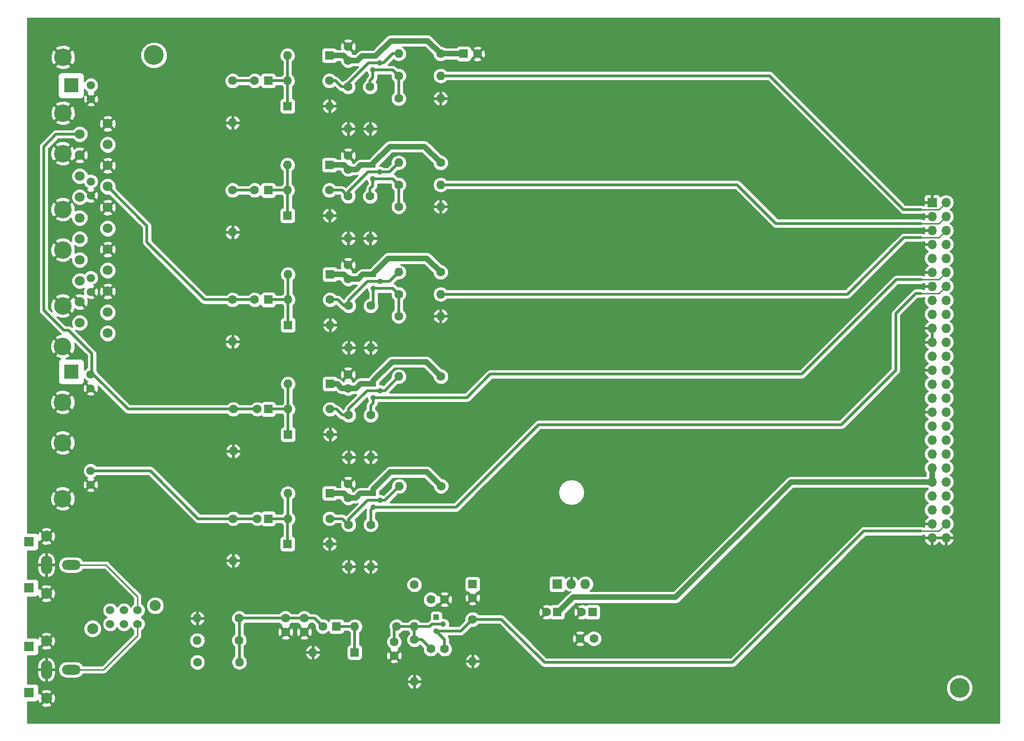
<source format=gbr>
G04 #@! TF.FileFunction,Copper,L1,Top,Signal*
%FSLAX46Y46*%
G04 Gerber Fmt 4.6, Leading zero omitted, Abs format (unit mm)*
G04 Created by KiCad (PCBNEW 4.0.7-e2-6376~61~ubuntu18.04.1) date Thu Aug 20 20:01:34 2020*
%MOMM*%
%LPD*%
G01*
G04 APERTURE LIST*
%ADD10C,0.100000*%
%ADD11C,3.600000*%
%ADD12R,1.600000X1.600000*%
%ADD13C,1.600000*%
%ADD14O,1.600000X1.600000*%
%ADD15C,1.000000*%
%ADD16R,1.000000X1.000000*%
%ADD17R,1.800000X1.800000*%
%ADD18O,1.800000X1.800000*%
%ADD19R,2.500000X2.500000*%
%ADD20C,1.800000*%
%ADD21R,1.700000X1.700000*%
%ADD22O,1.700000X1.700000*%
%ADD23C,1.500000*%
%ADD24C,3.200000*%
%ADD25O,3.400000X1.800000*%
%ADD26O,2.100000X3.400000*%
%ADD27C,2.000000*%
%ADD28C,1.524000*%
%ADD29C,0.500000*%
%ADD30C,1.000000*%
%ADD31C,0.250000*%
%ADD32C,0.254000*%
G04 APERTURE END LIST*
D10*
D11*
X73500000Y-37850000D03*
X219925000Y-152875000D03*
D12*
X94300000Y-42500000D03*
D13*
X91800000Y-42500000D03*
D12*
X94300000Y-62400000D03*
D13*
X91800000Y-62400000D03*
D12*
X94300000Y-82300000D03*
D13*
X91800000Y-82300000D03*
D12*
X106689000Y-141686000D03*
D13*
X104189000Y-141686000D03*
X87800000Y-42500000D03*
D14*
X87800000Y-50120000D03*
D13*
X105400000Y-42500000D03*
D14*
X97780000Y-42500000D03*
D13*
X125600000Y-37600000D03*
D14*
X117980000Y-37600000D03*
D13*
X108800000Y-43600000D03*
D14*
X108800000Y-51220000D03*
D13*
X112800000Y-43600000D03*
D14*
X112800000Y-51220000D03*
D13*
X118000000Y-45700000D03*
D14*
X125620000Y-45700000D03*
D13*
X118000000Y-41600000D03*
D14*
X125620000Y-41600000D03*
D13*
X87800000Y-62400000D03*
D14*
X87800000Y-70020000D03*
D13*
X105400000Y-62400000D03*
D14*
X97780000Y-62400000D03*
D13*
X125600000Y-57400000D03*
D14*
X117980000Y-57400000D03*
D13*
X108800000Y-63500000D03*
D14*
X108800000Y-71120000D03*
D13*
X112800000Y-63500000D03*
D14*
X112800000Y-71120000D03*
D13*
X118000000Y-65400000D03*
D14*
X125620000Y-65400000D03*
D13*
X118000000Y-61400000D03*
D14*
X125620000Y-61400000D03*
D13*
X87800000Y-82300000D03*
D14*
X87800000Y-89920000D03*
D13*
X105500000Y-82300000D03*
D14*
X97880000Y-82300000D03*
D13*
X125600000Y-77300000D03*
D14*
X117980000Y-77300000D03*
D13*
X108900000Y-83400000D03*
D14*
X108900000Y-91020000D03*
D13*
X112900000Y-83400000D03*
D14*
X112900000Y-91020000D03*
D13*
X118000000Y-85300000D03*
D14*
X125620000Y-85300000D03*
D13*
X118000000Y-81300000D03*
D14*
X125620000Y-81300000D03*
D13*
X87950000Y-102200000D03*
D14*
X87950000Y-109820000D03*
D13*
X105500000Y-102200000D03*
D14*
X97880000Y-102200000D03*
D13*
X125650000Y-96250000D03*
D14*
X118030000Y-96250000D03*
D13*
X108900000Y-103300000D03*
D14*
X108900000Y-110920000D03*
D13*
X112900000Y-103300000D03*
D14*
X112900000Y-110920000D03*
D13*
X87900000Y-122100000D03*
D14*
X87900000Y-129720000D03*
D13*
X105450000Y-122100000D03*
D14*
X97830000Y-122100000D03*
D13*
X125700000Y-116200000D03*
D14*
X118080000Y-116200000D03*
D13*
X108900000Y-123200000D03*
D14*
X108900000Y-130820000D03*
D13*
X112900000Y-123200000D03*
D14*
X112900000Y-130820000D03*
D13*
X117625000Y-141700000D03*
D14*
X110005000Y-141700000D03*
D13*
X120825000Y-134100000D03*
D14*
X120825000Y-141720000D03*
D13*
X120825000Y-144100000D03*
D14*
X120825000Y-151720000D03*
D13*
X131425000Y-140400000D03*
D14*
X131425000Y-148020000D03*
D12*
X94300000Y-102200000D03*
D13*
X92300000Y-102200000D03*
D12*
X94300000Y-122100000D03*
D13*
X92300000Y-122100000D03*
X108800000Y-36300000D03*
X108800000Y-38800000D03*
D12*
X129800000Y-37600000D03*
D13*
X132300000Y-37600000D03*
X108800000Y-56100000D03*
X108800000Y-58600000D03*
X108800000Y-76000000D03*
X108800000Y-78500000D03*
X108800000Y-95900000D03*
X108800000Y-98400000D03*
X108800000Y-115800000D03*
X108800000Y-118300000D03*
D12*
X153225000Y-139100000D03*
D13*
X151225000Y-139100000D03*
D12*
X146825000Y-139100000D03*
D13*
X144825000Y-139100000D03*
X126325000Y-136800000D03*
X123825000Y-136800000D03*
D12*
X131425000Y-134000000D03*
D13*
X131425000Y-136500000D03*
X97425000Y-142700000D03*
X97425000Y-140200000D03*
X100825000Y-142700000D03*
X100825000Y-140200000D03*
X117175000Y-147000000D03*
X117175000Y-144500000D03*
X126325000Y-145800000D03*
X123825000Y-145800000D03*
D15*
X114570000Y-39270000D03*
X113300000Y-40540000D03*
D16*
X113300000Y-38000000D03*
D15*
X114570000Y-59070000D03*
X113300000Y-60340000D03*
D16*
X113300000Y-57800000D03*
D15*
X114670000Y-78970000D03*
X113400000Y-80240000D03*
D16*
X113400000Y-77700000D03*
D15*
X114670000Y-98820000D03*
X113400000Y-100090000D03*
D16*
X113400000Y-97550000D03*
D15*
X114670000Y-118770000D03*
X113400000Y-120040000D03*
D16*
X113400000Y-117500000D03*
D15*
X126095000Y-141270000D03*
X124825000Y-142540000D03*
D16*
X124825000Y-140000000D03*
D12*
X105400000Y-37900000D03*
D14*
X97780000Y-37900000D03*
D12*
X97800000Y-47100000D03*
D14*
X105420000Y-47100000D03*
D12*
X105400000Y-57800000D03*
D14*
X97780000Y-57800000D03*
D12*
X97800000Y-67000000D03*
D14*
X105420000Y-67000000D03*
D12*
X105500000Y-77700000D03*
D14*
X97880000Y-77700000D03*
D12*
X97900000Y-86900000D03*
D14*
X105520000Y-86900000D03*
D12*
X105500000Y-97600000D03*
D14*
X97880000Y-97600000D03*
D12*
X97900000Y-106800000D03*
D14*
X105520000Y-106800000D03*
D12*
X105450000Y-117500000D03*
D14*
X97830000Y-117500000D03*
D12*
X97800000Y-126700000D03*
D14*
X105420000Y-126700000D03*
D12*
X110000000Y-146400000D03*
D14*
X102380000Y-146400000D03*
D17*
X146825000Y-134000000D03*
D18*
X149365000Y-134000000D03*
X151905000Y-134000000D03*
D13*
X150975000Y-143900000D03*
X153475000Y-143900000D03*
D19*
X58473000Y-43350000D03*
X58473000Y-95350000D03*
D20*
X65100000Y-50300000D03*
X65100000Y-54110000D03*
X65100000Y-57920000D03*
X65100000Y-61730000D03*
X65100000Y-65540000D03*
X65100000Y-69350000D03*
X65100000Y-73160000D03*
X65100000Y-76970000D03*
X65100000Y-80780000D03*
X65100000Y-84590000D03*
X65100000Y-88400000D03*
X60020000Y-52205000D03*
X60020000Y-56015000D03*
X60020000Y-59825000D03*
X60020000Y-63635000D03*
X60020000Y-67445000D03*
X60020000Y-71255000D03*
X60020000Y-75065000D03*
X60020000Y-78875000D03*
X60020000Y-82685000D03*
X60020000Y-86495000D03*
D21*
X214920000Y-64630000D03*
D22*
X217460000Y-64630000D03*
X214920000Y-67170000D03*
X217460000Y-67170000D03*
X214920000Y-69710000D03*
X217460000Y-69710000D03*
X214920000Y-72250000D03*
X217460000Y-72250000D03*
X214920000Y-74790000D03*
X217460000Y-74790000D03*
X214920000Y-77330000D03*
X217460000Y-77330000D03*
X214920000Y-79870000D03*
X217460000Y-79870000D03*
X214920000Y-82410000D03*
X217460000Y-82410000D03*
X214920000Y-84950000D03*
X217460000Y-84950000D03*
X214920000Y-87490000D03*
X217460000Y-87490000D03*
X214920000Y-90030000D03*
X217460000Y-90030000D03*
X214920000Y-92570000D03*
X217460000Y-92570000D03*
X214920000Y-95110000D03*
X217460000Y-95110000D03*
X214920000Y-97650000D03*
X217460000Y-97650000D03*
X214920000Y-100190000D03*
X217460000Y-100190000D03*
X214920000Y-102730000D03*
X217460000Y-102730000D03*
X214920000Y-105270000D03*
X217460000Y-105270000D03*
X214920000Y-107810000D03*
X217460000Y-107810000D03*
X214920000Y-110350000D03*
X217460000Y-110350000D03*
X214920000Y-112890000D03*
X217460000Y-112890000D03*
X214920000Y-115430000D03*
X217460000Y-115430000D03*
X214920000Y-117970000D03*
X217460000Y-117970000D03*
X214920000Y-120510000D03*
X217460000Y-120510000D03*
X214920000Y-123050000D03*
X217460000Y-123050000D03*
X214920000Y-125590000D03*
X217460000Y-125590000D03*
D23*
X62030000Y-63340000D03*
D24*
X56950000Y-55720000D03*
X56950000Y-65880000D03*
D23*
X62030000Y-60800000D03*
D13*
X89000000Y-144200000D03*
D14*
X81380000Y-144200000D03*
D13*
X81400000Y-148200000D03*
D14*
X89020000Y-148200000D03*
D13*
X89000000Y-140200000D03*
D14*
X81380000Y-140200000D03*
D23*
X62005000Y-98415000D03*
D24*
X56925000Y-90795000D03*
X56925000Y-100955000D03*
D23*
X62005000Y-95875000D03*
X62030000Y-80865000D03*
D24*
X56950000Y-73245000D03*
X56950000Y-83405000D03*
D23*
X62030000Y-78325000D03*
X62005000Y-115940000D03*
D24*
X56925000Y-108320000D03*
X56925000Y-118480000D03*
D23*
X62005000Y-113400000D03*
X62055000Y-45840000D03*
D24*
X56975000Y-38220000D03*
X56975000Y-48380000D03*
D23*
X62055000Y-43300000D03*
D21*
X50825000Y-126300000D03*
D25*
X58475000Y-130500000D03*
D26*
X53975000Y-130500000D03*
D21*
X50825000Y-134700000D03*
D27*
X53975000Y-135700000D03*
X53975000Y-125300000D03*
D21*
X50825000Y-145350000D03*
D25*
X58475000Y-149550000D03*
D26*
X53975000Y-149550000D03*
D21*
X50825000Y-153750000D03*
D27*
X53975000Y-154750000D03*
X53975000Y-144350000D03*
D28*
X68050000Y-138750000D03*
X68050000Y-141250000D03*
X70550000Y-141250000D03*
X70550000Y-138750000D03*
X65550000Y-138750000D03*
X65550000Y-141250000D03*
D27*
X62350000Y-142100000D03*
X73750000Y-137900000D03*
D29*
X97800000Y-47100000D02*
X97800000Y-42520000D01*
X97800000Y-42520000D02*
X97780000Y-42500000D01*
X97780000Y-37900000D02*
X97780000Y-42500000D01*
X97780000Y-47180000D02*
X97800000Y-47200000D01*
X94300000Y-42500000D02*
X97780000Y-42500000D01*
X97800000Y-67000000D02*
X97800000Y-62420000D01*
X97800000Y-62420000D02*
X97780000Y-62400000D01*
X97780000Y-62400000D02*
X97780000Y-57800000D01*
X94300000Y-62400000D02*
X97780000Y-62400000D01*
X97900000Y-86900000D02*
X97900000Y-82320000D01*
X97900000Y-82320000D02*
X97880000Y-82300000D01*
X97880000Y-82300000D02*
X97880000Y-77700000D01*
X94300000Y-82300000D02*
X97880000Y-82300000D01*
X97880000Y-102200000D02*
X97880000Y-106780000D01*
X97880000Y-106780000D02*
X97900000Y-106800000D01*
X97880000Y-102200000D02*
X97880000Y-97600000D01*
X94300000Y-102200000D02*
X97880000Y-102200000D01*
X97800000Y-126700000D02*
X97800000Y-122130000D01*
X97800000Y-122130000D02*
X97830000Y-122100000D01*
X97830000Y-122100000D02*
X97830000Y-117500000D01*
X94300000Y-122100000D02*
X97830000Y-122100000D01*
X62130000Y-113400000D02*
X72850000Y-113400000D01*
X81550000Y-122100000D02*
X87900000Y-122100000D01*
X72850000Y-113400000D02*
X81550000Y-122100000D01*
X87900000Y-122100000D02*
X92300000Y-122100000D01*
D30*
X125600000Y-37600000D02*
X129800000Y-37600000D01*
X113300000Y-38000000D02*
X113800000Y-38000000D01*
X113800000Y-38000000D02*
X116550000Y-35250000D01*
X123250000Y-35250000D02*
X125600000Y-37600000D01*
X116550000Y-35250000D02*
X123250000Y-35250000D01*
X113300000Y-57800000D02*
X113300000Y-57550000D01*
X113300000Y-57550000D02*
X116400000Y-54450000D01*
X122650000Y-54450000D02*
X125600000Y-57400000D01*
X116400000Y-54450000D02*
X122650000Y-54450000D01*
X113400000Y-97550000D02*
X113400000Y-97000000D01*
X123000000Y-93600000D02*
X125650000Y-96250000D01*
X116800000Y-93600000D02*
X123000000Y-93600000D01*
X113400000Y-97000000D02*
X116800000Y-93600000D01*
X108800000Y-98400000D02*
X110200000Y-98400000D01*
X111050000Y-97550000D02*
X113400000Y-97550000D01*
X110200000Y-98400000D02*
X111050000Y-97550000D01*
X105500000Y-97600000D02*
X106800000Y-97600000D01*
X107600000Y-98400000D02*
X108800000Y-98400000D01*
X106800000Y-97600000D02*
X107600000Y-98400000D01*
X113400000Y-77700000D02*
X113400000Y-77500000D01*
X113400000Y-77500000D02*
X116100000Y-74800000D01*
X123100000Y-74800000D02*
X125600000Y-77300000D01*
X116100000Y-74800000D02*
X123100000Y-74800000D01*
X113400000Y-117500000D02*
X113400000Y-116700000D01*
X113400000Y-116700000D02*
X116500000Y-113600000D01*
X116500000Y-113600000D02*
X123100000Y-113600000D01*
X123100000Y-113600000D02*
X125700000Y-116200000D01*
X108800000Y-118300000D02*
X110200000Y-118300000D01*
X111000000Y-117500000D02*
X113400000Y-117500000D01*
X110200000Y-118300000D02*
X111000000Y-117500000D01*
X105450000Y-117500000D02*
X108000000Y-117500000D01*
X108000000Y-117500000D02*
X108800000Y-118300000D01*
X105500000Y-77700000D02*
X108000000Y-77700000D01*
X108000000Y-77700000D02*
X108800000Y-78500000D01*
X113400000Y-77700000D02*
X111450000Y-77700000D01*
X110650000Y-78500000D02*
X108800000Y-78500000D01*
X111450000Y-77700000D02*
X110650000Y-78500000D01*
X108800000Y-58600000D02*
X110300000Y-58600000D01*
X111100000Y-57800000D02*
X113300000Y-57800000D01*
X110300000Y-58600000D02*
X111100000Y-57800000D01*
X105400000Y-57800000D02*
X108000000Y-57800000D01*
X108000000Y-57800000D02*
X108800000Y-58600000D01*
X108800000Y-38800000D02*
X110500000Y-38800000D01*
X111300000Y-38000000D02*
X113300000Y-38000000D01*
X110500000Y-38800000D02*
X111300000Y-38000000D01*
X105400000Y-37900000D02*
X107900000Y-37900000D01*
X107900000Y-37900000D02*
X108800000Y-38800000D01*
D29*
X113300000Y-38000000D02*
X113400000Y-38000000D01*
D30*
X214920000Y-115430000D02*
X214295000Y-115430000D01*
X214295000Y-115430000D02*
X214275000Y-115450000D01*
X214275000Y-115450000D02*
X214920000Y-115430000D01*
X214920000Y-112890000D02*
X214920000Y-115430000D01*
X146825000Y-139100000D02*
X147000000Y-139100000D01*
X147000000Y-139100000D02*
X149700000Y-136400000D01*
X189300000Y-115450000D02*
X214275000Y-115450000D01*
X168350000Y-136400000D02*
X189300000Y-115450000D01*
X149700000Y-136400000D02*
X168350000Y-136400000D01*
D29*
X89000000Y-140200000D02*
X97425000Y-140200000D01*
X89020000Y-144200000D02*
X89020000Y-140220000D01*
X89020000Y-140220000D02*
X89000000Y-140200000D01*
X89050000Y-148200000D02*
X89050000Y-144230000D01*
X89050000Y-144230000D02*
X89020000Y-144200000D01*
X100825000Y-140200000D02*
X102703000Y-140200000D01*
X102703000Y-140200000D02*
X104189000Y-141686000D01*
X97425000Y-140200000D02*
X100825000Y-140200000D01*
X110000000Y-146400000D02*
X110000000Y-141705000D01*
X110000000Y-141705000D02*
X110005000Y-141700000D01*
X106689000Y-141686000D02*
X109991000Y-141686000D01*
X109991000Y-141686000D02*
X110005000Y-141700000D01*
X109575000Y-141730000D02*
X109605000Y-141700000D01*
X109591000Y-141686000D02*
X109605000Y-141700000D01*
D31*
X215535000Y-124350000D02*
X216160000Y-124350000D01*
X216160000Y-124350000D02*
X217460000Y-123050000D01*
X212950000Y-124350000D02*
X215535000Y-124350000D01*
D29*
X212950000Y-124350000D02*
X202550000Y-124350000D01*
X136650000Y-140400000D02*
X131425000Y-140400000D01*
X178650000Y-148250000D02*
X202550000Y-124350000D01*
X144500000Y-148250000D02*
X178650000Y-148250000D01*
X136650000Y-140400000D02*
X144500000Y-148250000D01*
X124825000Y-142540000D02*
X129285000Y-142540000D01*
X129285000Y-142540000D02*
X131425000Y-140400000D01*
X126325000Y-145800000D02*
X126325000Y-144040000D01*
X126325000Y-144040000D02*
X124825000Y-142540000D01*
X131425000Y-140400000D02*
X131425000Y-140300000D01*
X131425000Y-140400000D02*
X131625000Y-140400000D01*
D31*
X215540000Y-65925000D02*
X216165000Y-65925000D01*
X216165000Y-65925000D02*
X217460000Y-64630000D01*
X212950000Y-65925000D02*
X215540000Y-65925000D01*
D29*
X185400000Y-41600000D02*
X209725000Y-65925000D01*
X209725000Y-65925000D02*
X212950000Y-65925000D01*
X212950000Y-65925000D02*
X212900000Y-65925000D01*
X125620000Y-41600000D02*
X185400000Y-41600000D01*
D31*
X215555000Y-68450000D02*
X216180000Y-68450000D01*
X216180000Y-68450000D02*
X217460000Y-67170000D01*
X212950000Y-68450000D02*
X215555000Y-68450000D01*
D29*
X179500000Y-61400000D02*
X186550000Y-68450000D01*
X186550000Y-68450000D02*
X212950000Y-68450000D01*
X179500000Y-61400000D02*
X125620000Y-61400000D01*
D31*
X215545000Y-71000000D02*
X216170000Y-71000000D01*
X216170000Y-71000000D02*
X217460000Y-69710000D01*
X212950000Y-71000000D02*
X215545000Y-71000000D01*
D29*
X199525000Y-81300000D02*
X209825000Y-71000000D01*
X209825000Y-71000000D02*
X212950000Y-71000000D01*
X199525000Y-81300000D02*
X125620000Y-81300000D01*
D31*
X215515000Y-78650000D02*
X216140000Y-78650000D01*
X216140000Y-78650000D02*
X217460000Y-77330000D01*
X212950000Y-78650000D02*
X215515000Y-78650000D01*
D29*
X130410000Y-100090000D02*
X134650000Y-95850000D01*
X134650000Y-95850000D02*
X191250000Y-95850000D01*
X191250000Y-95850000D02*
X208450000Y-78650000D01*
X208450000Y-78650000D02*
X212950000Y-78650000D01*
X130410000Y-100090000D02*
X113400000Y-100090000D01*
X112900000Y-103300000D02*
X112900000Y-101550000D01*
X113400000Y-101050000D02*
X113400000Y-100090000D01*
X112900000Y-101550000D02*
X113400000Y-101050000D01*
D31*
X215555000Y-81150000D02*
X216180000Y-81150000D01*
X216180000Y-81150000D02*
X217460000Y-79870000D01*
X212950000Y-81150000D02*
X215555000Y-81150000D01*
D29*
X128410000Y-120040000D02*
X113400000Y-120040000D01*
X208350000Y-84800000D02*
X212000000Y-81150000D01*
X208350000Y-95125000D02*
X208350000Y-84800000D01*
X198475000Y-105000000D02*
X208350000Y-95125000D01*
X143450000Y-105000000D02*
X198475000Y-105000000D01*
X128410000Y-120040000D02*
X143450000Y-105000000D01*
X212950000Y-81150000D02*
X212000000Y-81150000D01*
X112900000Y-123200000D02*
X112900000Y-120540000D01*
X112900000Y-120540000D02*
X113400000Y-120040000D01*
X87800000Y-42500000D02*
X91800000Y-42500000D01*
X87800000Y-62400000D02*
X91800000Y-62400000D01*
X87800000Y-82300000D02*
X82700000Y-82300000D01*
X72250000Y-68880000D02*
X65100000Y-61730000D01*
X72250000Y-71850000D02*
X72250000Y-68880000D01*
X82700000Y-82300000D02*
X72250000Y-71850000D01*
X87800000Y-82300000D02*
X91800000Y-82300000D01*
X60020000Y-52205000D02*
X55745000Y-52205000D01*
X55745000Y-52205000D02*
X53500000Y-54450000D01*
X53500000Y-54450000D02*
X53500000Y-84250000D01*
X53500000Y-84250000D02*
X57100000Y-87850000D01*
X57100000Y-87850000D02*
X58000000Y-87850000D01*
X58000000Y-87850000D02*
X62230000Y-92080000D01*
X62230000Y-92080000D02*
X62230000Y-95900000D01*
X62230000Y-95900000D02*
X62500000Y-95900000D01*
X62500000Y-95900000D02*
X68800000Y-102200000D01*
X68800000Y-102200000D02*
X87950000Y-102200000D01*
X87950000Y-102200000D02*
X92300000Y-102200000D01*
X117625000Y-141700000D02*
X120805000Y-141700000D01*
X120805000Y-141700000D02*
X120825000Y-141720000D01*
X117175000Y-144500000D02*
X117175000Y-142150000D01*
X117175000Y-142150000D02*
X117625000Y-141700000D01*
X120825000Y-144100000D02*
X122125000Y-144100000D01*
X122125000Y-144100000D02*
X123825000Y-145800000D01*
X120825000Y-141720000D02*
X123605000Y-141720000D01*
X124055000Y-141270000D02*
X126095000Y-141270000D01*
X123605000Y-141720000D02*
X124055000Y-141270000D01*
X120825000Y-141720000D02*
X120825000Y-144100000D01*
X120805000Y-141700000D02*
X120825000Y-141720000D01*
X114570000Y-39270000D02*
X115230000Y-39270000D01*
X116900000Y-37600000D02*
X117980000Y-37600000D01*
X115230000Y-39270000D02*
X116900000Y-37600000D01*
X114570000Y-39270000D02*
X112530000Y-39270000D01*
X112530000Y-39270000D02*
X108800000Y-43000000D01*
X108800000Y-43000000D02*
X108800000Y-43600000D01*
X105400000Y-42500000D02*
X106500000Y-42500000D01*
X107600000Y-43600000D02*
X108800000Y-43600000D01*
X106500000Y-42500000D02*
X107600000Y-43600000D01*
X114570000Y-59070000D02*
X116310000Y-59070000D01*
X116310000Y-59070000D02*
X117980000Y-57400000D01*
X108800000Y-63500000D02*
X108800000Y-62700000D01*
X108800000Y-62700000D02*
X112430000Y-59070000D01*
X112430000Y-59070000D02*
X114570000Y-59070000D01*
X105400000Y-62400000D02*
X107700000Y-62400000D01*
X107700000Y-62400000D02*
X108800000Y-63500000D01*
X114670000Y-78970000D02*
X116310000Y-78970000D01*
X116310000Y-78970000D02*
X117980000Y-77300000D01*
X108900000Y-83400000D02*
X108900000Y-82400000D01*
X112330000Y-78970000D02*
X114670000Y-78970000D01*
X108900000Y-82400000D02*
X112330000Y-78970000D01*
X105500000Y-82300000D02*
X106900000Y-82300000D01*
X108000000Y-83400000D02*
X108900000Y-83400000D01*
X106900000Y-82300000D02*
X108000000Y-83400000D01*
X113300000Y-40540000D02*
X116940000Y-40540000D01*
X116940000Y-40540000D02*
X118000000Y-41600000D01*
X118000000Y-45700000D02*
X118000000Y-41600000D01*
X112800000Y-43600000D02*
X112800000Y-42500000D01*
X113300000Y-42000000D02*
X113300000Y-40540000D01*
X112800000Y-42500000D02*
X113300000Y-42000000D01*
X113300000Y-60340000D02*
X116940000Y-60340000D01*
X116940000Y-60340000D02*
X118000000Y-61400000D01*
X118000000Y-61400000D02*
X118000000Y-65400000D01*
X113300000Y-60340000D02*
X113300000Y-61600000D01*
X112800000Y-62100000D02*
X112800000Y-63500000D01*
X113300000Y-61600000D02*
X112800000Y-62100000D01*
X113400000Y-80240000D02*
X116940000Y-80240000D01*
X116940000Y-80240000D02*
X118000000Y-81300000D01*
X118000000Y-81300000D02*
X118000000Y-85300000D01*
X113400000Y-80240000D02*
X113400000Y-82900000D01*
X113400000Y-82900000D02*
X112900000Y-83400000D01*
X114670000Y-98820000D02*
X115460000Y-98820000D01*
X115460000Y-98820000D02*
X118030000Y-96250000D01*
X108900000Y-103300000D02*
X108900000Y-102200000D01*
X112280000Y-98820000D02*
X114670000Y-98820000D01*
X108900000Y-102200000D02*
X112280000Y-98820000D01*
X105500000Y-102200000D02*
X106650000Y-102200000D01*
X107750000Y-103300000D02*
X108900000Y-103300000D01*
X106650000Y-102200000D02*
X107750000Y-103300000D01*
X114670000Y-118770000D02*
X115510000Y-118770000D01*
X115510000Y-118770000D02*
X118080000Y-116200000D01*
X108900000Y-123200000D02*
X108900000Y-122250000D01*
X112380000Y-118770000D02*
X114670000Y-118770000D01*
X108900000Y-122250000D02*
X112380000Y-118770000D01*
X105450000Y-122100000D02*
X107800000Y-122100000D01*
X107800000Y-122100000D02*
X108900000Y-123200000D01*
D31*
X58475000Y-130500000D02*
X64800000Y-130500000D01*
X70550000Y-136250000D02*
X70550000Y-138750000D01*
X64800000Y-130500000D02*
X70550000Y-136250000D01*
X58475000Y-149550000D02*
X64375000Y-149550000D01*
X70550000Y-143375000D02*
X70550000Y-141250000D01*
X64375000Y-149550000D02*
X70550000Y-143375000D01*
D32*
G36*
X227115000Y-159190000D02*
X50535000Y-159190000D01*
X50535000Y-155902532D01*
X53002073Y-155902532D01*
X53100736Y-156169387D01*
X53710461Y-156395908D01*
X54360460Y-156371856D01*
X54849264Y-156169387D01*
X54947927Y-155902532D01*
X53975000Y-154929605D01*
X53002073Y-155902532D01*
X50535000Y-155902532D01*
X50535000Y-155410000D01*
X51875000Y-155410000D01*
X52146705Y-155355954D01*
X52377046Y-155202046D01*
X52379317Y-155198647D01*
X52555613Y-155624264D01*
X52822468Y-155722927D01*
X53795395Y-154750000D01*
X54154605Y-154750000D01*
X55127532Y-155722927D01*
X55394387Y-155624264D01*
X55620908Y-155014539D01*
X55596856Y-154364540D01*
X55394387Y-153875736D01*
X55127532Y-153777073D01*
X54154605Y-154750000D01*
X53795395Y-154750000D01*
X52822468Y-153777073D01*
X52585000Y-153864871D01*
X52585000Y-153597468D01*
X53002073Y-153597468D01*
X53975000Y-154570395D01*
X54947927Y-153597468D01*
X54859104Y-153357226D01*
X217489579Y-153357226D01*
X217859504Y-154252514D01*
X218543883Y-154938088D01*
X219438524Y-155309576D01*
X220407226Y-155310421D01*
X221302514Y-154940496D01*
X221988088Y-154256117D01*
X222359576Y-153361476D01*
X222360421Y-152392774D01*
X221990496Y-151497486D01*
X221306117Y-150811912D01*
X220411476Y-150440424D01*
X219442774Y-150439579D01*
X218547486Y-150809504D01*
X217861912Y-151493883D01*
X217490424Y-152388524D01*
X217489579Y-153357226D01*
X54859104Y-153357226D01*
X54849264Y-153330613D01*
X54239539Y-153104092D01*
X53589540Y-153128144D01*
X53100736Y-153330613D01*
X53002073Y-153597468D01*
X52585000Y-153597468D01*
X52585000Y-152800000D01*
X52530954Y-152528295D01*
X52377046Y-152297954D01*
X52146705Y-152144046D01*
X51875000Y-152090000D01*
X50535000Y-152090000D01*
X50535000Y-152069041D01*
X119433086Y-152069041D01*
X119672611Y-152575134D01*
X120087577Y-152951041D01*
X120475961Y-153111904D01*
X120698000Y-152989915D01*
X120698000Y-151847000D01*
X120952000Y-151847000D01*
X120952000Y-152989915D01*
X121174039Y-153111904D01*
X121562423Y-152951041D01*
X121977389Y-152575134D01*
X122216914Y-152069041D01*
X122095629Y-151847000D01*
X120952000Y-151847000D01*
X120698000Y-151847000D01*
X119554371Y-151847000D01*
X119433086Y-152069041D01*
X50535000Y-152069041D01*
X50535000Y-149677000D01*
X52290000Y-149677000D01*
X52290000Y-150327000D01*
X52466864Y-150962154D01*
X52873328Y-151481277D01*
X53447511Y-151805337D01*
X53586721Y-151839654D01*
X53848000Y-151720957D01*
X53848000Y-149677000D01*
X54102000Y-149677000D01*
X54102000Y-151720957D01*
X54363279Y-151839654D01*
X54502489Y-151805337D01*
X55076672Y-151481277D01*
X55163049Y-151370959D01*
X119433086Y-151370959D01*
X119554371Y-151593000D01*
X120698000Y-151593000D01*
X120698000Y-150450085D01*
X120952000Y-150450085D01*
X120952000Y-151593000D01*
X122095629Y-151593000D01*
X122216914Y-151370959D01*
X121977389Y-150864866D01*
X121562423Y-150488959D01*
X121174039Y-150328096D01*
X120952000Y-150450085D01*
X120698000Y-150450085D01*
X120475961Y-150328096D01*
X120087577Y-150488959D01*
X119672611Y-150864866D01*
X119433086Y-151370959D01*
X55163049Y-151370959D01*
X55483136Y-150962154D01*
X55660000Y-150327000D01*
X55660000Y-149677000D01*
X54102000Y-149677000D01*
X53848000Y-149677000D01*
X52290000Y-149677000D01*
X50535000Y-149677000D01*
X50535000Y-148773000D01*
X52290000Y-148773000D01*
X52290000Y-149423000D01*
X53848000Y-149423000D01*
X53848000Y-147379043D01*
X54102000Y-147379043D01*
X54102000Y-149423000D01*
X55660000Y-149423000D01*
X55660000Y-148773000D01*
X55483136Y-148137846D01*
X55076672Y-147618723D01*
X54502489Y-147294663D01*
X54363279Y-147260346D01*
X54102000Y-147379043D01*
X53848000Y-147379043D01*
X53586721Y-147260346D01*
X53447511Y-147294663D01*
X52873328Y-147618723D01*
X52466864Y-148137846D01*
X52290000Y-148773000D01*
X50535000Y-148773000D01*
X50535000Y-147010000D01*
X51875000Y-147010000D01*
X52146705Y-146955954D01*
X52377046Y-146802046D01*
X52530954Y-146571705D01*
X52585000Y-146300000D01*
X52585000Y-145502532D01*
X53002073Y-145502532D01*
X53100736Y-145769387D01*
X53710461Y-145995908D01*
X54360460Y-145971856D01*
X54849264Y-145769387D01*
X54947927Y-145502532D01*
X53975000Y-144529605D01*
X53002073Y-145502532D01*
X52585000Y-145502532D01*
X52585000Y-145235129D01*
X52822468Y-145322927D01*
X53795395Y-144350000D01*
X54154605Y-144350000D01*
X55127532Y-145322927D01*
X55394387Y-145224264D01*
X55620908Y-144614539D01*
X55596856Y-143964540D01*
X55394387Y-143475736D01*
X55127532Y-143377073D01*
X54154605Y-144350000D01*
X53795395Y-144350000D01*
X52822468Y-143377073D01*
X52555613Y-143475736D01*
X52390997Y-143918833D01*
X52377046Y-143897954D01*
X52146705Y-143744046D01*
X51875000Y-143690000D01*
X50535000Y-143690000D01*
X50535000Y-143197468D01*
X53002073Y-143197468D01*
X53975000Y-144170395D01*
X54947927Y-143197468D01*
X54849264Y-142930613D01*
X54239539Y-142704092D01*
X53589540Y-142728144D01*
X53100736Y-142930613D01*
X53002073Y-143197468D01*
X50535000Y-143197468D01*
X50535000Y-142423795D01*
X60714716Y-142423795D01*
X60963106Y-143024943D01*
X61422637Y-143485278D01*
X62023352Y-143734716D01*
X62673795Y-143735284D01*
X63274943Y-143486894D01*
X63735278Y-143027363D01*
X63984716Y-142426648D01*
X63985284Y-141776205D01*
X63736894Y-141175057D01*
X63277363Y-140714722D01*
X62676648Y-140465284D01*
X62026205Y-140464716D01*
X61425057Y-140713106D01*
X60964722Y-141172637D01*
X60715284Y-141773352D01*
X60714716Y-142423795D01*
X50535000Y-142423795D01*
X50535000Y-136852532D01*
X53002073Y-136852532D01*
X53100736Y-137119387D01*
X53710461Y-137345908D01*
X54360460Y-137321856D01*
X54849264Y-137119387D01*
X54947927Y-136852532D01*
X53975000Y-135879605D01*
X53002073Y-136852532D01*
X50535000Y-136852532D01*
X50535000Y-136360000D01*
X51875000Y-136360000D01*
X52146705Y-136305954D01*
X52377046Y-136152046D01*
X52379317Y-136148647D01*
X52555613Y-136574264D01*
X52822468Y-136672927D01*
X53795395Y-135700000D01*
X54154605Y-135700000D01*
X55127532Y-136672927D01*
X55394387Y-136574264D01*
X55620908Y-135964539D01*
X55596856Y-135314540D01*
X55394387Y-134825736D01*
X55127532Y-134727073D01*
X54154605Y-135700000D01*
X53795395Y-135700000D01*
X52822468Y-134727073D01*
X52585000Y-134814871D01*
X52585000Y-134547468D01*
X53002073Y-134547468D01*
X53975000Y-135520395D01*
X54947927Y-134547468D01*
X54849264Y-134280613D01*
X54239539Y-134054092D01*
X53589540Y-134078144D01*
X53100736Y-134280613D01*
X53002073Y-134547468D01*
X52585000Y-134547468D01*
X52585000Y-133750000D01*
X52530954Y-133478295D01*
X52377046Y-133247954D01*
X52146705Y-133094046D01*
X51875000Y-133040000D01*
X50535000Y-133040000D01*
X50535000Y-130627000D01*
X52290000Y-130627000D01*
X52290000Y-131277000D01*
X52466864Y-131912154D01*
X52873328Y-132431277D01*
X53447511Y-132755337D01*
X53586721Y-132789654D01*
X53848000Y-132670957D01*
X53848000Y-130627000D01*
X54102000Y-130627000D01*
X54102000Y-132670957D01*
X54363279Y-132789654D01*
X54502489Y-132755337D01*
X55076672Y-132431277D01*
X55483136Y-131912154D01*
X55660000Y-131277000D01*
X55660000Y-130627000D01*
X54102000Y-130627000D01*
X53848000Y-130627000D01*
X52290000Y-130627000D01*
X50535000Y-130627000D01*
X50535000Y-130500000D01*
X56094255Y-130500000D01*
X56211100Y-131087419D01*
X56543846Y-131585409D01*
X57041836Y-131918155D01*
X57629255Y-132035000D01*
X59320745Y-132035000D01*
X59908164Y-131918155D01*
X60406154Y-131585409D01*
X60623585Y-131260000D01*
X64485198Y-131260000D01*
X69790000Y-136564802D01*
X69790000Y-137552469D01*
X69759697Y-137564990D01*
X69366371Y-137957630D01*
X69300100Y-138117228D01*
X69235010Y-137959697D01*
X68842370Y-137566371D01*
X68329100Y-137353243D01*
X67773339Y-137352758D01*
X67259697Y-137564990D01*
X66866371Y-137957630D01*
X66800100Y-138117228D01*
X66735010Y-137959697D01*
X66342370Y-137566371D01*
X65829100Y-137353243D01*
X65273339Y-137352758D01*
X64759697Y-137564990D01*
X64366371Y-137957630D01*
X64153243Y-138470900D01*
X64152758Y-139026661D01*
X64364990Y-139540303D01*
X64757630Y-139933629D01*
X64917228Y-139999900D01*
X64759697Y-140064990D01*
X64366371Y-140457630D01*
X64153243Y-140970900D01*
X64152758Y-141526661D01*
X64364990Y-142040303D01*
X64757630Y-142433629D01*
X65270900Y-142646757D01*
X65826661Y-142647242D01*
X66340303Y-142435010D01*
X66733629Y-142042370D01*
X66799900Y-141882772D01*
X66864990Y-142040303D01*
X67257630Y-142433629D01*
X67770900Y-142646757D01*
X68326661Y-142647242D01*
X68840303Y-142435010D01*
X69233629Y-142042370D01*
X69299900Y-141882772D01*
X69364990Y-142040303D01*
X69757630Y-142433629D01*
X69790000Y-142447070D01*
X69790000Y-143060198D01*
X64060198Y-148790000D01*
X60623585Y-148790000D01*
X60406154Y-148464591D01*
X59908164Y-148131845D01*
X59320745Y-148015000D01*
X57629255Y-148015000D01*
X57041836Y-148131845D01*
X56543846Y-148464591D01*
X56211100Y-148962581D01*
X56094255Y-149550000D01*
X56211100Y-150137419D01*
X56543846Y-150635409D01*
X57041836Y-150968155D01*
X57629255Y-151085000D01*
X59320745Y-151085000D01*
X59908164Y-150968155D01*
X60406154Y-150635409D01*
X60623585Y-150310000D01*
X64375000Y-150310000D01*
X64665839Y-150252148D01*
X64912401Y-150087401D01*
X66515615Y-148484187D01*
X79964752Y-148484187D01*
X80182757Y-149011800D01*
X80586077Y-149415824D01*
X81113309Y-149634750D01*
X81684187Y-149635248D01*
X82211800Y-149417243D01*
X82615824Y-149013923D01*
X82834750Y-148486691D01*
X82835000Y-148200000D01*
X87556887Y-148200000D01*
X87666120Y-148749151D01*
X87977189Y-149214698D01*
X88442736Y-149525767D01*
X88991887Y-149635000D01*
X89048113Y-149635000D01*
X89597264Y-149525767D01*
X90062811Y-149214698D01*
X90373880Y-148749151D01*
X90483113Y-148200000D01*
X90444872Y-148007745D01*
X116346861Y-148007745D01*
X116420995Y-148253864D01*
X116958223Y-148446965D01*
X117528454Y-148419778D01*
X117650943Y-148369041D01*
X130033086Y-148369041D01*
X130272611Y-148875134D01*
X130687577Y-149251041D01*
X131075961Y-149411904D01*
X131298000Y-149289915D01*
X131298000Y-148147000D01*
X131552000Y-148147000D01*
X131552000Y-149289915D01*
X131774039Y-149411904D01*
X132162423Y-149251041D01*
X132577389Y-148875134D01*
X132816914Y-148369041D01*
X132695629Y-148147000D01*
X131552000Y-148147000D01*
X131298000Y-148147000D01*
X130154371Y-148147000D01*
X130033086Y-148369041D01*
X117650943Y-148369041D01*
X117929005Y-148253864D01*
X118003139Y-148007745D01*
X117175000Y-147179605D01*
X116346861Y-148007745D01*
X90444872Y-148007745D01*
X90373880Y-147650849D01*
X90062811Y-147185302D01*
X89935000Y-147099901D01*
X89935000Y-146749039D01*
X100988096Y-146749039D01*
X101148959Y-147137423D01*
X101524866Y-147552389D01*
X102030959Y-147791914D01*
X102253000Y-147670629D01*
X102253000Y-146527000D01*
X102507000Y-146527000D01*
X102507000Y-147670629D01*
X102729041Y-147791914D01*
X103235134Y-147552389D01*
X103611041Y-147137423D01*
X103771904Y-146749039D01*
X103649915Y-146527000D01*
X102507000Y-146527000D01*
X102253000Y-146527000D01*
X101110085Y-146527000D01*
X100988096Y-146749039D01*
X89935000Y-146749039D01*
X89935000Y-146050961D01*
X100988096Y-146050961D01*
X101110085Y-146273000D01*
X102253000Y-146273000D01*
X102253000Y-145129371D01*
X102507000Y-145129371D01*
X102507000Y-146273000D01*
X103649915Y-146273000D01*
X103771904Y-146050961D01*
X103611041Y-145662577D01*
X103235134Y-145247611D01*
X102729041Y-145008086D01*
X102507000Y-145129371D01*
X102253000Y-145129371D01*
X102030959Y-145008086D01*
X101524866Y-145247611D01*
X101148959Y-145662577D01*
X100988096Y-146050961D01*
X89935000Y-146050961D01*
X89935000Y-145294258D01*
X90215824Y-145013923D01*
X90434750Y-144486691D01*
X90435248Y-143915813D01*
X90349277Y-143707745D01*
X96596861Y-143707745D01*
X96670995Y-143953864D01*
X97208223Y-144146965D01*
X97778454Y-144119778D01*
X98179005Y-143953864D01*
X98253139Y-143707745D01*
X99996861Y-143707745D01*
X100070995Y-143953864D01*
X100608223Y-144146965D01*
X101178454Y-144119778D01*
X101579005Y-143953864D01*
X101653139Y-143707745D01*
X100825000Y-142879605D01*
X99996861Y-143707745D01*
X98253139Y-143707745D01*
X97425000Y-142879605D01*
X96596861Y-143707745D01*
X90349277Y-143707745D01*
X90217243Y-143388200D01*
X89905000Y-143075412D01*
X89905000Y-142483223D01*
X95978035Y-142483223D01*
X96005222Y-143053454D01*
X96171136Y-143454005D01*
X96417255Y-143528139D01*
X97245395Y-142700000D01*
X97604605Y-142700000D01*
X98432745Y-143528139D01*
X98678864Y-143454005D01*
X98871965Y-142916777D01*
X98851295Y-142483223D01*
X99378035Y-142483223D01*
X99405222Y-143053454D01*
X99571136Y-143454005D01*
X99817255Y-143528139D01*
X100645395Y-142700000D01*
X101004605Y-142700000D01*
X101832745Y-143528139D01*
X102078864Y-143454005D01*
X102271965Y-142916777D01*
X102244778Y-142346546D01*
X102078864Y-141945995D01*
X101832745Y-141871861D01*
X101004605Y-142700000D01*
X100645395Y-142700000D01*
X99817255Y-141871861D01*
X99571136Y-141945995D01*
X99378035Y-142483223D01*
X98851295Y-142483223D01*
X98844778Y-142346546D01*
X98678864Y-141945995D01*
X98432745Y-141871861D01*
X97604605Y-142700000D01*
X97245395Y-142700000D01*
X96417255Y-141871861D01*
X96171136Y-141945995D01*
X95978035Y-142483223D01*
X89905000Y-142483223D01*
X89905000Y-141324205D01*
X90144623Y-141085000D01*
X96280829Y-141085000D01*
X96611077Y-141415824D01*
X96677544Y-141443423D01*
X96670995Y-141446136D01*
X96596861Y-141692255D01*
X97425000Y-142520395D01*
X98253139Y-141692255D01*
X98179005Y-141446136D01*
X98172517Y-141443804D01*
X98236800Y-141417243D01*
X98569623Y-141085000D01*
X99680829Y-141085000D01*
X100011077Y-141415824D01*
X100077544Y-141443423D01*
X100070995Y-141446136D01*
X99996861Y-141692255D01*
X100825000Y-142520395D01*
X101653139Y-141692255D01*
X101579005Y-141446136D01*
X101572517Y-141443804D01*
X101636800Y-141417243D01*
X101969623Y-141085000D01*
X102336420Y-141085000D01*
X102754160Y-141502739D01*
X102753752Y-141970187D01*
X102971757Y-142497800D01*
X103375077Y-142901824D01*
X103902309Y-143120750D01*
X104473187Y-143121248D01*
X105000800Y-142903243D01*
X105269583Y-142634928D01*
X105285838Y-142721317D01*
X105424910Y-142937441D01*
X105637110Y-143082431D01*
X105889000Y-143133440D01*
X107489000Y-143133440D01*
X107724317Y-143089162D01*
X107940441Y-142950090D01*
X108085431Y-142737890D01*
X108119227Y-142571000D01*
X108866173Y-142571000D01*
X108962189Y-142714698D01*
X109115000Y-142816803D01*
X109115000Y-144968554D01*
X108964683Y-144996838D01*
X108748559Y-145135910D01*
X108603569Y-145348110D01*
X108552560Y-145600000D01*
X108552560Y-147200000D01*
X108596838Y-147435317D01*
X108735910Y-147651441D01*
X108948110Y-147796431D01*
X109200000Y-147847440D01*
X110800000Y-147847440D01*
X111035317Y-147803162D01*
X111251441Y-147664090D01*
X111396431Y-147451890D01*
X111447440Y-147200000D01*
X111447440Y-146783223D01*
X115728035Y-146783223D01*
X115755222Y-147353454D01*
X115921136Y-147754005D01*
X116167255Y-147828139D01*
X116995395Y-147000000D01*
X117354605Y-147000000D01*
X118182745Y-147828139D01*
X118428864Y-147754005D01*
X118458714Y-147670959D01*
X130033086Y-147670959D01*
X130154371Y-147893000D01*
X131298000Y-147893000D01*
X131298000Y-146750085D01*
X131552000Y-146750085D01*
X131552000Y-147893000D01*
X132695629Y-147893000D01*
X132816914Y-147670959D01*
X132577389Y-147164866D01*
X132162423Y-146788959D01*
X131774039Y-146628096D01*
X131552000Y-146750085D01*
X131298000Y-146750085D01*
X131075961Y-146628096D01*
X130687577Y-146788959D01*
X130272611Y-147164866D01*
X130033086Y-147670959D01*
X118458714Y-147670959D01*
X118621965Y-147216777D01*
X118594778Y-146646546D01*
X118428864Y-146245995D01*
X118182745Y-146171861D01*
X117354605Y-147000000D01*
X116995395Y-147000000D01*
X116167255Y-146171861D01*
X115921136Y-146245995D01*
X115728035Y-146783223D01*
X111447440Y-146783223D01*
X111447440Y-145600000D01*
X111403162Y-145364683D01*
X111264090Y-145148559D01*
X111051890Y-145003569D01*
X110885000Y-144969773D01*
X110885000Y-142823485D01*
X111047811Y-142714698D01*
X111358880Y-142249151D01*
X111468113Y-141700000D01*
X111358880Y-141150849D01*
X111047811Y-140685302D01*
X110582264Y-140374233D01*
X110033113Y-140265000D01*
X109976887Y-140265000D01*
X109427736Y-140374233D01*
X108962189Y-140685302D01*
X108884882Y-140801000D01*
X108120446Y-140801000D01*
X108092162Y-140650683D01*
X107953090Y-140434559D01*
X107740890Y-140289569D01*
X107489000Y-140238560D01*
X105889000Y-140238560D01*
X105653683Y-140282838D01*
X105437559Y-140421910D01*
X105292569Y-140634110D01*
X105271320Y-140739041D01*
X105002923Y-140470176D01*
X104475691Y-140251250D01*
X104005419Y-140250840D01*
X103328790Y-139574210D01*
X103161718Y-139462577D01*
X103041675Y-139382367D01*
X102985484Y-139371190D01*
X102703000Y-139314999D01*
X102702995Y-139315000D01*
X101969171Y-139315000D01*
X101638923Y-138984176D01*
X101111691Y-138765250D01*
X100540813Y-138764752D01*
X100013200Y-138982757D01*
X99680377Y-139315000D01*
X98569171Y-139315000D01*
X98238923Y-138984176D01*
X97711691Y-138765250D01*
X97140813Y-138764752D01*
X96613200Y-138982757D01*
X96280377Y-139315000D01*
X90144171Y-139315000D01*
X89813923Y-138984176D01*
X89286691Y-138765250D01*
X88715813Y-138764752D01*
X88188200Y-138982757D01*
X87784176Y-139386077D01*
X87565250Y-139913309D01*
X87564752Y-140484187D01*
X87782757Y-141011800D01*
X88135000Y-141364658D01*
X88135000Y-143035864D01*
X87784176Y-143386077D01*
X87565250Y-143913309D01*
X87564752Y-144484187D01*
X87782757Y-145011800D01*
X88165000Y-145394710D01*
X88165000Y-147059811D01*
X87977189Y-147185302D01*
X87666120Y-147650849D01*
X87556887Y-148200000D01*
X82835000Y-148200000D01*
X82835248Y-147915813D01*
X82617243Y-147388200D01*
X82213923Y-146984176D01*
X81686691Y-146765250D01*
X81115813Y-146764752D01*
X80588200Y-146982757D01*
X80184176Y-147386077D01*
X79965250Y-147913309D01*
X79964752Y-148484187D01*
X66515615Y-148484187D01*
X70799802Y-144200000D01*
X79916887Y-144200000D01*
X80026120Y-144749151D01*
X80337189Y-145214698D01*
X80802736Y-145525767D01*
X81351887Y-145635000D01*
X81408113Y-145635000D01*
X81957264Y-145525767D01*
X82422811Y-145214698D01*
X82733880Y-144749151D01*
X82843113Y-144200000D01*
X82733880Y-143650849D01*
X82422811Y-143185302D01*
X81957264Y-142874233D01*
X81408113Y-142765000D01*
X81351887Y-142765000D01*
X80802736Y-142874233D01*
X80337189Y-143185302D01*
X80026120Y-143650849D01*
X79916887Y-144200000D01*
X70799802Y-144200000D01*
X71087401Y-143912401D01*
X71252148Y-143665839D01*
X71310000Y-143375000D01*
X71310000Y-142447531D01*
X71340303Y-142435010D01*
X71733629Y-142042370D01*
X71946757Y-141529100D01*
X71947242Y-140973339D01*
X71771926Y-140549039D01*
X79988096Y-140549039D01*
X80148959Y-140937423D01*
X80524866Y-141352389D01*
X81030959Y-141591914D01*
X81253000Y-141470629D01*
X81253000Y-140327000D01*
X81507000Y-140327000D01*
X81507000Y-141470629D01*
X81729041Y-141591914D01*
X82235134Y-141352389D01*
X82611041Y-140937423D01*
X82771904Y-140549039D01*
X82649915Y-140327000D01*
X81507000Y-140327000D01*
X81253000Y-140327000D01*
X80110085Y-140327000D01*
X79988096Y-140549039D01*
X71771926Y-140549039D01*
X71735010Y-140459697D01*
X71342370Y-140066371D01*
X71182772Y-140000100D01*
X71340303Y-139935010D01*
X71424498Y-139850961D01*
X79988096Y-139850961D01*
X80110085Y-140073000D01*
X81253000Y-140073000D01*
X81253000Y-138929371D01*
X81507000Y-138929371D01*
X81507000Y-140073000D01*
X82649915Y-140073000D01*
X82771904Y-139850961D01*
X82611041Y-139462577D01*
X82235134Y-139047611D01*
X81729041Y-138808086D01*
X81507000Y-138929371D01*
X81253000Y-138929371D01*
X81030959Y-138808086D01*
X80524866Y-139047611D01*
X80148959Y-139462577D01*
X79988096Y-139850961D01*
X71424498Y-139850961D01*
X71733629Y-139542370D01*
X71946757Y-139029100D01*
X71947242Y-138473339D01*
X71844133Y-138223795D01*
X72114716Y-138223795D01*
X72363106Y-138824943D01*
X72822637Y-139285278D01*
X73423352Y-139534716D01*
X74073795Y-139535284D01*
X74674943Y-139286894D01*
X75135278Y-138827363D01*
X75384716Y-138226648D01*
X75385284Y-137576205D01*
X75181986Y-137084187D01*
X122389752Y-137084187D01*
X122607757Y-137611800D01*
X123011077Y-138015824D01*
X123538309Y-138234750D01*
X124109187Y-138235248D01*
X124636800Y-138017243D01*
X124846663Y-137807745D01*
X125496861Y-137807745D01*
X125570995Y-138053864D01*
X126108223Y-138246965D01*
X126678454Y-138219778D01*
X127079005Y-138053864D01*
X127153139Y-137807745D01*
X126325000Y-136979605D01*
X125496861Y-137807745D01*
X124846663Y-137807745D01*
X125040824Y-137613923D01*
X125068423Y-137547456D01*
X125071136Y-137554005D01*
X125317255Y-137628139D01*
X126145395Y-136800000D01*
X126504605Y-136800000D01*
X127332745Y-137628139D01*
X127578864Y-137554005D01*
X127595491Y-137507745D01*
X130596861Y-137507745D01*
X130670995Y-137753864D01*
X131208223Y-137946965D01*
X131778454Y-137919778D01*
X132179005Y-137753864D01*
X132253139Y-137507745D01*
X131425000Y-136679605D01*
X130596861Y-137507745D01*
X127595491Y-137507745D01*
X127771965Y-137016777D01*
X127744778Y-136446546D01*
X127677128Y-136283223D01*
X129978035Y-136283223D01*
X130005222Y-136853454D01*
X130171136Y-137254005D01*
X130417255Y-137328139D01*
X131245395Y-136500000D01*
X131604605Y-136500000D01*
X132432745Y-137328139D01*
X132678864Y-137254005D01*
X132871965Y-136716777D01*
X132844778Y-136146546D01*
X132678864Y-135745995D01*
X132432745Y-135671861D01*
X131604605Y-136500000D01*
X131245395Y-136500000D01*
X130417255Y-135671861D01*
X130171136Y-135745995D01*
X129978035Y-136283223D01*
X127677128Y-136283223D01*
X127578864Y-136045995D01*
X127332745Y-135971861D01*
X126504605Y-136800000D01*
X126145395Y-136800000D01*
X125317255Y-135971861D01*
X125071136Y-136045995D01*
X125068804Y-136052483D01*
X125042243Y-135988200D01*
X124846640Y-135792255D01*
X125496861Y-135792255D01*
X126325000Y-136620395D01*
X127153139Y-135792255D01*
X127079005Y-135546136D01*
X126541777Y-135353035D01*
X125971546Y-135380222D01*
X125570995Y-135546136D01*
X125496861Y-135792255D01*
X124846640Y-135792255D01*
X124638923Y-135584176D01*
X124111691Y-135365250D01*
X123540813Y-135364752D01*
X123013200Y-135582757D01*
X122609176Y-135986077D01*
X122390250Y-136513309D01*
X122389752Y-137084187D01*
X75181986Y-137084187D01*
X75136894Y-136975057D01*
X74677363Y-136514722D01*
X74076648Y-136265284D01*
X73426205Y-136264716D01*
X72825057Y-136513106D01*
X72364722Y-136972637D01*
X72115284Y-137573352D01*
X72114716Y-138223795D01*
X71844133Y-138223795D01*
X71735010Y-137959697D01*
X71342370Y-137566371D01*
X71310000Y-137552930D01*
X71310000Y-136250000D01*
X71252148Y-135959161D01*
X71087401Y-135712599D01*
X69758989Y-134384187D01*
X119389752Y-134384187D01*
X119607757Y-134911800D01*
X120011077Y-135315824D01*
X120538309Y-135534750D01*
X121109187Y-135535248D01*
X121636800Y-135317243D01*
X122040824Y-134913923D01*
X122259750Y-134386691D01*
X122260248Y-133815813D01*
X122042243Y-133288200D01*
X121954197Y-133200000D01*
X129977560Y-133200000D01*
X129977560Y-134800000D01*
X130021838Y-135035317D01*
X130160910Y-135251441D01*
X130373110Y-135396431D01*
X130611201Y-135444646D01*
X130596861Y-135492255D01*
X131425000Y-136320395D01*
X132253139Y-135492255D01*
X132238855Y-135444833D01*
X132460317Y-135403162D01*
X132676441Y-135264090D01*
X132821431Y-135051890D01*
X132872440Y-134800000D01*
X132872440Y-133200000D01*
X132828162Y-132964683D01*
X132689090Y-132748559D01*
X132476890Y-132603569D01*
X132225000Y-132552560D01*
X130625000Y-132552560D01*
X130389683Y-132596838D01*
X130173559Y-132735910D01*
X130028569Y-132948110D01*
X129977560Y-133200000D01*
X121954197Y-133200000D01*
X121638923Y-132884176D01*
X121111691Y-132665250D01*
X120540813Y-132664752D01*
X120013200Y-132882757D01*
X119609176Y-133286077D01*
X119390250Y-133813309D01*
X119389752Y-134384187D01*
X69758989Y-134384187D01*
X66543843Y-131169041D01*
X107508086Y-131169041D01*
X107747611Y-131675134D01*
X108162577Y-132051041D01*
X108550961Y-132211904D01*
X108773000Y-132089915D01*
X108773000Y-130947000D01*
X109027000Y-130947000D01*
X109027000Y-132089915D01*
X109249039Y-132211904D01*
X109637423Y-132051041D01*
X110052389Y-131675134D01*
X110291914Y-131169041D01*
X111508086Y-131169041D01*
X111747611Y-131675134D01*
X112162577Y-132051041D01*
X112550961Y-132211904D01*
X112773000Y-132089915D01*
X112773000Y-130947000D01*
X113027000Y-130947000D01*
X113027000Y-132089915D01*
X113249039Y-132211904D01*
X113637423Y-132051041D01*
X114052389Y-131675134D01*
X114291914Y-131169041D01*
X114170629Y-130947000D01*
X113027000Y-130947000D01*
X112773000Y-130947000D01*
X111629371Y-130947000D01*
X111508086Y-131169041D01*
X110291914Y-131169041D01*
X110170629Y-130947000D01*
X109027000Y-130947000D01*
X108773000Y-130947000D01*
X107629371Y-130947000D01*
X107508086Y-131169041D01*
X66543843Y-131169041D01*
X65443843Y-130069041D01*
X86508086Y-130069041D01*
X86747611Y-130575134D01*
X87162577Y-130951041D01*
X87550961Y-131111904D01*
X87773000Y-130989915D01*
X87773000Y-129847000D01*
X88027000Y-129847000D01*
X88027000Y-130989915D01*
X88249039Y-131111904D01*
X88637423Y-130951041D01*
X89052389Y-130575134D01*
X89101693Y-130470959D01*
X107508086Y-130470959D01*
X107629371Y-130693000D01*
X108773000Y-130693000D01*
X108773000Y-129550085D01*
X109027000Y-129550085D01*
X109027000Y-130693000D01*
X110170629Y-130693000D01*
X110291914Y-130470959D01*
X111508086Y-130470959D01*
X111629371Y-130693000D01*
X112773000Y-130693000D01*
X112773000Y-129550085D01*
X113027000Y-129550085D01*
X113027000Y-130693000D01*
X114170629Y-130693000D01*
X114291914Y-130470959D01*
X114052389Y-129964866D01*
X113637423Y-129588959D01*
X113249039Y-129428096D01*
X113027000Y-129550085D01*
X112773000Y-129550085D01*
X112550961Y-129428096D01*
X112162577Y-129588959D01*
X111747611Y-129964866D01*
X111508086Y-130470959D01*
X110291914Y-130470959D01*
X110052389Y-129964866D01*
X109637423Y-129588959D01*
X109249039Y-129428096D01*
X109027000Y-129550085D01*
X108773000Y-129550085D01*
X108550961Y-129428096D01*
X108162577Y-129588959D01*
X107747611Y-129964866D01*
X107508086Y-130470959D01*
X89101693Y-130470959D01*
X89291914Y-130069041D01*
X89170629Y-129847000D01*
X88027000Y-129847000D01*
X87773000Y-129847000D01*
X86629371Y-129847000D01*
X86508086Y-130069041D01*
X65443843Y-130069041D01*
X65337401Y-129962599D01*
X65090839Y-129797852D01*
X64800000Y-129740000D01*
X60623585Y-129740000D01*
X60406154Y-129414591D01*
X60340855Y-129370959D01*
X86508086Y-129370959D01*
X86629371Y-129593000D01*
X87773000Y-129593000D01*
X87773000Y-128450085D01*
X88027000Y-128450085D01*
X88027000Y-129593000D01*
X89170629Y-129593000D01*
X89291914Y-129370959D01*
X89052389Y-128864866D01*
X88637423Y-128488959D01*
X88249039Y-128328096D01*
X88027000Y-128450085D01*
X87773000Y-128450085D01*
X87550961Y-128328096D01*
X87162577Y-128488959D01*
X86747611Y-128864866D01*
X86508086Y-129370959D01*
X60340855Y-129370959D01*
X59908164Y-129081845D01*
X59320745Y-128965000D01*
X57629255Y-128965000D01*
X57041836Y-129081845D01*
X56543846Y-129414591D01*
X56211100Y-129912581D01*
X56094255Y-130500000D01*
X50535000Y-130500000D01*
X50535000Y-129723000D01*
X52290000Y-129723000D01*
X52290000Y-130373000D01*
X53848000Y-130373000D01*
X53848000Y-128329043D01*
X54102000Y-128329043D01*
X54102000Y-130373000D01*
X55660000Y-130373000D01*
X55660000Y-129723000D01*
X55483136Y-129087846D01*
X55076672Y-128568723D01*
X54502489Y-128244663D01*
X54363279Y-128210346D01*
X54102000Y-128329043D01*
X53848000Y-128329043D01*
X53586721Y-128210346D01*
X53447511Y-128244663D01*
X52873328Y-128568723D01*
X52466864Y-129087846D01*
X52290000Y-129723000D01*
X50535000Y-129723000D01*
X50535000Y-127960000D01*
X51875000Y-127960000D01*
X52146705Y-127905954D01*
X52377046Y-127752046D01*
X52530954Y-127521705D01*
X52585000Y-127250000D01*
X52585000Y-126452532D01*
X53002073Y-126452532D01*
X53100736Y-126719387D01*
X53710461Y-126945908D01*
X54360460Y-126921856D01*
X54849264Y-126719387D01*
X54947927Y-126452532D01*
X53975000Y-125479605D01*
X53002073Y-126452532D01*
X52585000Y-126452532D01*
X52585000Y-126185129D01*
X52822468Y-126272927D01*
X53795395Y-125300000D01*
X54154605Y-125300000D01*
X55127532Y-126272927D01*
X55394387Y-126174264D01*
X55620908Y-125564539D01*
X55596856Y-124914540D01*
X55394387Y-124425736D01*
X55127532Y-124327073D01*
X54154605Y-125300000D01*
X53795395Y-125300000D01*
X52822468Y-124327073D01*
X52555613Y-124425736D01*
X52390997Y-124868833D01*
X52377046Y-124847954D01*
X52146705Y-124694046D01*
X51875000Y-124640000D01*
X50535000Y-124640000D01*
X50535000Y-124147468D01*
X53002073Y-124147468D01*
X53975000Y-125120395D01*
X54947927Y-124147468D01*
X54849264Y-123880613D01*
X54239539Y-123654092D01*
X53589540Y-123678144D01*
X53100736Y-123880613D01*
X53002073Y-124147468D01*
X50535000Y-124147468D01*
X50535000Y-120066202D01*
X55518403Y-120066202D01*
X55690390Y-120395360D01*
X56517346Y-120722026D01*
X57406363Y-120707365D01*
X58159610Y-120395360D01*
X58331597Y-120066202D01*
X56925000Y-118659605D01*
X55518403Y-120066202D01*
X50535000Y-120066202D01*
X50535000Y-118072346D01*
X54682974Y-118072346D01*
X54697635Y-118961363D01*
X55009640Y-119714610D01*
X55338798Y-119886597D01*
X56745395Y-118480000D01*
X57104605Y-118480000D01*
X58511202Y-119886597D01*
X58840360Y-119714610D01*
X59167026Y-118887654D01*
X59152365Y-117998637D01*
X58840360Y-117245390D01*
X58511202Y-117073403D01*
X57104605Y-118480000D01*
X56745395Y-118480000D01*
X55338798Y-117073403D01*
X55009640Y-117245390D01*
X54682974Y-118072346D01*
X50535000Y-118072346D01*
X50535000Y-116893798D01*
X55518403Y-116893798D01*
X56925000Y-118300395D01*
X58313878Y-116911517D01*
X61213088Y-116911517D01*
X61281077Y-117152460D01*
X61800171Y-117337201D01*
X62350448Y-117309230D01*
X62728923Y-117152460D01*
X62796912Y-116911517D01*
X62005000Y-116119605D01*
X61213088Y-116911517D01*
X58313878Y-116911517D01*
X58331597Y-116893798D01*
X58159610Y-116564640D01*
X57332654Y-116237974D01*
X56443637Y-116252635D01*
X55690390Y-116564640D01*
X55518403Y-116893798D01*
X50535000Y-116893798D01*
X50535000Y-115735171D01*
X60607799Y-115735171D01*
X60635770Y-116285448D01*
X60792540Y-116663923D01*
X61033483Y-116731912D01*
X61825395Y-115940000D01*
X62184605Y-115940000D01*
X62976517Y-116731912D01*
X63217460Y-116663923D01*
X63402201Y-116144829D01*
X63374230Y-115594552D01*
X63217460Y-115216077D01*
X62976517Y-115148088D01*
X62184605Y-115940000D01*
X61825395Y-115940000D01*
X61033483Y-115148088D01*
X60792540Y-115216077D01*
X60607799Y-115735171D01*
X50535000Y-115735171D01*
X50535000Y-113674285D01*
X60619760Y-113674285D01*
X60830169Y-114183515D01*
X61219436Y-114573461D01*
X61435979Y-114663377D01*
X61281077Y-114727540D01*
X61213088Y-114968483D01*
X62005000Y-115760395D01*
X62796912Y-114968483D01*
X62728923Y-114727540D01*
X62562379Y-114668268D01*
X62788515Y-114574831D01*
X63078852Y-114285000D01*
X72483420Y-114285000D01*
X80924208Y-122725787D01*
X80924210Y-122725790D01*
X81211325Y-122917633D01*
X81238307Y-122923000D01*
X81550000Y-122985001D01*
X81550005Y-122985000D01*
X86755829Y-122985000D01*
X87086077Y-123315824D01*
X87613309Y-123534750D01*
X88184187Y-123535248D01*
X88711800Y-123317243D01*
X89044623Y-122985000D01*
X91155829Y-122985000D01*
X91486077Y-123315824D01*
X92013309Y-123534750D01*
X92584187Y-123535248D01*
X93034466Y-123349197D01*
X93035910Y-123351441D01*
X93248110Y-123496431D01*
X93500000Y-123547440D01*
X95100000Y-123547440D01*
X95335317Y-123503162D01*
X95551441Y-123364090D01*
X95696431Y-123151890D01*
X95730227Y-122985000D01*
X96700527Y-122985000D01*
X96787189Y-123114698D01*
X96915000Y-123200099D01*
X96915000Y-125268554D01*
X96764683Y-125296838D01*
X96548559Y-125435910D01*
X96403569Y-125648110D01*
X96352560Y-125900000D01*
X96352560Y-127500000D01*
X96396838Y-127735317D01*
X96535910Y-127951441D01*
X96748110Y-128096431D01*
X97000000Y-128147440D01*
X98600000Y-128147440D01*
X98835317Y-128103162D01*
X99051441Y-127964090D01*
X99196431Y-127751890D01*
X99247440Y-127500000D01*
X99247440Y-127049039D01*
X104028096Y-127049039D01*
X104188959Y-127437423D01*
X104564866Y-127852389D01*
X105070959Y-128091914D01*
X105293000Y-127970629D01*
X105293000Y-126827000D01*
X105547000Y-126827000D01*
X105547000Y-127970629D01*
X105769041Y-128091914D01*
X106275134Y-127852389D01*
X106651041Y-127437423D01*
X106811904Y-127049039D01*
X106689915Y-126827000D01*
X105547000Y-126827000D01*
X105293000Y-126827000D01*
X104150085Y-126827000D01*
X104028096Y-127049039D01*
X99247440Y-127049039D01*
X99247440Y-126350961D01*
X104028096Y-126350961D01*
X104150085Y-126573000D01*
X105293000Y-126573000D01*
X105293000Y-125429371D01*
X105547000Y-125429371D01*
X105547000Y-126573000D01*
X106689915Y-126573000D01*
X106811904Y-126350961D01*
X106651041Y-125962577D01*
X106275134Y-125547611D01*
X105769041Y-125308086D01*
X105547000Y-125429371D01*
X105293000Y-125429371D01*
X105070959Y-125308086D01*
X104564866Y-125547611D01*
X104188959Y-125962577D01*
X104028096Y-126350961D01*
X99247440Y-126350961D01*
X99247440Y-125900000D01*
X99203162Y-125664683D01*
X99064090Y-125448559D01*
X98851890Y-125303569D01*
X98685000Y-125269773D01*
X98685000Y-123240189D01*
X98872811Y-123114698D01*
X99183880Y-122649151D01*
X99293113Y-122100000D01*
X99183880Y-121550849D01*
X98872811Y-121085302D01*
X98715000Y-120979856D01*
X98715000Y-118620144D01*
X98872811Y-118514698D01*
X99183880Y-118049151D01*
X99293113Y-117500000D01*
X99183880Y-116950849D01*
X99016268Y-116700000D01*
X104002560Y-116700000D01*
X104002560Y-118300000D01*
X104046838Y-118535317D01*
X104185910Y-118751441D01*
X104398110Y-118896431D01*
X104650000Y-118947440D01*
X106250000Y-118947440D01*
X106485317Y-118903162D01*
X106701441Y-118764090D01*
X106789644Y-118635000D01*
X107385747Y-118635000D01*
X107582757Y-119111800D01*
X107986077Y-119515824D01*
X108513309Y-119734750D01*
X109084187Y-119735248D01*
X109611800Y-119517243D01*
X109694187Y-119435000D01*
X110200000Y-119435000D01*
X110528829Y-119369592D01*
X108424843Y-121473577D01*
X108352143Y-121425001D01*
X108138675Y-121282367D01*
X108082484Y-121271190D01*
X107800000Y-121214999D01*
X107799995Y-121215000D01*
X106594171Y-121215000D01*
X106263923Y-120884176D01*
X105736691Y-120665250D01*
X105165813Y-120664752D01*
X104638200Y-120882757D01*
X104234176Y-121286077D01*
X104015250Y-121813309D01*
X104014752Y-122384187D01*
X104232757Y-122911800D01*
X104636077Y-123315824D01*
X105163309Y-123534750D01*
X105734187Y-123535248D01*
X106261800Y-123317243D01*
X106594623Y-122985000D01*
X107433420Y-122985000D01*
X107465160Y-123016740D01*
X107464752Y-123484187D01*
X107682757Y-124011800D01*
X108086077Y-124415824D01*
X108613309Y-124634750D01*
X109184187Y-124635248D01*
X109711800Y-124417243D01*
X110115824Y-124013923D01*
X110334750Y-123486691D01*
X110335248Y-122915813D01*
X110117243Y-122388200D01*
X110065357Y-122336223D01*
X112053095Y-120348485D01*
X112014999Y-120540000D01*
X112015000Y-120540005D01*
X112015000Y-122055829D01*
X111684176Y-122386077D01*
X111465250Y-122913309D01*
X111464752Y-123484187D01*
X111682757Y-124011800D01*
X112086077Y-124415824D01*
X112613309Y-124634750D01*
X113184187Y-124635248D01*
X113711800Y-124417243D01*
X114115824Y-124013923D01*
X114334750Y-123486691D01*
X114335248Y-122915813D01*
X114117243Y-122388200D01*
X113785000Y-122055377D01*
X113785000Y-121108993D01*
X114042086Y-121002767D01*
X114119989Y-120925000D01*
X128409995Y-120925000D01*
X128410000Y-120925001D01*
X128692484Y-120868810D01*
X128748675Y-120857633D01*
X129035790Y-120665790D01*
X129035791Y-120665789D01*
X132361579Y-117340000D01*
X146933275Y-117340000D01*
X147114822Y-118252700D01*
X147631825Y-119026450D01*
X148405575Y-119543453D01*
X149318275Y-119725000D01*
X149411725Y-119725000D01*
X150324425Y-119543453D01*
X151098175Y-119026450D01*
X151615178Y-118252700D01*
X151796725Y-117340000D01*
X151615178Y-116427300D01*
X151098175Y-115653550D01*
X150324425Y-115136547D01*
X149411725Y-114955000D01*
X149318275Y-114955000D01*
X148405575Y-115136547D01*
X147631825Y-115653550D01*
X147114822Y-116427300D01*
X146933275Y-117340000D01*
X132361579Y-117340000D01*
X143816579Y-105885000D01*
X198474995Y-105885000D01*
X198475000Y-105885001D01*
X198757484Y-105828810D01*
X198813675Y-105817633D01*
X199100790Y-105625790D01*
X199100791Y-105625789D01*
X208975787Y-95750792D01*
X208975790Y-95750790D01*
X209167633Y-95463675D01*
X209187261Y-95364999D01*
X209235001Y-95125000D01*
X209235000Y-95124995D01*
X209235000Y-87846890D01*
X213478524Y-87846890D01*
X213648355Y-88256924D01*
X214038642Y-88685183D01*
X214197954Y-88760000D01*
X214038642Y-88834817D01*
X213648355Y-89263076D01*
X213478524Y-89673110D01*
X213599845Y-89903000D01*
X214793000Y-89903000D01*
X214793000Y-87617000D01*
X213599845Y-87617000D01*
X213478524Y-87846890D01*
X209235000Y-87846890D01*
X209235000Y-85166580D01*
X212366579Y-82035000D01*
X212950000Y-82035000D01*
X213288675Y-81967633D01*
X213374929Y-81910000D01*
X213505363Y-81910000D01*
X213405907Y-82410000D01*
X213518946Y-82978285D01*
X213840853Y-83460054D01*
X214170026Y-83680000D01*
X213840853Y-83899946D01*
X213518946Y-84381715D01*
X213405907Y-84950000D01*
X213518946Y-85518285D01*
X213840853Y-86000054D01*
X214181553Y-86227702D01*
X214038642Y-86294817D01*
X213648355Y-86723076D01*
X213478524Y-87133110D01*
X213599845Y-87363000D01*
X214793000Y-87363000D01*
X214793000Y-87343000D01*
X215047000Y-87343000D01*
X215047000Y-87363000D01*
X215067000Y-87363000D01*
X215067000Y-87617000D01*
X215047000Y-87617000D01*
X215047000Y-89903000D01*
X215067000Y-89903000D01*
X215067000Y-90157000D01*
X215047000Y-90157000D01*
X215047000Y-90177000D01*
X214793000Y-90177000D01*
X214793000Y-90157000D01*
X213599845Y-90157000D01*
X213478524Y-90386890D01*
X213648355Y-90796924D01*
X214038642Y-91225183D01*
X214181553Y-91292298D01*
X213840853Y-91519946D01*
X213518946Y-92001715D01*
X213405907Y-92570000D01*
X213518946Y-93138285D01*
X213840853Y-93620054D01*
X214181553Y-93847702D01*
X214038642Y-93914817D01*
X213648355Y-94343076D01*
X213478524Y-94753110D01*
X213599845Y-94983000D01*
X214793000Y-94983000D01*
X214793000Y-94963000D01*
X215047000Y-94963000D01*
X215047000Y-94983000D01*
X215067000Y-94983000D01*
X215067000Y-95237000D01*
X215047000Y-95237000D01*
X215047000Y-95257000D01*
X214793000Y-95257000D01*
X214793000Y-95237000D01*
X213599845Y-95237000D01*
X213478524Y-95466890D01*
X213648355Y-95876924D01*
X214038642Y-96305183D01*
X214181553Y-96372298D01*
X213840853Y-96599946D01*
X213518946Y-97081715D01*
X213405907Y-97650000D01*
X213518946Y-98218285D01*
X213840853Y-98700054D01*
X214170026Y-98920000D01*
X213840853Y-99139946D01*
X213518946Y-99621715D01*
X213405907Y-100190000D01*
X213518946Y-100758285D01*
X213840853Y-101240054D01*
X214181553Y-101467702D01*
X214038642Y-101534817D01*
X213648355Y-101963076D01*
X213478524Y-102373110D01*
X213599845Y-102603000D01*
X214793000Y-102603000D01*
X214793000Y-102583000D01*
X215047000Y-102583000D01*
X215047000Y-102603000D01*
X215067000Y-102603000D01*
X215067000Y-102857000D01*
X215047000Y-102857000D01*
X215047000Y-102877000D01*
X214793000Y-102877000D01*
X214793000Y-102857000D01*
X213599845Y-102857000D01*
X213478524Y-103086890D01*
X213648355Y-103496924D01*
X214038642Y-103925183D01*
X214181553Y-103992298D01*
X213840853Y-104219946D01*
X213518946Y-104701715D01*
X213405907Y-105270000D01*
X213518946Y-105838285D01*
X213840853Y-106320054D01*
X214170026Y-106540000D01*
X213840853Y-106759946D01*
X213518946Y-107241715D01*
X213405907Y-107810000D01*
X213518946Y-108378285D01*
X213840853Y-108860054D01*
X214170026Y-109080000D01*
X213840853Y-109299946D01*
X213518946Y-109781715D01*
X213405907Y-110350000D01*
X213518946Y-110918285D01*
X213840853Y-111400054D01*
X214170026Y-111620000D01*
X213840853Y-111839946D01*
X213518946Y-112321715D01*
X213405907Y-112890000D01*
X213518946Y-113458285D01*
X213785000Y-113856464D01*
X213785000Y-114315000D01*
X189300000Y-114315000D01*
X188865654Y-114401397D01*
X188606092Y-114574831D01*
X188497434Y-114647434D01*
X167879868Y-135265000D01*
X152751704Y-135265000D01*
X153020481Y-135085409D01*
X153353227Y-134587419D01*
X153470072Y-134000000D01*
X153353227Y-133412581D01*
X153020481Y-132914591D01*
X152522491Y-132581845D01*
X151935072Y-132465000D01*
X151874928Y-132465000D01*
X151287509Y-132581845D01*
X150789519Y-132914591D01*
X150630499Y-133152582D01*
X150272576Y-132762034D01*
X149729742Y-132508954D01*
X149492000Y-132629003D01*
X149492000Y-133873000D01*
X149512000Y-133873000D01*
X149512000Y-134127000D01*
X149492000Y-134127000D01*
X149492000Y-134147000D01*
X149238000Y-134147000D01*
X149238000Y-134127000D01*
X149218000Y-134127000D01*
X149218000Y-133873000D01*
X149238000Y-133873000D01*
X149238000Y-132629003D01*
X149000258Y-132508954D01*
X148457424Y-132762034D01*
X148334156Y-132896538D01*
X148328162Y-132864683D01*
X148189090Y-132648559D01*
X147976890Y-132503569D01*
X147725000Y-132452560D01*
X145925000Y-132452560D01*
X145689683Y-132496838D01*
X145473559Y-132635910D01*
X145328569Y-132848110D01*
X145277560Y-133100000D01*
X145277560Y-134900000D01*
X145321838Y-135135317D01*
X145460910Y-135351441D01*
X145673110Y-135496431D01*
X145925000Y-135547440D01*
X147725000Y-135547440D01*
X147960317Y-135503162D01*
X148176441Y-135364090D01*
X148321431Y-135151890D01*
X148331766Y-135100854D01*
X148457424Y-135237966D01*
X149000258Y-135491046D01*
X149231123Y-135374469D01*
X148897434Y-135597434D01*
X146842308Y-137652560D01*
X146025000Y-137652560D01*
X145789683Y-137696838D01*
X145573559Y-137835910D01*
X145569023Y-137842548D01*
X145041777Y-137653035D01*
X144471546Y-137680222D01*
X144070995Y-137846136D01*
X143996861Y-138092255D01*
X144825000Y-138920395D01*
X144839142Y-138906252D01*
X145018748Y-139085858D01*
X145004605Y-139100000D01*
X145018748Y-139114143D01*
X144839142Y-139293748D01*
X144825000Y-139279605D01*
X143996861Y-140107745D01*
X144070995Y-140353864D01*
X144608223Y-140546965D01*
X145178454Y-140519778D01*
X145569947Y-140357616D01*
X145773110Y-140496431D01*
X146025000Y-140547440D01*
X147625000Y-140547440D01*
X147860317Y-140503162D01*
X148076441Y-140364090D01*
X148221431Y-140151890D01*
X148272440Y-139900000D01*
X148272440Y-139432692D01*
X148821909Y-138883223D01*
X149778035Y-138883223D01*
X149805222Y-139453454D01*
X149971136Y-139854005D01*
X150217255Y-139928139D01*
X151045395Y-139100000D01*
X150217255Y-138271861D01*
X149971136Y-138345995D01*
X149778035Y-138883223D01*
X148821909Y-138883223D01*
X149612877Y-138092255D01*
X150396861Y-138092255D01*
X151225000Y-138920395D01*
X151239142Y-138906252D01*
X151418748Y-139085858D01*
X151404605Y-139100000D01*
X151418748Y-139114143D01*
X151239142Y-139293748D01*
X151225000Y-139279605D01*
X150396861Y-140107745D01*
X150470995Y-140353864D01*
X151008223Y-140546965D01*
X151578454Y-140519778D01*
X151969947Y-140357616D01*
X152173110Y-140496431D01*
X152425000Y-140547440D01*
X154025000Y-140547440D01*
X154260317Y-140503162D01*
X154476441Y-140364090D01*
X154621431Y-140151890D01*
X154672440Y-139900000D01*
X154672440Y-138300000D01*
X154628162Y-138064683D01*
X154489090Y-137848559D01*
X154276890Y-137703569D01*
X154025000Y-137652560D01*
X152425000Y-137652560D01*
X152189683Y-137696838D01*
X151973559Y-137835910D01*
X151969023Y-137842548D01*
X151441777Y-137653035D01*
X150871546Y-137680222D01*
X150470995Y-137846136D01*
X150396861Y-138092255D01*
X149612877Y-138092255D01*
X150170132Y-137535000D01*
X168350000Y-137535000D01*
X168784346Y-137448603D01*
X169152566Y-137202566D01*
X189770132Y-116585000D01*
X213997916Y-116585000D01*
X214170026Y-116700000D01*
X213840853Y-116919946D01*
X213518946Y-117401715D01*
X213405907Y-117970000D01*
X213518946Y-118538285D01*
X213840853Y-119020054D01*
X214170026Y-119240000D01*
X213840853Y-119459946D01*
X213518946Y-119941715D01*
X213405907Y-120510000D01*
X213518946Y-121078285D01*
X213840853Y-121560054D01*
X214181553Y-121787702D01*
X214038642Y-121854817D01*
X213648355Y-122283076D01*
X213478524Y-122693110D01*
X213599845Y-122923000D01*
X214793000Y-122923000D01*
X214793000Y-122903000D01*
X215047000Y-122903000D01*
X215047000Y-122923000D01*
X215067000Y-122923000D01*
X215067000Y-123177000D01*
X215047000Y-123177000D01*
X215047000Y-123197000D01*
X214793000Y-123197000D01*
X214793000Y-123177000D01*
X213599845Y-123177000D01*
X213478524Y-123406890D01*
X213554366Y-123590000D01*
X213374929Y-123590000D01*
X213288675Y-123532367D01*
X212950000Y-123465000D01*
X202550005Y-123465000D01*
X202550000Y-123464999D01*
X202211325Y-123532367D01*
X201924210Y-123724210D01*
X201924208Y-123724213D01*
X178283420Y-147365000D01*
X144866579Y-147365000D01*
X142409325Y-144907745D01*
X150146861Y-144907745D01*
X150220995Y-145153864D01*
X150758223Y-145346965D01*
X151328454Y-145319778D01*
X151729005Y-145153864D01*
X151803139Y-144907745D01*
X150975000Y-144079605D01*
X150146861Y-144907745D01*
X142409325Y-144907745D01*
X141184803Y-143683223D01*
X149528035Y-143683223D01*
X149555222Y-144253454D01*
X149721136Y-144654005D01*
X149967255Y-144728139D01*
X150795395Y-143900000D01*
X151154605Y-143900000D01*
X151982745Y-144728139D01*
X152228864Y-144654005D01*
X152231196Y-144647517D01*
X152257757Y-144711800D01*
X152661077Y-145115824D01*
X153188309Y-145334750D01*
X153759187Y-145335248D01*
X154286800Y-145117243D01*
X154690824Y-144713923D01*
X154909750Y-144186691D01*
X154910248Y-143615813D01*
X154692243Y-143088200D01*
X154288923Y-142684176D01*
X153761691Y-142465250D01*
X153190813Y-142464752D01*
X152663200Y-142682757D01*
X152259176Y-143086077D01*
X152231577Y-143152544D01*
X152228864Y-143145995D01*
X151982745Y-143071861D01*
X151154605Y-143900000D01*
X150795395Y-143900000D01*
X149967255Y-143071861D01*
X149721136Y-143145995D01*
X149528035Y-143683223D01*
X141184803Y-143683223D01*
X140393835Y-142892255D01*
X150146861Y-142892255D01*
X150975000Y-143720395D01*
X151803139Y-142892255D01*
X151729005Y-142646136D01*
X151191777Y-142453035D01*
X150621546Y-142480222D01*
X150220995Y-142646136D01*
X150146861Y-142892255D01*
X140393835Y-142892255D01*
X137275790Y-139774210D01*
X136988675Y-139582367D01*
X136932484Y-139571190D01*
X136650000Y-139514999D01*
X136649995Y-139515000D01*
X132569171Y-139515000D01*
X132238923Y-139184176D01*
X131711691Y-138965250D01*
X131140813Y-138964752D01*
X130613200Y-139182757D01*
X130209176Y-139586077D01*
X129990250Y-140113309D01*
X129989840Y-140583581D01*
X128918420Y-141655000D01*
X127164094Y-141655000D01*
X127229803Y-141496756D01*
X127230197Y-141045225D01*
X127057767Y-140627914D01*
X126738765Y-140308355D01*
X126321756Y-140135197D01*
X125972440Y-140134892D01*
X125972440Y-139500000D01*
X125928162Y-139264683D01*
X125789090Y-139048559D01*
X125576890Y-138903569D01*
X125476419Y-138883223D01*
X143378035Y-138883223D01*
X143405222Y-139453454D01*
X143571136Y-139854005D01*
X143817255Y-139928139D01*
X144645395Y-139100000D01*
X143817255Y-138271861D01*
X143571136Y-138345995D01*
X143378035Y-138883223D01*
X125476419Y-138883223D01*
X125325000Y-138852560D01*
X124325000Y-138852560D01*
X124089683Y-138896838D01*
X123873559Y-139035910D01*
X123728569Y-139248110D01*
X123677560Y-139500000D01*
X123677560Y-140478269D01*
X123429210Y-140644210D01*
X123429208Y-140644213D01*
X123238421Y-140835000D01*
X121945144Y-140835000D01*
X121839698Y-140677189D01*
X121374151Y-140366120D01*
X120825000Y-140256887D01*
X120275849Y-140366120D01*
X119810302Y-140677189D01*
X119718220Y-140815000D01*
X118769171Y-140815000D01*
X118438923Y-140484176D01*
X117911691Y-140265250D01*
X117340813Y-140264752D01*
X116813200Y-140482757D01*
X116409176Y-140886077D01*
X116190250Y-141413309D01*
X116189752Y-141984187D01*
X116290000Y-142226806D01*
X116290000Y-143355829D01*
X115959176Y-143686077D01*
X115740250Y-144213309D01*
X115739752Y-144784187D01*
X115957757Y-145311800D01*
X116361077Y-145715824D01*
X116427544Y-145743423D01*
X116420995Y-145746136D01*
X116346861Y-145992255D01*
X117175000Y-146820395D01*
X118003139Y-145992255D01*
X117929005Y-145746136D01*
X117922517Y-145743804D01*
X117986800Y-145717243D01*
X118390824Y-145313923D01*
X118609750Y-144786691D01*
X118610248Y-144215813D01*
X118392243Y-143688200D01*
X118060000Y-143355377D01*
X118060000Y-143072933D01*
X118436800Y-142917243D01*
X118769623Y-142585000D01*
X119691492Y-142585000D01*
X119810302Y-142762811D01*
X119940000Y-142849473D01*
X119940000Y-142955829D01*
X119609176Y-143286077D01*
X119390250Y-143813309D01*
X119389752Y-144384187D01*
X119607757Y-144911800D01*
X120011077Y-145315824D01*
X120538309Y-145534750D01*
X121109187Y-145535248D01*
X121636800Y-145317243D01*
X121863929Y-145090509D01*
X122390160Y-145616739D01*
X122389752Y-146084187D01*
X122607757Y-146611800D01*
X123011077Y-147015824D01*
X123538309Y-147234750D01*
X124109187Y-147235248D01*
X124636800Y-147017243D01*
X125040824Y-146613923D01*
X125074813Y-146532069D01*
X125107757Y-146611800D01*
X125511077Y-147015824D01*
X126038309Y-147234750D01*
X126609187Y-147235248D01*
X127136800Y-147017243D01*
X127540824Y-146613923D01*
X127759750Y-146086691D01*
X127760248Y-145515813D01*
X127542243Y-144988200D01*
X127210000Y-144655377D01*
X127210000Y-144040000D01*
X127142633Y-143701325D01*
X126958000Y-143425000D01*
X129284995Y-143425000D01*
X129285000Y-143425001D01*
X129567484Y-143368810D01*
X129623675Y-143357633D01*
X129910790Y-143165790D01*
X131241739Y-141834840D01*
X131709187Y-141835248D01*
X132236800Y-141617243D01*
X132569623Y-141285000D01*
X136283420Y-141285000D01*
X143874208Y-148875787D01*
X143874210Y-148875790D01*
X144161325Y-149067633D01*
X144500000Y-149135000D01*
X178649995Y-149135000D01*
X178650000Y-149135001D01*
X178932484Y-149078810D01*
X178988675Y-149067633D01*
X179275790Y-148875790D01*
X179275791Y-148875789D01*
X202204689Y-125946890D01*
X213478524Y-125946890D01*
X213648355Y-126356924D01*
X214038642Y-126785183D01*
X214563108Y-127031486D01*
X214793000Y-126910819D01*
X214793000Y-125717000D01*
X215047000Y-125717000D01*
X215047000Y-126910819D01*
X215276892Y-127031486D01*
X215801358Y-126785183D01*
X216190000Y-126358729D01*
X216578642Y-126785183D01*
X217103108Y-127031486D01*
X217333000Y-126910819D01*
X217333000Y-125717000D01*
X217587000Y-125717000D01*
X217587000Y-126910819D01*
X217816892Y-127031486D01*
X218341358Y-126785183D01*
X218731645Y-126356924D01*
X218901476Y-125946890D01*
X218780155Y-125717000D01*
X217587000Y-125717000D01*
X217333000Y-125717000D01*
X215047000Y-125717000D01*
X214793000Y-125717000D01*
X213599845Y-125717000D01*
X213478524Y-125946890D01*
X202204689Y-125946890D01*
X202916579Y-125235000D01*
X212950000Y-125235000D01*
X213288675Y-125167633D01*
X213374929Y-125110000D01*
X213529515Y-125110000D01*
X213478524Y-125233110D01*
X213599845Y-125463000D01*
X214793000Y-125463000D01*
X214793000Y-125443000D01*
X215047000Y-125443000D01*
X215047000Y-125463000D01*
X217333000Y-125463000D01*
X217333000Y-125443000D01*
X217587000Y-125443000D01*
X217587000Y-125463000D01*
X218780155Y-125463000D01*
X218901476Y-125233110D01*
X218731645Y-124823076D01*
X218341358Y-124394817D01*
X218198447Y-124327702D01*
X218539147Y-124100054D01*
X218861054Y-123618285D01*
X218974093Y-123050000D01*
X218861054Y-122481715D01*
X218539147Y-121999946D01*
X218209974Y-121780000D01*
X218539147Y-121560054D01*
X218861054Y-121078285D01*
X218974093Y-120510000D01*
X218861054Y-119941715D01*
X218539147Y-119459946D01*
X218209974Y-119240000D01*
X218539147Y-119020054D01*
X218861054Y-118538285D01*
X218974093Y-117970000D01*
X218861054Y-117401715D01*
X218539147Y-116919946D01*
X218209974Y-116700000D01*
X218539147Y-116480054D01*
X218861054Y-115998285D01*
X218974093Y-115430000D01*
X218861054Y-114861715D01*
X218539147Y-114379946D01*
X218209974Y-114160000D01*
X218539147Y-113940054D01*
X218861054Y-113458285D01*
X218974093Y-112890000D01*
X218861054Y-112321715D01*
X218539147Y-111839946D01*
X218209974Y-111620000D01*
X218539147Y-111400054D01*
X218861054Y-110918285D01*
X218974093Y-110350000D01*
X218861054Y-109781715D01*
X218539147Y-109299946D01*
X218209974Y-109080000D01*
X218539147Y-108860054D01*
X218861054Y-108378285D01*
X218974093Y-107810000D01*
X218861054Y-107241715D01*
X218539147Y-106759946D01*
X218209974Y-106540000D01*
X218539147Y-106320054D01*
X218861054Y-105838285D01*
X218974093Y-105270000D01*
X218861054Y-104701715D01*
X218539147Y-104219946D01*
X218209974Y-104000000D01*
X218539147Y-103780054D01*
X218861054Y-103298285D01*
X218974093Y-102730000D01*
X218861054Y-102161715D01*
X218539147Y-101679946D01*
X218209974Y-101460000D01*
X218539147Y-101240054D01*
X218861054Y-100758285D01*
X218974093Y-100190000D01*
X218861054Y-99621715D01*
X218539147Y-99139946D01*
X218209974Y-98920000D01*
X218539147Y-98700054D01*
X218861054Y-98218285D01*
X218974093Y-97650000D01*
X218861054Y-97081715D01*
X218539147Y-96599946D01*
X218209974Y-96380000D01*
X218539147Y-96160054D01*
X218861054Y-95678285D01*
X218974093Y-95110000D01*
X218861054Y-94541715D01*
X218539147Y-94059946D01*
X218209974Y-93840000D01*
X218539147Y-93620054D01*
X218861054Y-93138285D01*
X218974093Y-92570000D01*
X218861054Y-92001715D01*
X218539147Y-91519946D01*
X218209974Y-91300000D01*
X218539147Y-91080054D01*
X218861054Y-90598285D01*
X218974093Y-90030000D01*
X218861054Y-89461715D01*
X218539147Y-88979946D01*
X218209974Y-88760000D01*
X218539147Y-88540054D01*
X218861054Y-88058285D01*
X218974093Y-87490000D01*
X218861054Y-86921715D01*
X218539147Y-86439946D01*
X218209974Y-86220000D01*
X218539147Y-86000054D01*
X218861054Y-85518285D01*
X218974093Y-84950000D01*
X218861054Y-84381715D01*
X218539147Y-83899946D01*
X218209974Y-83680000D01*
X218539147Y-83460054D01*
X218861054Y-82978285D01*
X218974093Y-82410000D01*
X218861054Y-81841715D01*
X218539147Y-81359946D01*
X218209974Y-81140000D01*
X218539147Y-80920054D01*
X218861054Y-80438285D01*
X218974093Y-79870000D01*
X218861054Y-79301715D01*
X218539147Y-78819946D01*
X218209974Y-78600000D01*
X218539147Y-78380054D01*
X218861054Y-77898285D01*
X218974093Y-77330000D01*
X218861054Y-76761715D01*
X218539147Y-76279946D01*
X218209974Y-76060000D01*
X218539147Y-75840054D01*
X218861054Y-75358285D01*
X218974093Y-74790000D01*
X218861054Y-74221715D01*
X218539147Y-73739946D01*
X218209974Y-73520000D01*
X218539147Y-73300054D01*
X218861054Y-72818285D01*
X218974093Y-72250000D01*
X218861054Y-71681715D01*
X218539147Y-71199946D01*
X218209974Y-70980000D01*
X218539147Y-70760054D01*
X218861054Y-70278285D01*
X218974093Y-69710000D01*
X218861054Y-69141715D01*
X218539147Y-68659946D01*
X218209974Y-68440000D01*
X218539147Y-68220054D01*
X218861054Y-67738285D01*
X218974093Y-67170000D01*
X218861054Y-66601715D01*
X218539147Y-66119946D01*
X218209974Y-65900000D01*
X218539147Y-65680054D01*
X218861054Y-65198285D01*
X218974093Y-64630000D01*
X218861054Y-64061715D01*
X218539147Y-63579946D01*
X218057378Y-63258039D01*
X217489093Y-63145000D01*
X217430907Y-63145000D01*
X216862622Y-63258039D01*
X216380853Y-63579946D01*
X216376903Y-63585858D01*
X216308327Y-63420301D01*
X216129698Y-63241673D01*
X215896309Y-63145000D01*
X215205750Y-63145000D01*
X215047000Y-63303750D01*
X215047000Y-64503000D01*
X215067000Y-64503000D01*
X215067000Y-64757000D01*
X215047000Y-64757000D01*
X215047000Y-64777000D01*
X214793000Y-64777000D01*
X214793000Y-64757000D01*
X213593750Y-64757000D01*
X213435000Y-64915750D01*
X213435000Y-65165000D01*
X213374929Y-65165000D01*
X213288675Y-65107367D01*
X212950000Y-65040000D01*
X210091579Y-65040000D01*
X208705270Y-63653690D01*
X213435000Y-63653690D01*
X213435000Y-64344250D01*
X213593750Y-64503000D01*
X214793000Y-64503000D01*
X214793000Y-63303750D01*
X214634250Y-63145000D01*
X213943691Y-63145000D01*
X213710302Y-63241673D01*
X213531673Y-63420301D01*
X213435000Y-63653690D01*
X208705270Y-63653690D01*
X186025790Y-40974210D01*
X185974591Y-40940000D01*
X185738675Y-40782367D01*
X185650235Y-40764775D01*
X185400000Y-40714999D01*
X185399995Y-40715000D01*
X126749473Y-40715000D01*
X126662811Y-40585302D01*
X126197264Y-40274233D01*
X125648113Y-40165000D01*
X125591887Y-40165000D01*
X125042736Y-40274233D01*
X124577189Y-40585302D01*
X124266120Y-41050849D01*
X124156887Y-41600000D01*
X124266120Y-42149151D01*
X124577189Y-42614698D01*
X125042736Y-42925767D01*
X125591887Y-43035000D01*
X125648113Y-43035000D01*
X126197264Y-42925767D01*
X126662811Y-42614698D01*
X126749473Y-42485000D01*
X185033420Y-42485000D01*
X209099208Y-66550787D01*
X209099210Y-66550790D01*
X209386325Y-66742633D01*
X209442516Y-66753810D01*
X209725000Y-66810001D01*
X209725005Y-66810000D01*
X212950000Y-66810000D01*
X213288675Y-66742633D01*
X213374929Y-66685000D01*
X213531586Y-66685000D01*
X213478524Y-66813110D01*
X213599845Y-67043000D01*
X214793000Y-67043000D01*
X214793000Y-67023000D01*
X215047000Y-67023000D01*
X215047000Y-67043000D01*
X215067000Y-67043000D01*
X215067000Y-67297000D01*
X215047000Y-67297000D01*
X215047000Y-67317000D01*
X214793000Y-67317000D01*
X214793000Y-67297000D01*
X213599845Y-67297000D01*
X213478524Y-67526890D01*
X213546082Y-67690000D01*
X213374929Y-67690000D01*
X213288675Y-67632367D01*
X212950000Y-67565000D01*
X186916579Y-67565000D01*
X180125790Y-60774210D01*
X180004805Y-60693371D01*
X179838675Y-60582367D01*
X179750235Y-60564775D01*
X179500000Y-60514999D01*
X179499995Y-60515000D01*
X126749473Y-60515000D01*
X126662811Y-60385302D01*
X126197264Y-60074233D01*
X125648113Y-59965000D01*
X125591887Y-59965000D01*
X125042736Y-60074233D01*
X124577189Y-60385302D01*
X124266120Y-60850849D01*
X124156887Y-61400000D01*
X124266120Y-61949151D01*
X124577189Y-62414698D01*
X125042736Y-62725767D01*
X125591887Y-62835000D01*
X125648113Y-62835000D01*
X126197264Y-62725767D01*
X126662811Y-62414698D01*
X126749473Y-62285000D01*
X179133420Y-62285000D01*
X185924208Y-69075787D01*
X185924210Y-69075790D01*
X186069096Y-69172599D01*
X186211326Y-69267634D01*
X186550000Y-69335001D01*
X186550005Y-69335000D01*
X212950000Y-69335000D01*
X213288675Y-69267633D01*
X213374929Y-69210000D01*
X213537798Y-69210000D01*
X213478524Y-69353110D01*
X213599845Y-69583000D01*
X214793000Y-69583000D01*
X214793000Y-69563000D01*
X215047000Y-69563000D01*
X215047000Y-69583000D01*
X215067000Y-69583000D01*
X215067000Y-69837000D01*
X215047000Y-69837000D01*
X215047000Y-69857000D01*
X214793000Y-69857000D01*
X214793000Y-69837000D01*
X213599845Y-69837000D01*
X213478524Y-70066890D01*
X213550224Y-70240000D01*
X213374929Y-70240000D01*
X213288675Y-70182367D01*
X212950000Y-70115000D01*
X209825005Y-70115000D01*
X209825000Y-70114999D01*
X209542516Y-70171190D01*
X209486325Y-70182367D01*
X209199210Y-70374210D01*
X209199208Y-70374213D01*
X199158420Y-80415000D01*
X126749473Y-80415000D01*
X126662811Y-80285302D01*
X126197264Y-79974233D01*
X125648113Y-79865000D01*
X125591887Y-79865000D01*
X125042736Y-79974233D01*
X124577189Y-80285302D01*
X124266120Y-80750849D01*
X124156887Y-81300000D01*
X124266120Y-81849151D01*
X124577189Y-82314698D01*
X125042736Y-82625767D01*
X125591887Y-82735000D01*
X125648113Y-82735000D01*
X126197264Y-82625767D01*
X126662811Y-82314698D01*
X126749473Y-82185000D01*
X199524995Y-82185000D01*
X199525000Y-82185001D01*
X199807484Y-82128810D01*
X199863675Y-82117633D01*
X200150790Y-81925790D01*
X200150791Y-81925789D01*
X210191579Y-71885000D01*
X212950000Y-71885000D01*
X213288675Y-71817633D01*
X213374929Y-71760000D01*
X213533657Y-71760000D01*
X213478524Y-71893110D01*
X213599845Y-72123000D01*
X214793000Y-72123000D01*
X214793000Y-72103000D01*
X215047000Y-72103000D01*
X215047000Y-72123000D01*
X215067000Y-72123000D01*
X215067000Y-72377000D01*
X215047000Y-72377000D01*
X215047000Y-72397000D01*
X214793000Y-72397000D01*
X214793000Y-72377000D01*
X213599845Y-72377000D01*
X213478524Y-72606890D01*
X213648355Y-73016924D01*
X214038642Y-73445183D01*
X214181553Y-73512298D01*
X213840853Y-73739946D01*
X213518946Y-74221715D01*
X213405907Y-74790000D01*
X213518946Y-75358285D01*
X213840853Y-75840054D01*
X214181553Y-76067702D01*
X214038642Y-76134817D01*
X213648355Y-76563076D01*
X213478524Y-76973110D01*
X213599845Y-77203000D01*
X214793000Y-77203000D01*
X214793000Y-77183000D01*
X215047000Y-77183000D01*
X215047000Y-77203000D01*
X215067000Y-77203000D01*
X215067000Y-77457000D01*
X215047000Y-77457000D01*
X215047000Y-77477000D01*
X214793000Y-77477000D01*
X214793000Y-77457000D01*
X213599845Y-77457000D01*
X213478524Y-77686890D01*
X213562650Y-77890000D01*
X213374929Y-77890000D01*
X213288675Y-77832367D01*
X212950000Y-77765000D01*
X208450005Y-77765000D01*
X208450000Y-77764999D01*
X208111325Y-77832367D01*
X207824210Y-78024210D01*
X207824208Y-78024213D01*
X190883420Y-94965000D01*
X134650005Y-94965000D01*
X134650000Y-94964999D01*
X134311326Y-95032366D01*
X134252218Y-95071861D01*
X134024210Y-95224210D01*
X134024208Y-95224213D01*
X130043420Y-99205000D01*
X116326580Y-99205000D01*
X117872347Y-97659233D01*
X118001887Y-97685000D01*
X118058113Y-97685000D01*
X118607264Y-97575767D01*
X119072811Y-97264698D01*
X119383880Y-96799151D01*
X119493113Y-96250000D01*
X119383880Y-95700849D01*
X119072811Y-95235302D01*
X118607264Y-94924233D01*
X118058113Y-94815000D01*
X118001887Y-94815000D01*
X117452736Y-94924233D01*
X116987189Y-95235302D01*
X116676120Y-95700849D01*
X116566887Y-96250000D01*
X116601983Y-96426438D01*
X115212227Y-97816193D01*
X114896756Y-97685197D01*
X114547440Y-97684892D01*
X114547440Y-97457692D01*
X117270132Y-94735000D01*
X122529868Y-94735000D01*
X124214852Y-96419984D01*
X124214752Y-96534187D01*
X124432757Y-97061800D01*
X124836077Y-97465824D01*
X125363309Y-97684750D01*
X125934187Y-97685248D01*
X126461800Y-97467243D01*
X126865824Y-97063923D01*
X127084750Y-96536691D01*
X127085248Y-95965813D01*
X126867243Y-95438200D01*
X126463923Y-95034176D01*
X125936691Y-94815250D01*
X125820280Y-94815148D01*
X123802566Y-92797434D01*
X123434346Y-92551397D01*
X123000000Y-92465000D01*
X116800000Y-92465000D01*
X116365654Y-92551397D01*
X115997434Y-92797434D01*
X112597434Y-96197434D01*
X112452061Y-96415000D01*
X111050000Y-96415000D01*
X110615655Y-96501396D01*
X110247434Y-96747433D01*
X109729868Y-97265000D01*
X109694606Y-97265000D01*
X109613923Y-97184176D01*
X109547456Y-97156577D01*
X109554005Y-97153864D01*
X109628139Y-96907745D01*
X108800000Y-96079605D01*
X107971861Y-96907745D01*
X108045995Y-97153864D01*
X108052483Y-97156196D01*
X107988200Y-97182757D01*
X107988044Y-97182912D01*
X107602566Y-96797434D01*
X107527734Y-96747433D01*
X107234346Y-96551397D01*
X106844745Y-96473900D01*
X106764090Y-96348559D01*
X106551890Y-96203569D01*
X106300000Y-96152560D01*
X104700000Y-96152560D01*
X104464683Y-96196838D01*
X104248559Y-96335910D01*
X104103569Y-96548110D01*
X104052560Y-96800000D01*
X104052560Y-98400000D01*
X104096838Y-98635317D01*
X104235910Y-98851441D01*
X104448110Y-98996431D01*
X104700000Y-99047440D01*
X106300000Y-99047440D01*
X106535317Y-99003162D01*
X106573476Y-98978608D01*
X106797434Y-99202566D01*
X107165654Y-99448603D01*
X107600000Y-99535000D01*
X107905394Y-99535000D01*
X107986077Y-99615824D01*
X108513309Y-99834750D01*
X109084187Y-99835248D01*
X109611800Y-99617243D01*
X109694187Y-99535000D01*
X110200000Y-99535000D01*
X110341583Y-99506837D01*
X108274210Y-101574210D01*
X108082367Y-101861325D01*
X108081586Y-101865250D01*
X108025962Y-102144887D01*
X107936136Y-102234556D01*
X107275790Y-101574210D01*
X107216834Y-101534817D01*
X106988675Y-101382367D01*
X106889572Y-101362654D01*
X106650000Y-101314999D01*
X106649995Y-101315000D01*
X106644171Y-101315000D01*
X106313923Y-100984176D01*
X105786691Y-100765250D01*
X105215813Y-100764752D01*
X104688200Y-100982757D01*
X104284176Y-101386077D01*
X104065250Y-101913309D01*
X104064752Y-102484187D01*
X104282757Y-103011800D01*
X104686077Y-103415824D01*
X105213309Y-103634750D01*
X105784187Y-103635248D01*
X106311800Y-103417243D01*
X106463864Y-103265444D01*
X107124208Y-103925787D01*
X107124210Y-103925790D01*
X107411325Y-104117633D01*
X107467516Y-104128810D01*
X107750000Y-104185001D01*
X107750005Y-104185000D01*
X107755829Y-104185000D01*
X108086077Y-104515824D01*
X108613309Y-104734750D01*
X109184187Y-104735248D01*
X109711800Y-104517243D01*
X110115824Y-104113923D01*
X110334750Y-103586691D01*
X110335248Y-103015813D01*
X110117243Y-102488200D01*
X109990422Y-102361158D01*
X112265002Y-100086577D01*
X112264803Y-100314775D01*
X112437233Y-100732086D01*
X112451771Y-100746649D01*
X112274210Y-100924210D01*
X112082367Y-101211325D01*
X112075669Y-101245000D01*
X112014999Y-101550000D01*
X112015000Y-101550005D01*
X112015000Y-102155829D01*
X111684176Y-102486077D01*
X111465250Y-103013309D01*
X111464752Y-103584187D01*
X111682757Y-104111800D01*
X112086077Y-104515824D01*
X112613309Y-104734750D01*
X113184187Y-104735248D01*
X113711800Y-104517243D01*
X114115824Y-104113923D01*
X114334750Y-103586691D01*
X114335248Y-103015813D01*
X114117243Y-102488200D01*
X113785000Y-102155377D01*
X113785000Y-101916579D01*
X114025787Y-101675792D01*
X114025790Y-101675790D01*
X114217633Y-101388675D01*
X114232288Y-101314999D01*
X114285001Y-101050000D01*
X114285000Y-101049995D01*
X114285000Y-100975000D01*
X130409995Y-100975000D01*
X130410000Y-100975001D01*
X130692484Y-100918810D01*
X130748675Y-100907633D01*
X131035790Y-100715790D01*
X135016579Y-96735000D01*
X191249995Y-96735000D01*
X191250000Y-96735001D01*
X191532484Y-96678810D01*
X191588675Y-96667633D01*
X191875790Y-96475790D01*
X191875791Y-96475789D01*
X208816579Y-79535000D01*
X212950000Y-79535000D01*
X213288675Y-79467633D01*
X213374929Y-79410000D01*
X213521231Y-79410000D01*
X213478524Y-79513110D01*
X213599845Y-79743000D01*
X214793000Y-79743000D01*
X214793000Y-79723000D01*
X215047000Y-79723000D01*
X215047000Y-79743000D01*
X215067000Y-79743000D01*
X215067000Y-79997000D01*
X215047000Y-79997000D01*
X215047000Y-80017000D01*
X214793000Y-80017000D01*
X214793000Y-79997000D01*
X213599845Y-79997000D01*
X213478524Y-80226890D01*
X213546082Y-80390000D01*
X213374929Y-80390000D01*
X213288675Y-80332367D01*
X212950000Y-80265000D01*
X212000005Y-80265000D01*
X212000000Y-80264999D01*
X211661326Y-80332366D01*
X211661324Y-80332367D01*
X211661325Y-80332367D01*
X211374210Y-80524210D01*
X211374208Y-80524213D01*
X207724210Y-84174210D01*
X207532367Y-84461325D01*
X207527021Y-84488200D01*
X207464999Y-84800000D01*
X207465000Y-84800005D01*
X207465000Y-94758421D01*
X198108420Y-104115000D01*
X143450005Y-104115000D01*
X143450000Y-104114999D01*
X143167516Y-104171190D01*
X143111325Y-104182367D01*
X142824210Y-104374210D01*
X142824208Y-104374213D01*
X128043420Y-119155000D01*
X116376580Y-119155000D01*
X117922347Y-117609233D01*
X118051887Y-117635000D01*
X118108113Y-117635000D01*
X118657264Y-117525767D01*
X119122811Y-117214698D01*
X119433880Y-116749151D01*
X119543113Y-116200000D01*
X119433880Y-115650849D01*
X119122811Y-115185302D01*
X118657264Y-114874233D01*
X118108113Y-114765000D01*
X118051887Y-114765000D01*
X117502736Y-114874233D01*
X117037189Y-115185302D01*
X116726120Y-115650849D01*
X116616887Y-116200000D01*
X116651983Y-116376438D01*
X115247557Y-117780863D01*
X114896756Y-117635197D01*
X114547440Y-117634892D01*
X114547440Y-117157692D01*
X116970132Y-114735000D01*
X122629868Y-114735000D01*
X124264852Y-116369984D01*
X124264752Y-116484187D01*
X124482757Y-117011800D01*
X124886077Y-117415824D01*
X125413309Y-117634750D01*
X125984187Y-117635248D01*
X126511800Y-117417243D01*
X126915824Y-117013923D01*
X127134750Y-116486691D01*
X127135248Y-115915813D01*
X126917243Y-115388200D01*
X126513923Y-114984176D01*
X125986691Y-114765250D01*
X125870280Y-114765148D01*
X123902566Y-112797434D01*
X123867809Y-112774210D01*
X123534346Y-112551397D01*
X123100000Y-112465000D01*
X116500000Y-112465000D01*
X116065654Y-112551397D01*
X115732191Y-112774210D01*
X115697434Y-112797434D01*
X112597434Y-115897434D01*
X112351397Y-116265654D01*
X112331636Y-116365000D01*
X111000000Y-116365000D01*
X110565654Y-116451397D01*
X110247587Y-116663923D01*
X110197434Y-116697434D01*
X109729868Y-117165000D01*
X109694606Y-117165000D01*
X109613923Y-117084176D01*
X109547456Y-117056577D01*
X109554005Y-117053864D01*
X109628139Y-116807745D01*
X108800000Y-115979605D01*
X108785858Y-115993748D01*
X108606253Y-115814143D01*
X108620395Y-115800000D01*
X108979605Y-115800000D01*
X109807745Y-116628139D01*
X110053864Y-116554005D01*
X110246965Y-116016777D01*
X110219778Y-115446546D01*
X110053864Y-115045995D01*
X109807745Y-114971861D01*
X108979605Y-115800000D01*
X108620395Y-115800000D01*
X107792255Y-114971861D01*
X107546136Y-115045995D01*
X107353035Y-115583223D01*
X107380222Y-116153454D01*
X107467847Y-116365000D01*
X106789018Y-116365000D01*
X106714090Y-116248559D01*
X106501890Y-116103569D01*
X106250000Y-116052560D01*
X104650000Y-116052560D01*
X104414683Y-116096838D01*
X104198559Y-116235910D01*
X104053569Y-116448110D01*
X104002560Y-116700000D01*
X99016268Y-116700000D01*
X98872811Y-116485302D01*
X98407264Y-116174233D01*
X97858113Y-116065000D01*
X97801887Y-116065000D01*
X97252736Y-116174233D01*
X96787189Y-116485302D01*
X96476120Y-116950849D01*
X96366887Y-117500000D01*
X96476120Y-118049151D01*
X96787189Y-118514698D01*
X96945000Y-118620144D01*
X96945000Y-120979856D01*
X96787189Y-121085302D01*
X96700527Y-121215000D01*
X95731446Y-121215000D01*
X95703162Y-121064683D01*
X95564090Y-120848559D01*
X95351890Y-120703569D01*
X95100000Y-120652560D01*
X93500000Y-120652560D01*
X93264683Y-120696838D01*
X93048559Y-120835910D01*
X93037315Y-120852366D01*
X92586691Y-120665250D01*
X92015813Y-120664752D01*
X91488200Y-120882757D01*
X91155377Y-121215000D01*
X89044171Y-121215000D01*
X88713923Y-120884176D01*
X88186691Y-120665250D01*
X87615813Y-120664752D01*
X87088200Y-120882757D01*
X86755377Y-121215000D01*
X81916579Y-121215000D01*
X75493835Y-114792255D01*
X107971861Y-114792255D01*
X108800000Y-115620395D01*
X109628139Y-114792255D01*
X109554005Y-114546136D01*
X109016777Y-114353035D01*
X108446546Y-114380222D01*
X108045995Y-114546136D01*
X107971861Y-114792255D01*
X75493835Y-114792255D01*
X73475790Y-112774210D01*
X73239736Y-112616485D01*
X73188675Y-112582367D01*
X73132484Y-112571190D01*
X72850000Y-112514999D01*
X72849995Y-112515000D01*
X63078523Y-112515000D01*
X62790564Y-112226539D01*
X62281702Y-112015241D01*
X61730715Y-112014760D01*
X61221485Y-112225169D01*
X60831539Y-112614436D01*
X60620241Y-113123298D01*
X60619760Y-113674285D01*
X50535000Y-113674285D01*
X50535000Y-111269041D01*
X107508086Y-111269041D01*
X107747611Y-111775134D01*
X108162577Y-112151041D01*
X108550961Y-112311904D01*
X108773000Y-112189915D01*
X108773000Y-111047000D01*
X109027000Y-111047000D01*
X109027000Y-112189915D01*
X109249039Y-112311904D01*
X109637423Y-112151041D01*
X110052389Y-111775134D01*
X110291914Y-111269041D01*
X111508086Y-111269041D01*
X111747611Y-111775134D01*
X112162577Y-112151041D01*
X112550961Y-112311904D01*
X112773000Y-112189915D01*
X112773000Y-111047000D01*
X113027000Y-111047000D01*
X113027000Y-112189915D01*
X113249039Y-112311904D01*
X113637423Y-112151041D01*
X114052389Y-111775134D01*
X114291914Y-111269041D01*
X114170629Y-111047000D01*
X113027000Y-111047000D01*
X112773000Y-111047000D01*
X111629371Y-111047000D01*
X111508086Y-111269041D01*
X110291914Y-111269041D01*
X110170629Y-111047000D01*
X109027000Y-111047000D01*
X108773000Y-111047000D01*
X107629371Y-111047000D01*
X107508086Y-111269041D01*
X50535000Y-111269041D01*
X50535000Y-109906202D01*
X55518403Y-109906202D01*
X55690390Y-110235360D01*
X56517346Y-110562026D01*
X57406363Y-110547365D01*
X58159610Y-110235360D01*
X58194262Y-110169041D01*
X86558086Y-110169041D01*
X86797611Y-110675134D01*
X87212577Y-111051041D01*
X87600961Y-111211904D01*
X87823000Y-111089915D01*
X87823000Y-109947000D01*
X88077000Y-109947000D01*
X88077000Y-111089915D01*
X88299039Y-111211904D01*
X88687423Y-111051041D01*
X89102389Y-110675134D01*
X89151693Y-110570959D01*
X107508086Y-110570959D01*
X107629371Y-110793000D01*
X108773000Y-110793000D01*
X108773000Y-109650085D01*
X109027000Y-109650085D01*
X109027000Y-110793000D01*
X110170629Y-110793000D01*
X110291914Y-110570959D01*
X111508086Y-110570959D01*
X111629371Y-110793000D01*
X112773000Y-110793000D01*
X112773000Y-109650085D01*
X113027000Y-109650085D01*
X113027000Y-110793000D01*
X114170629Y-110793000D01*
X114291914Y-110570959D01*
X114052389Y-110064866D01*
X113637423Y-109688959D01*
X113249039Y-109528096D01*
X113027000Y-109650085D01*
X112773000Y-109650085D01*
X112550961Y-109528096D01*
X112162577Y-109688959D01*
X111747611Y-110064866D01*
X111508086Y-110570959D01*
X110291914Y-110570959D01*
X110052389Y-110064866D01*
X109637423Y-109688959D01*
X109249039Y-109528096D01*
X109027000Y-109650085D01*
X108773000Y-109650085D01*
X108550961Y-109528096D01*
X108162577Y-109688959D01*
X107747611Y-110064866D01*
X107508086Y-110570959D01*
X89151693Y-110570959D01*
X89341914Y-110169041D01*
X89220629Y-109947000D01*
X88077000Y-109947000D01*
X87823000Y-109947000D01*
X86679371Y-109947000D01*
X86558086Y-110169041D01*
X58194262Y-110169041D01*
X58331597Y-109906202D01*
X56925000Y-108499605D01*
X55518403Y-109906202D01*
X50535000Y-109906202D01*
X50535000Y-107912346D01*
X54682974Y-107912346D01*
X54697635Y-108801363D01*
X55009640Y-109554610D01*
X55338798Y-109726597D01*
X56745395Y-108320000D01*
X57104605Y-108320000D01*
X58511202Y-109726597D01*
X58840360Y-109554610D01*
X58873404Y-109470959D01*
X86558086Y-109470959D01*
X86679371Y-109693000D01*
X87823000Y-109693000D01*
X87823000Y-108550085D01*
X88077000Y-108550085D01*
X88077000Y-109693000D01*
X89220629Y-109693000D01*
X89341914Y-109470959D01*
X89102389Y-108964866D01*
X88687423Y-108588959D01*
X88299039Y-108428096D01*
X88077000Y-108550085D01*
X87823000Y-108550085D01*
X87600961Y-108428096D01*
X87212577Y-108588959D01*
X86797611Y-108964866D01*
X86558086Y-109470959D01*
X58873404Y-109470959D01*
X59167026Y-108727654D01*
X59152365Y-107838637D01*
X58840360Y-107085390D01*
X58511202Y-106913403D01*
X57104605Y-108320000D01*
X56745395Y-108320000D01*
X55338798Y-106913403D01*
X55009640Y-107085390D01*
X54682974Y-107912346D01*
X50535000Y-107912346D01*
X50535000Y-106733798D01*
X55518403Y-106733798D01*
X56925000Y-108140395D01*
X58331597Y-106733798D01*
X58159610Y-106404640D01*
X57332654Y-106077974D01*
X56443637Y-106092635D01*
X55690390Y-106404640D01*
X55518403Y-106733798D01*
X50535000Y-106733798D01*
X50535000Y-102541202D01*
X55518403Y-102541202D01*
X55690390Y-102870360D01*
X56517346Y-103197026D01*
X57406363Y-103182365D01*
X58159610Y-102870360D01*
X58331597Y-102541202D01*
X56925000Y-101134605D01*
X55518403Y-102541202D01*
X50535000Y-102541202D01*
X50535000Y-100547346D01*
X54682974Y-100547346D01*
X54697635Y-101436363D01*
X55009640Y-102189610D01*
X55338798Y-102361597D01*
X56745395Y-100955000D01*
X57104605Y-100955000D01*
X58511202Y-102361597D01*
X58840360Y-102189610D01*
X59167026Y-101362654D01*
X59152365Y-100473637D01*
X58840360Y-99720390D01*
X58511202Y-99548403D01*
X57104605Y-100955000D01*
X56745395Y-100955000D01*
X55338798Y-99548403D01*
X55009640Y-99720390D01*
X54682974Y-100547346D01*
X50535000Y-100547346D01*
X50535000Y-99368798D01*
X55518403Y-99368798D01*
X56925000Y-100775395D01*
X58313878Y-99386517D01*
X61213088Y-99386517D01*
X61281077Y-99627460D01*
X61800171Y-99812201D01*
X62350448Y-99784230D01*
X62728923Y-99627460D01*
X62796912Y-99386517D01*
X62005000Y-98594605D01*
X61213088Y-99386517D01*
X58313878Y-99386517D01*
X58331597Y-99368798D01*
X58159610Y-99039640D01*
X57332654Y-98712974D01*
X56443637Y-98727635D01*
X55690390Y-99039640D01*
X55518403Y-99368798D01*
X50535000Y-99368798D01*
X50535000Y-98210171D01*
X60607799Y-98210171D01*
X60635770Y-98760448D01*
X60792540Y-99138923D01*
X61033483Y-99206912D01*
X61825395Y-98415000D01*
X61033483Y-97623088D01*
X60792540Y-97691077D01*
X60607799Y-98210171D01*
X50535000Y-98210171D01*
X50535000Y-90387346D01*
X54682974Y-90387346D01*
X54697635Y-91276363D01*
X55009640Y-92029610D01*
X55338798Y-92201597D01*
X56745395Y-90795000D01*
X55338798Y-89388403D01*
X55009640Y-89560390D01*
X54682974Y-90387346D01*
X50535000Y-90387346D01*
X50535000Y-54450000D01*
X52614999Y-54450000D01*
X52615000Y-54450005D01*
X52615000Y-84249995D01*
X52614999Y-84250000D01*
X52661959Y-84486077D01*
X52682367Y-84588675D01*
X52823569Y-84800000D01*
X52874210Y-84875790D01*
X56474208Y-88475787D01*
X56474210Y-88475790D01*
X56607619Y-88564931D01*
X56443637Y-88567635D01*
X55690390Y-88879640D01*
X55518403Y-89208798D01*
X56925000Y-90615395D01*
X56939143Y-90601253D01*
X57118748Y-90780858D01*
X57104605Y-90795000D01*
X58511202Y-92201597D01*
X58840360Y-92029610D01*
X59167026Y-91202654D01*
X59152365Y-90313637D01*
X59110156Y-90211736D01*
X61345000Y-92446579D01*
X61345000Y-94649134D01*
X61221485Y-94700169D01*
X60860000Y-95061025D01*
X60860000Y-93700000D01*
X60805954Y-93428295D01*
X60652046Y-93197954D01*
X60421705Y-93044046D01*
X60150000Y-92990000D01*
X57484499Y-92990000D01*
X58159610Y-92710360D01*
X58331597Y-92381202D01*
X56925000Y-90974605D01*
X55518403Y-92381202D01*
X55690390Y-92710360D01*
X56517346Y-93037026D01*
X56567767Y-93036194D01*
X56528295Y-93044046D01*
X56297954Y-93197954D01*
X56144046Y-93428295D01*
X56090000Y-93700000D01*
X56090000Y-97050000D01*
X56144046Y-97321705D01*
X56297954Y-97552046D01*
X56528295Y-97705954D01*
X56800000Y-97760000D01*
X60150000Y-97760000D01*
X60421705Y-97705954D01*
X60652046Y-97552046D01*
X60805954Y-97321705D01*
X60860000Y-97050000D01*
X60860000Y-96688398D01*
X61219436Y-97048461D01*
X61435979Y-97138377D01*
X61281077Y-97202540D01*
X61213088Y-97443483D01*
X62005000Y-98235395D01*
X62019143Y-98221253D01*
X62198748Y-98400858D01*
X62184605Y-98415000D01*
X62976517Y-99206912D01*
X63217460Y-99138923D01*
X63402201Y-98619829D01*
X63374230Y-98069552D01*
X63343299Y-97994879D01*
X68174208Y-102825787D01*
X68174210Y-102825790D01*
X68434935Y-103000000D01*
X68461325Y-103017633D01*
X68800000Y-103085000D01*
X86805829Y-103085000D01*
X87136077Y-103415824D01*
X87663309Y-103634750D01*
X88234187Y-103635248D01*
X88761800Y-103417243D01*
X89094623Y-103085000D01*
X91155829Y-103085000D01*
X91486077Y-103415824D01*
X92013309Y-103634750D01*
X92584187Y-103635248D01*
X93034466Y-103449197D01*
X93035910Y-103451441D01*
X93248110Y-103596431D01*
X93500000Y-103647440D01*
X95100000Y-103647440D01*
X95335317Y-103603162D01*
X95551441Y-103464090D01*
X95696431Y-103251890D01*
X95730227Y-103085000D01*
X96750527Y-103085000D01*
X96837189Y-103214698D01*
X96995000Y-103320144D01*
X96995000Y-105372317D01*
X96864683Y-105396838D01*
X96648559Y-105535910D01*
X96503569Y-105748110D01*
X96452560Y-106000000D01*
X96452560Y-107600000D01*
X96496838Y-107835317D01*
X96635910Y-108051441D01*
X96848110Y-108196431D01*
X97100000Y-108247440D01*
X98700000Y-108247440D01*
X98935317Y-108203162D01*
X99151441Y-108064090D01*
X99296431Y-107851890D01*
X99347440Y-107600000D01*
X99347440Y-107149039D01*
X104128096Y-107149039D01*
X104288959Y-107537423D01*
X104664866Y-107952389D01*
X105170959Y-108191914D01*
X105393000Y-108070629D01*
X105393000Y-106927000D01*
X105647000Y-106927000D01*
X105647000Y-108070629D01*
X105869041Y-108191914D01*
X106375134Y-107952389D01*
X106751041Y-107537423D01*
X106911904Y-107149039D01*
X106789915Y-106927000D01*
X105647000Y-106927000D01*
X105393000Y-106927000D01*
X104250085Y-106927000D01*
X104128096Y-107149039D01*
X99347440Y-107149039D01*
X99347440Y-106450961D01*
X104128096Y-106450961D01*
X104250085Y-106673000D01*
X105393000Y-106673000D01*
X105393000Y-105529371D01*
X105647000Y-105529371D01*
X105647000Y-106673000D01*
X106789915Y-106673000D01*
X106911904Y-106450961D01*
X106751041Y-106062577D01*
X106375134Y-105647611D01*
X105869041Y-105408086D01*
X105647000Y-105529371D01*
X105393000Y-105529371D01*
X105170959Y-105408086D01*
X104664866Y-105647611D01*
X104288959Y-106062577D01*
X104128096Y-106450961D01*
X99347440Y-106450961D01*
X99347440Y-106000000D01*
X99303162Y-105764683D01*
X99164090Y-105548559D01*
X98951890Y-105403569D01*
X98765000Y-105365723D01*
X98765000Y-103320144D01*
X98922811Y-103214698D01*
X99233880Y-102749151D01*
X99343113Y-102200000D01*
X99233880Y-101650849D01*
X98922811Y-101185302D01*
X98765000Y-101079856D01*
X98765000Y-98720144D01*
X98922811Y-98614698D01*
X99233880Y-98149151D01*
X99343113Y-97600000D01*
X99233880Y-97050849D01*
X98922811Y-96585302D01*
X98457264Y-96274233D01*
X97908113Y-96165000D01*
X97851887Y-96165000D01*
X97302736Y-96274233D01*
X96837189Y-96585302D01*
X96526120Y-97050849D01*
X96416887Y-97600000D01*
X96526120Y-98149151D01*
X96837189Y-98614698D01*
X96995000Y-98720144D01*
X96995000Y-101079856D01*
X96837189Y-101185302D01*
X96750527Y-101315000D01*
X95731446Y-101315000D01*
X95703162Y-101164683D01*
X95564090Y-100948559D01*
X95351890Y-100803569D01*
X95100000Y-100752560D01*
X93500000Y-100752560D01*
X93264683Y-100796838D01*
X93048559Y-100935910D01*
X93037315Y-100952366D01*
X92586691Y-100765250D01*
X92015813Y-100764752D01*
X91488200Y-100982757D01*
X91155377Y-101315000D01*
X89094171Y-101315000D01*
X88763923Y-100984176D01*
X88236691Y-100765250D01*
X87665813Y-100764752D01*
X87138200Y-100982757D01*
X86805377Y-101315000D01*
X69166579Y-101315000D01*
X63534803Y-95683223D01*
X107353035Y-95683223D01*
X107380222Y-96253454D01*
X107546136Y-96654005D01*
X107792255Y-96728139D01*
X108620395Y-95900000D01*
X108979605Y-95900000D01*
X109807745Y-96728139D01*
X110053864Y-96654005D01*
X110246965Y-96116777D01*
X110219778Y-95546546D01*
X110053864Y-95145995D01*
X109807745Y-95071861D01*
X108979605Y-95900000D01*
X108620395Y-95900000D01*
X107792255Y-95071861D01*
X107546136Y-95145995D01*
X107353035Y-95683223D01*
X63534803Y-95683223D01*
X63346545Y-95494965D01*
X63179831Y-95091485D01*
X63115000Y-95026541D01*
X63115000Y-94892255D01*
X107971861Y-94892255D01*
X108800000Y-95720395D01*
X109628139Y-94892255D01*
X109554005Y-94646136D01*
X109016777Y-94453035D01*
X108446546Y-94480222D01*
X108045995Y-94646136D01*
X107971861Y-94892255D01*
X63115000Y-94892255D01*
X63115000Y-92080000D01*
X63047633Y-91741325D01*
X62855790Y-91454210D01*
X62855787Y-91454208D01*
X62770621Y-91369041D01*
X107508086Y-91369041D01*
X107747611Y-91875134D01*
X108162577Y-92251041D01*
X108550961Y-92411904D01*
X108773000Y-92289915D01*
X108773000Y-91147000D01*
X109027000Y-91147000D01*
X109027000Y-92289915D01*
X109249039Y-92411904D01*
X109637423Y-92251041D01*
X110052389Y-91875134D01*
X110291914Y-91369041D01*
X111508086Y-91369041D01*
X111747611Y-91875134D01*
X112162577Y-92251041D01*
X112550961Y-92411904D01*
X112773000Y-92289915D01*
X112773000Y-91147000D01*
X113027000Y-91147000D01*
X113027000Y-92289915D01*
X113249039Y-92411904D01*
X113637423Y-92251041D01*
X114052389Y-91875134D01*
X114291914Y-91369041D01*
X114170629Y-91147000D01*
X113027000Y-91147000D01*
X112773000Y-91147000D01*
X111629371Y-91147000D01*
X111508086Y-91369041D01*
X110291914Y-91369041D01*
X110170629Y-91147000D01*
X109027000Y-91147000D01*
X108773000Y-91147000D01*
X107629371Y-91147000D01*
X107508086Y-91369041D01*
X62770621Y-91369041D01*
X61670621Y-90269041D01*
X86408086Y-90269041D01*
X86647611Y-90775134D01*
X87062577Y-91151041D01*
X87450961Y-91311904D01*
X87673000Y-91189915D01*
X87673000Y-90047000D01*
X87927000Y-90047000D01*
X87927000Y-91189915D01*
X88149039Y-91311904D01*
X88537423Y-91151041D01*
X88952389Y-90775134D01*
X89001693Y-90670959D01*
X107508086Y-90670959D01*
X107629371Y-90893000D01*
X108773000Y-90893000D01*
X108773000Y-89750085D01*
X109027000Y-89750085D01*
X109027000Y-90893000D01*
X110170629Y-90893000D01*
X110291914Y-90670959D01*
X111508086Y-90670959D01*
X111629371Y-90893000D01*
X112773000Y-90893000D01*
X112773000Y-89750085D01*
X113027000Y-89750085D01*
X113027000Y-90893000D01*
X114170629Y-90893000D01*
X114291914Y-90670959D01*
X114052389Y-90164866D01*
X113637423Y-89788959D01*
X113249039Y-89628096D01*
X113027000Y-89750085D01*
X112773000Y-89750085D01*
X112550961Y-89628096D01*
X112162577Y-89788959D01*
X111747611Y-90164866D01*
X111508086Y-90670959D01*
X110291914Y-90670959D01*
X110052389Y-90164866D01*
X109637423Y-89788959D01*
X109249039Y-89628096D01*
X109027000Y-89750085D01*
X108773000Y-89750085D01*
X108550961Y-89628096D01*
X108162577Y-89788959D01*
X107747611Y-90164866D01*
X107508086Y-90670959D01*
X89001693Y-90670959D01*
X89191914Y-90269041D01*
X89070629Y-90047000D01*
X87927000Y-90047000D01*
X87673000Y-90047000D01*
X86529371Y-90047000D01*
X86408086Y-90269041D01*
X61670621Y-90269041D01*
X60105571Y-88703991D01*
X63564735Y-88703991D01*
X63797932Y-89268371D01*
X64229357Y-89700551D01*
X64793330Y-89934733D01*
X65403991Y-89935265D01*
X65968371Y-89702068D01*
X66099709Y-89570959D01*
X86408086Y-89570959D01*
X86529371Y-89793000D01*
X87673000Y-89793000D01*
X87673000Y-88650085D01*
X87927000Y-88650085D01*
X87927000Y-89793000D01*
X89070629Y-89793000D01*
X89191914Y-89570959D01*
X88952389Y-89064866D01*
X88537423Y-88688959D01*
X88149039Y-88528096D01*
X87927000Y-88650085D01*
X87673000Y-88650085D01*
X87450961Y-88528096D01*
X87062577Y-88688959D01*
X86647611Y-89064866D01*
X86408086Y-89570959D01*
X66099709Y-89570959D01*
X66400551Y-89270643D01*
X66634733Y-88706670D01*
X66635265Y-88096009D01*
X66402068Y-87531629D01*
X65970643Y-87099449D01*
X65406670Y-86865267D01*
X64796009Y-86864735D01*
X64231629Y-87097932D01*
X63799449Y-87529357D01*
X63565267Y-88093330D01*
X63564735Y-88703991D01*
X60105571Y-88703991D01*
X59231055Y-87829475D01*
X59713330Y-88029733D01*
X60323991Y-88030265D01*
X60888371Y-87797068D01*
X61320551Y-87365643D01*
X61554733Y-86801670D01*
X61555265Y-86191009D01*
X61322068Y-85626629D01*
X60890643Y-85194449D01*
X60326670Y-84960267D01*
X59716009Y-84959735D01*
X59151629Y-85192932D01*
X58719449Y-85624357D01*
X58485267Y-86188330D01*
X58484735Y-86798991D01*
X58684824Y-87283244D01*
X58625790Y-87224210D01*
X58489448Y-87133110D01*
X58338675Y-87032367D01*
X58282484Y-87021190D01*
X58000000Y-86964999D01*
X57999995Y-86965000D01*
X57466579Y-86965000D01*
X55891511Y-85389932D01*
X56542346Y-85647026D01*
X57431363Y-85632365D01*
X58184610Y-85320360D01*
X58356597Y-84991202D01*
X58259386Y-84893991D01*
X63564735Y-84893991D01*
X63797932Y-85458371D01*
X64229357Y-85890551D01*
X64793330Y-86124733D01*
X65403991Y-86125265D01*
X65968371Y-85892068D01*
X66400551Y-85460643D01*
X66634733Y-84896670D01*
X66635265Y-84286009D01*
X66402068Y-83721629D01*
X65970643Y-83289449D01*
X65406670Y-83055267D01*
X64796009Y-83054735D01*
X64231629Y-83287932D01*
X63799449Y-83719357D01*
X63565267Y-84283330D01*
X63564735Y-84893991D01*
X58259386Y-84893991D01*
X56950000Y-83584605D01*
X56935858Y-83598748D01*
X56756253Y-83419143D01*
X56770395Y-83405000D01*
X57129605Y-83405000D01*
X58536202Y-84811597D01*
X58865360Y-84639610D01*
X59161489Y-83889958D01*
X59205852Y-84021643D01*
X59779336Y-84231458D01*
X60389460Y-84205839D01*
X60834148Y-84021643D01*
X60920554Y-83765159D01*
X60020000Y-82864605D01*
X60005858Y-82878748D01*
X59826253Y-82699143D01*
X59840395Y-82685000D01*
X58939841Y-81784446D01*
X58683357Y-81870852D01*
X58620564Y-82042483D01*
X58536202Y-81998403D01*
X57129605Y-83405000D01*
X56770395Y-83405000D01*
X55363798Y-81998403D01*
X55034640Y-82170390D01*
X54707974Y-82997346D01*
X54722635Y-83886363D01*
X54959298Y-84457718D01*
X54385000Y-83883420D01*
X54385000Y-81818798D01*
X55543403Y-81818798D01*
X56950000Y-83225395D01*
X58356597Y-81818798D01*
X58184610Y-81489640D01*
X57357654Y-81162974D01*
X56468637Y-81177635D01*
X55715390Y-81489640D01*
X55543403Y-81818798D01*
X54385000Y-81818798D01*
X54385000Y-79178991D01*
X58484735Y-79178991D01*
X58717932Y-79743371D01*
X59149357Y-80175551D01*
X59713330Y-80409733D01*
X60323991Y-80410265D01*
X60790311Y-80217585D01*
X60632799Y-80660171D01*
X60660770Y-81210448D01*
X60697130Y-81298227D01*
X60260664Y-81138542D01*
X59650540Y-81164161D01*
X59205852Y-81348357D01*
X59119446Y-81604841D01*
X60020000Y-82505395D01*
X60034143Y-82491253D01*
X60213748Y-82670858D01*
X60199605Y-82685000D01*
X61100159Y-83585554D01*
X61356643Y-83499148D01*
X61566458Y-82925664D01*
X61540839Y-82315540D01*
X61465763Y-82134291D01*
X61825171Y-82262201D01*
X62375448Y-82234230D01*
X62753923Y-82077460D01*
X62815240Y-81860159D01*
X64199446Y-81860159D01*
X64285852Y-82116643D01*
X64859336Y-82326458D01*
X65469460Y-82300839D01*
X65914148Y-82116643D01*
X66000554Y-81860159D01*
X65100000Y-80959605D01*
X64199446Y-81860159D01*
X62815240Y-81860159D01*
X62821912Y-81836517D01*
X62030000Y-81044605D01*
X62015858Y-81058748D01*
X61836253Y-80879143D01*
X61850395Y-80865000D01*
X62209605Y-80865000D01*
X63001517Y-81656912D01*
X63242460Y-81588923D01*
X63427201Y-81069829D01*
X63400236Y-80539336D01*
X63553542Y-80539336D01*
X63579161Y-81149460D01*
X63763357Y-81594148D01*
X64019841Y-81680554D01*
X64920395Y-80780000D01*
X65279605Y-80780000D01*
X66180159Y-81680554D01*
X66436643Y-81594148D01*
X66646458Y-81020664D01*
X66620839Y-80410540D01*
X66436643Y-79965852D01*
X66180159Y-79879446D01*
X65279605Y-80780000D01*
X64920395Y-80780000D01*
X64019841Y-79879446D01*
X63763357Y-79965852D01*
X63553542Y-80539336D01*
X63400236Y-80539336D01*
X63399230Y-80519552D01*
X63242460Y-80141077D01*
X63001517Y-80073088D01*
X62209605Y-80865000D01*
X61850395Y-80865000D01*
X61836253Y-80850858D01*
X62015858Y-80671253D01*
X62030000Y-80685395D01*
X62821912Y-79893483D01*
X62767271Y-79699841D01*
X64199446Y-79699841D01*
X65100000Y-80600395D01*
X66000554Y-79699841D01*
X65914148Y-79443357D01*
X65340664Y-79233542D01*
X64730540Y-79259161D01*
X64285852Y-79443357D01*
X64199446Y-79699841D01*
X62767271Y-79699841D01*
X62753923Y-79652540D01*
X62587379Y-79593268D01*
X62813515Y-79499831D01*
X63203461Y-79110564D01*
X63414759Y-78601702D01*
X63415240Y-78050715D01*
X63204831Y-77541485D01*
X62937803Y-77273991D01*
X63564735Y-77273991D01*
X63797932Y-77838371D01*
X64229357Y-78270551D01*
X64793330Y-78504733D01*
X65403991Y-78505265D01*
X65968371Y-78272068D01*
X66400551Y-77840643D01*
X66634733Y-77276670D01*
X66635265Y-76666009D01*
X66402068Y-76101629D01*
X65970643Y-75669449D01*
X65406670Y-75435267D01*
X64796009Y-75434735D01*
X64231629Y-75667932D01*
X63799449Y-76099357D01*
X63565267Y-76663330D01*
X63564735Y-77273991D01*
X62937803Y-77273991D01*
X62815564Y-77151539D01*
X62306702Y-76940241D01*
X61755715Y-76939760D01*
X61246485Y-77150169D01*
X60856539Y-77539436D01*
X60849154Y-77557221D01*
X60326670Y-77340267D01*
X59716009Y-77339735D01*
X59151629Y-77572932D01*
X58719449Y-78004357D01*
X58485267Y-78568330D01*
X58484735Y-79178991D01*
X54385000Y-79178991D01*
X54385000Y-72837346D01*
X54707974Y-72837346D01*
X54722635Y-73726363D01*
X55034640Y-74479610D01*
X55363798Y-74651597D01*
X56770395Y-73245000D01*
X55363798Y-71838403D01*
X55034640Y-72010390D01*
X54707974Y-72837346D01*
X54385000Y-72837346D01*
X54385000Y-71658798D01*
X55543403Y-71658798D01*
X56950000Y-73065395D01*
X56964143Y-73051253D01*
X57143748Y-73230858D01*
X57129605Y-73245000D01*
X57143748Y-73259143D01*
X56964143Y-73438748D01*
X56950000Y-73424605D01*
X55543403Y-74831202D01*
X55715390Y-75160360D01*
X56542346Y-75487026D01*
X57431363Y-75472365D01*
X58184610Y-75160360D01*
X58356596Y-74831204D01*
X58469782Y-74944390D01*
X58485118Y-74929054D01*
X58484735Y-75368991D01*
X58717932Y-75933371D01*
X59149357Y-76365551D01*
X59713330Y-76599733D01*
X60323991Y-76600265D01*
X60888371Y-76367068D01*
X61320551Y-75935643D01*
X61554733Y-75371670D01*
X61555265Y-74761009D01*
X61340055Y-74240159D01*
X64199446Y-74240159D01*
X64285852Y-74496643D01*
X64859336Y-74706458D01*
X65469460Y-74680839D01*
X65914148Y-74496643D01*
X66000554Y-74240159D01*
X65100000Y-73339605D01*
X64199446Y-74240159D01*
X61340055Y-74240159D01*
X61322068Y-74196629D01*
X60890643Y-73764449D01*
X60326670Y-73530267D01*
X59716009Y-73529735D01*
X59151629Y-73762932D01*
X59146403Y-73768149D01*
X59192026Y-73652654D01*
X59179933Y-72919336D01*
X63553542Y-72919336D01*
X63579161Y-73529460D01*
X63763357Y-73974148D01*
X64019841Y-74060554D01*
X64920395Y-73160000D01*
X65279605Y-73160000D01*
X66180159Y-74060554D01*
X66436643Y-73974148D01*
X66646458Y-73400664D01*
X66620839Y-72790540D01*
X66436643Y-72345852D01*
X66180159Y-72259446D01*
X65279605Y-73160000D01*
X64920395Y-73160000D01*
X64019841Y-72259446D01*
X63763357Y-72345852D01*
X63553542Y-72919336D01*
X59179933Y-72919336D01*
X59177365Y-72763637D01*
X59049908Y-72455928D01*
X59149357Y-72555551D01*
X59713330Y-72789733D01*
X60323991Y-72790265D01*
X60888371Y-72557068D01*
X61320551Y-72125643D01*
X61339569Y-72079841D01*
X64199446Y-72079841D01*
X65100000Y-72980395D01*
X66000554Y-72079841D01*
X65914148Y-71823357D01*
X65340664Y-71613542D01*
X64730540Y-71639161D01*
X64285852Y-71823357D01*
X64199446Y-72079841D01*
X61339569Y-72079841D01*
X61554733Y-71561670D01*
X61555265Y-70951009D01*
X61322068Y-70386629D01*
X60890643Y-69954449D01*
X60326670Y-69720267D01*
X59716009Y-69719735D01*
X59151629Y-69952932D01*
X58719449Y-70384357D01*
X58485267Y-70948330D01*
X58484735Y-71558991D01*
X58485842Y-71561670D01*
X58469782Y-71545610D01*
X58356596Y-71658796D01*
X58184610Y-71329640D01*
X57357654Y-71002974D01*
X56468637Y-71017635D01*
X55715390Y-71329640D01*
X55543403Y-71658798D01*
X54385000Y-71658798D01*
X54385000Y-69653991D01*
X63564735Y-69653991D01*
X63797932Y-70218371D01*
X64229357Y-70650551D01*
X64793330Y-70884733D01*
X65403991Y-70885265D01*
X65968371Y-70652068D01*
X66400551Y-70220643D01*
X66634733Y-69656670D01*
X66635265Y-69046009D01*
X66402068Y-68481629D01*
X65970643Y-68049449D01*
X65406670Y-67815267D01*
X64796009Y-67814735D01*
X64231629Y-68047932D01*
X63799449Y-68479357D01*
X63565267Y-69043330D01*
X63564735Y-69653991D01*
X54385000Y-69653991D01*
X54385000Y-67466202D01*
X55543403Y-67466202D01*
X55715390Y-67795360D01*
X56542346Y-68122026D01*
X57431363Y-68107365D01*
X58184610Y-67795360D01*
X58356596Y-67466204D01*
X58469782Y-67579390D01*
X58484896Y-67564276D01*
X58484735Y-67748991D01*
X58717932Y-68313371D01*
X59149357Y-68745551D01*
X59713330Y-68979733D01*
X60323991Y-68980265D01*
X60888371Y-68747068D01*
X61320551Y-68315643D01*
X61554733Y-67751670D01*
X61555265Y-67141009D01*
X61340055Y-66620159D01*
X64199446Y-66620159D01*
X64285852Y-66876643D01*
X64859336Y-67086458D01*
X65469460Y-67060839D01*
X65914148Y-66876643D01*
X66000554Y-66620159D01*
X65100000Y-65719605D01*
X64199446Y-66620159D01*
X61340055Y-66620159D01*
X61322068Y-66576629D01*
X60890643Y-66144449D01*
X60326670Y-65910267D01*
X59716009Y-65909735D01*
X59189382Y-66127333D01*
X59177365Y-65398637D01*
X59136234Y-65299336D01*
X63553542Y-65299336D01*
X63579161Y-65909460D01*
X63763357Y-66354148D01*
X64019841Y-66440554D01*
X64920395Y-65540000D01*
X65279605Y-65540000D01*
X66180159Y-66440554D01*
X66436643Y-66354148D01*
X66646458Y-65780664D01*
X66620839Y-65170540D01*
X66436643Y-64725852D01*
X66180159Y-64639446D01*
X65279605Y-65540000D01*
X64920395Y-65540000D01*
X64019841Y-64639446D01*
X63763357Y-64725852D01*
X63553542Y-65299336D01*
X59136234Y-65299336D01*
X58869372Y-64655076D01*
X59149357Y-64935551D01*
X59713330Y-65169733D01*
X60323991Y-65170265D01*
X60888371Y-64937068D01*
X61298951Y-64527206D01*
X61306077Y-64552460D01*
X61825171Y-64737201D01*
X62375448Y-64709230D01*
X62753923Y-64552460D01*
X62780058Y-64459841D01*
X64199446Y-64459841D01*
X65100000Y-65360395D01*
X66000554Y-64459841D01*
X65914148Y-64203357D01*
X65340664Y-63993542D01*
X64730540Y-64019161D01*
X64285852Y-64203357D01*
X64199446Y-64459841D01*
X62780058Y-64459841D01*
X62821912Y-64311517D01*
X62030000Y-63519605D01*
X62015858Y-63533748D01*
X61836253Y-63354143D01*
X61850395Y-63340000D01*
X62209605Y-63340000D01*
X63001517Y-64131912D01*
X63242460Y-64063923D01*
X63427201Y-63544829D01*
X63399230Y-62994552D01*
X63242460Y-62616077D01*
X63001517Y-62548088D01*
X62209605Y-63340000D01*
X61850395Y-63340000D01*
X61353785Y-62843390D01*
X61322068Y-62766629D01*
X60890643Y-62334449D01*
X60326670Y-62100267D01*
X59716009Y-62099735D01*
X59151629Y-62332932D01*
X58719449Y-62764357D01*
X58485267Y-63328330D01*
X58484735Y-63938991D01*
X58717932Y-64503371D01*
X58853535Y-64639211D01*
X58536202Y-64473403D01*
X57129605Y-65880000D01*
X57143748Y-65894143D01*
X56964143Y-66073748D01*
X56950000Y-66059605D01*
X55543403Y-67466202D01*
X54385000Y-67466202D01*
X54385000Y-65472346D01*
X54707974Y-65472346D01*
X54722635Y-66361363D01*
X55034640Y-67114610D01*
X55363798Y-67286597D01*
X56770395Y-65880000D01*
X55363798Y-64473403D01*
X55034640Y-64645390D01*
X54707974Y-65472346D01*
X54385000Y-65472346D01*
X54385000Y-64293798D01*
X55543403Y-64293798D01*
X56950000Y-65700395D01*
X58356597Y-64293798D01*
X58184610Y-63964640D01*
X57357654Y-63637974D01*
X56468637Y-63652635D01*
X55715390Y-63964640D01*
X55543403Y-64293798D01*
X54385000Y-64293798D01*
X54385000Y-60128991D01*
X58484735Y-60128991D01*
X58717932Y-60693371D01*
X59149357Y-61125551D01*
X59713330Y-61359733D01*
X60323991Y-61360265D01*
X60698915Y-61205350D01*
X60855169Y-61583515D01*
X61244436Y-61973461D01*
X61460979Y-62063377D01*
X61306077Y-62127540D01*
X61238088Y-62368483D01*
X62030000Y-63160395D01*
X62821912Y-62368483D01*
X62753923Y-62127540D01*
X62587379Y-62068268D01*
X62670336Y-62033991D01*
X63564735Y-62033991D01*
X63797932Y-62598371D01*
X64229357Y-63030551D01*
X64793330Y-63264733D01*
X65383667Y-63265247D01*
X71365000Y-69246579D01*
X71365000Y-71849995D01*
X71364999Y-71850000D01*
X71410718Y-72079841D01*
X71432367Y-72188675D01*
X71624210Y-72475790D01*
X82074208Y-82925787D01*
X82074210Y-82925790D01*
X82361325Y-83117633D01*
X82417516Y-83128810D01*
X82700000Y-83185001D01*
X82700005Y-83185000D01*
X86655829Y-83185000D01*
X86986077Y-83515824D01*
X87513309Y-83734750D01*
X88084187Y-83735248D01*
X88611800Y-83517243D01*
X88944623Y-83185000D01*
X90655829Y-83185000D01*
X90986077Y-83515824D01*
X91513309Y-83734750D01*
X92084187Y-83735248D01*
X92611800Y-83517243D01*
X92880583Y-83248928D01*
X92896838Y-83335317D01*
X93035910Y-83551441D01*
X93248110Y-83696431D01*
X93500000Y-83747440D01*
X95100000Y-83747440D01*
X95335317Y-83703162D01*
X95551441Y-83564090D01*
X95696431Y-83351890D01*
X95730227Y-83185000D01*
X96750527Y-83185000D01*
X96837189Y-83314698D01*
X97015000Y-83433508D01*
X97015000Y-85468554D01*
X96864683Y-85496838D01*
X96648559Y-85635910D01*
X96503569Y-85848110D01*
X96452560Y-86100000D01*
X96452560Y-87700000D01*
X96496838Y-87935317D01*
X96635910Y-88151441D01*
X96848110Y-88296431D01*
X97100000Y-88347440D01*
X98700000Y-88347440D01*
X98935317Y-88303162D01*
X99151441Y-88164090D01*
X99296431Y-87951890D01*
X99347440Y-87700000D01*
X99347440Y-87249039D01*
X104128096Y-87249039D01*
X104288959Y-87637423D01*
X104664866Y-88052389D01*
X105170959Y-88291914D01*
X105393000Y-88170629D01*
X105393000Y-87027000D01*
X105647000Y-87027000D01*
X105647000Y-88170629D01*
X105869041Y-88291914D01*
X106375134Y-88052389D01*
X106751041Y-87637423D01*
X106911904Y-87249039D01*
X106789915Y-87027000D01*
X105647000Y-87027000D01*
X105393000Y-87027000D01*
X104250085Y-87027000D01*
X104128096Y-87249039D01*
X99347440Y-87249039D01*
X99347440Y-86550961D01*
X104128096Y-86550961D01*
X104250085Y-86773000D01*
X105393000Y-86773000D01*
X105393000Y-85629371D01*
X105647000Y-85629371D01*
X105647000Y-86773000D01*
X106789915Y-86773000D01*
X106911904Y-86550961D01*
X106751041Y-86162577D01*
X106375134Y-85747611D01*
X105869041Y-85508086D01*
X105647000Y-85629371D01*
X105393000Y-85629371D01*
X105170959Y-85508086D01*
X104664866Y-85747611D01*
X104288959Y-86162577D01*
X104128096Y-86550961D01*
X99347440Y-86550961D01*
X99347440Y-86100000D01*
X99303162Y-85864683D01*
X99164090Y-85648559D01*
X98951890Y-85503569D01*
X98785000Y-85469773D01*
X98785000Y-83406780D01*
X98922811Y-83314698D01*
X99233880Y-82849151D01*
X99343113Y-82300000D01*
X99233880Y-81750849D01*
X98922811Y-81285302D01*
X98765000Y-81179856D01*
X98765000Y-78820144D01*
X98922811Y-78714698D01*
X99233880Y-78249151D01*
X99343113Y-77700000D01*
X99233880Y-77150849D01*
X99066268Y-76900000D01*
X104052560Y-76900000D01*
X104052560Y-78500000D01*
X104096838Y-78735317D01*
X104235910Y-78951441D01*
X104448110Y-79096431D01*
X104700000Y-79147440D01*
X106300000Y-79147440D01*
X106535317Y-79103162D01*
X106751441Y-78964090D01*
X106839644Y-78835000D01*
X107385747Y-78835000D01*
X107582757Y-79311800D01*
X107986077Y-79715824D01*
X108513309Y-79934750D01*
X109084187Y-79935248D01*
X109611800Y-79717243D01*
X109694187Y-79635000D01*
X110413421Y-79635000D01*
X108274210Y-81774210D01*
X108082367Y-82061325D01*
X108072327Y-82111800D01*
X108054251Y-82202671D01*
X107525790Y-81674210D01*
X107238675Y-81482367D01*
X107182484Y-81471190D01*
X106900000Y-81414999D01*
X106899995Y-81415000D01*
X106644171Y-81415000D01*
X106313923Y-81084176D01*
X105786691Y-80865250D01*
X105215813Y-80864752D01*
X104688200Y-81082757D01*
X104284176Y-81486077D01*
X104065250Y-82013309D01*
X104064752Y-82584187D01*
X104282757Y-83111800D01*
X104686077Y-83515824D01*
X105213309Y-83734750D01*
X105784187Y-83735248D01*
X106311800Y-83517243D01*
X106588973Y-83240553D01*
X107374208Y-84025787D01*
X107374210Y-84025790D01*
X107661325Y-84217633D01*
X107695333Y-84224398D01*
X108086077Y-84615824D01*
X108613309Y-84834750D01*
X109184187Y-84835248D01*
X109711800Y-84617243D01*
X110115824Y-84213923D01*
X110334750Y-83686691D01*
X110335248Y-83115813D01*
X110117243Y-82588200D01*
X110040379Y-82511201D01*
X112264958Y-80286621D01*
X112264803Y-80464775D01*
X112437233Y-80882086D01*
X112515000Y-80959989D01*
X112515000Y-82006407D01*
X112088200Y-82182757D01*
X111684176Y-82586077D01*
X111465250Y-83113309D01*
X111464752Y-83684187D01*
X111682757Y-84211800D01*
X112086077Y-84615824D01*
X112613309Y-84834750D01*
X113184187Y-84835248D01*
X113711800Y-84617243D01*
X114115824Y-84213923D01*
X114334750Y-83686691D01*
X114335248Y-83115813D01*
X114272352Y-82963592D01*
X114285001Y-82900000D01*
X114285000Y-82899995D01*
X114285000Y-81125000D01*
X116565153Y-81125000D01*
X116564752Y-81584187D01*
X116782757Y-82111800D01*
X117115000Y-82444623D01*
X117115000Y-84155829D01*
X116784176Y-84486077D01*
X116565250Y-85013309D01*
X116564752Y-85584187D01*
X116782757Y-86111800D01*
X117186077Y-86515824D01*
X117713309Y-86734750D01*
X118284187Y-86735248D01*
X118811800Y-86517243D01*
X119215824Y-86113923D01*
X119408860Y-85649039D01*
X124228096Y-85649039D01*
X124388959Y-86037423D01*
X124764866Y-86452389D01*
X125270959Y-86691914D01*
X125493000Y-86570629D01*
X125493000Y-85427000D01*
X125747000Y-85427000D01*
X125747000Y-86570629D01*
X125969041Y-86691914D01*
X126475134Y-86452389D01*
X126851041Y-86037423D01*
X127011904Y-85649039D01*
X126889915Y-85427000D01*
X125747000Y-85427000D01*
X125493000Y-85427000D01*
X124350085Y-85427000D01*
X124228096Y-85649039D01*
X119408860Y-85649039D01*
X119434750Y-85586691D01*
X119435248Y-85015813D01*
X119408452Y-84950961D01*
X124228096Y-84950961D01*
X124350085Y-85173000D01*
X125493000Y-85173000D01*
X125493000Y-84029371D01*
X125747000Y-84029371D01*
X125747000Y-85173000D01*
X126889915Y-85173000D01*
X127011904Y-84950961D01*
X126851041Y-84562577D01*
X126475134Y-84147611D01*
X125969041Y-83908086D01*
X125747000Y-84029371D01*
X125493000Y-84029371D01*
X125270959Y-83908086D01*
X124764866Y-84147611D01*
X124388959Y-84562577D01*
X124228096Y-84950961D01*
X119408452Y-84950961D01*
X119217243Y-84488200D01*
X118885000Y-84155377D01*
X118885000Y-82444171D01*
X119215824Y-82113923D01*
X119434750Y-81586691D01*
X119435248Y-81015813D01*
X119217243Y-80488200D01*
X118813923Y-80084176D01*
X118286691Y-79865250D01*
X117816420Y-79864840D01*
X117565790Y-79614210D01*
X117513335Y-79579161D01*
X117278675Y-79422367D01*
X117216502Y-79410000D01*
X117137329Y-79394251D01*
X117822347Y-78709233D01*
X117951887Y-78735000D01*
X118008113Y-78735000D01*
X118557264Y-78625767D01*
X119022811Y-78314698D01*
X119333880Y-77849151D01*
X119443113Y-77300000D01*
X119333880Y-76750849D01*
X119022811Y-76285302D01*
X118557264Y-75974233D01*
X118360027Y-75935000D01*
X122629868Y-75935000D01*
X124164852Y-77469984D01*
X124164752Y-77584187D01*
X124382757Y-78111800D01*
X124786077Y-78515824D01*
X125313309Y-78734750D01*
X125884187Y-78735248D01*
X126411800Y-78517243D01*
X126815824Y-78113923D01*
X127034750Y-77586691D01*
X127035248Y-77015813D01*
X126817243Y-76488200D01*
X126413923Y-76084176D01*
X125886691Y-75865250D01*
X125770280Y-75865148D01*
X123902566Y-73997434D01*
X123867716Y-73974148D01*
X123534346Y-73751397D01*
X123100000Y-73665000D01*
X116100000Y-73665000D01*
X115665655Y-73751396D01*
X115297434Y-73997434D01*
X112729868Y-76565000D01*
X111450000Y-76565000D01*
X111015654Y-76651397D01*
X110770805Y-76815000D01*
X110647434Y-76897434D01*
X110179868Y-77365000D01*
X109694606Y-77365000D01*
X109613923Y-77284176D01*
X109547456Y-77256577D01*
X109554005Y-77253864D01*
X109628139Y-77007745D01*
X108800000Y-76179605D01*
X108785858Y-76193748D01*
X108606253Y-76014143D01*
X108620395Y-76000000D01*
X108979605Y-76000000D01*
X109807745Y-76828139D01*
X110053864Y-76754005D01*
X110246965Y-76216777D01*
X110219778Y-75646546D01*
X110053864Y-75245995D01*
X109807745Y-75171861D01*
X108979605Y-76000000D01*
X108620395Y-76000000D01*
X107792255Y-75171861D01*
X107546136Y-75245995D01*
X107353035Y-75783223D01*
X107380222Y-76353454D01*
X107467847Y-76565000D01*
X106839018Y-76565000D01*
X106764090Y-76448559D01*
X106551890Y-76303569D01*
X106300000Y-76252560D01*
X104700000Y-76252560D01*
X104464683Y-76296838D01*
X104248559Y-76435910D01*
X104103569Y-76648110D01*
X104052560Y-76900000D01*
X99066268Y-76900000D01*
X98922811Y-76685302D01*
X98457264Y-76374233D01*
X97908113Y-76265000D01*
X97851887Y-76265000D01*
X97302736Y-76374233D01*
X96837189Y-76685302D01*
X96526120Y-77150849D01*
X96416887Y-77700000D01*
X96526120Y-78249151D01*
X96837189Y-78714698D01*
X96995000Y-78820144D01*
X96995000Y-81179856D01*
X96837189Y-81285302D01*
X96750527Y-81415000D01*
X95731446Y-81415000D01*
X95703162Y-81264683D01*
X95564090Y-81048559D01*
X95351890Y-80903569D01*
X95100000Y-80852560D01*
X93500000Y-80852560D01*
X93264683Y-80896838D01*
X93048559Y-81035910D01*
X92903569Y-81248110D01*
X92882320Y-81353041D01*
X92613923Y-81084176D01*
X92086691Y-80865250D01*
X91515813Y-80864752D01*
X90988200Y-81082757D01*
X90655377Y-81415000D01*
X88944171Y-81415000D01*
X88613923Y-81084176D01*
X88086691Y-80865250D01*
X87515813Y-80864752D01*
X86988200Y-81082757D01*
X86655377Y-81415000D01*
X83066579Y-81415000D01*
X76643835Y-74992255D01*
X107971861Y-74992255D01*
X108800000Y-75820395D01*
X109628139Y-74992255D01*
X109554005Y-74746136D01*
X109016777Y-74553035D01*
X108446546Y-74580222D01*
X108045995Y-74746136D01*
X107971861Y-74992255D01*
X76643835Y-74992255D01*
X73135000Y-71483420D01*
X73135000Y-71469041D01*
X107408086Y-71469041D01*
X107647611Y-71975134D01*
X108062577Y-72351041D01*
X108450961Y-72511904D01*
X108673000Y-72389915D01*
X108673000Y-71247000D01*
X108927000Y-71247000D01*
X108927000Y-72389915D01*
X109149039Y-72511904D01*
X109537423Y-72351041D01*
X109952389Y-71975134D01*
X110191914Y-71469041D01*
X111408086Y-71469041D01*
X111647611Y-71975134D01*
X112062577Y-72351041D01*
X112450961Y-72511904D01*
X112673000Y-72389915D01*
X112673000Y-71247000D01*
X112927000Y-71247000D01*
X112927000Y-72389915D01*
X113149039Y-72511904D01*
X113537423Y-72351041D01*
X113952389Y-71975134D01*
X114191914Y-71469041D01*
X114070629Y-71247000D01*
X112927000Y-71247000D01*
X112673000Y-71247000D01*
X111529371Y-71247000D01*
X111408086Y-71469041D01*
X110191914Y-71469041D01*
X110070629Y-71247000D01*
X108927000Y-71247000D01*
X108673000Y-71247000D01*
X107529371Y-71247000D01*
X107408086Y-71469041D01*
X73135000Y-71469041D01*
X73135000Y-70369041D01*
X86408086Y-70369041D01*
X86647611Y-70875134D01*
X87062577Y-71251041D01*
X87450961Y-71411904D01*
X87673000Y-71289915D01*
X87673000Y-70147000D01*
X87927000Y-70147000D01*
X87927000Y-71289915D01*
X88149039Y-71411904D01*
X88537423Y-71251041D01*
X88952389Y-70875134D01*
X89001693Y-70770959D01*
X107408086Y-70770959D01*
X107529371Y-70993000D01*
X108673000Y-70993000D01*
X108673000Y-69850085D01*
X108927000Y-69850085D01*
X108927000Y-70993000D01*
X110070629Y-70993000D01*
X110191914Y-70770959D01*
X111408086Y-70770959D01*
X111529371Y-70993000D01*
X112673000Y-70993000D01*
X112673000Y-69850085D01*
X112927000Y-69850085D01*
X112927000Y-70993000D01*
X114070629Y-70993000D01*
X114191914Y-70770959D01*
X113952389Y-70264866D01*
X113537423Y-69888959D01*
X113149039Y-69728096D01*
X112927000Y-69850085D01*
X112673000Y-69850085D01*
X112450961Y-69728096D01*
X112062577Y-69888959D01*
X111647611Y-70264866D01*
X111408086Y-70770959D01*
X110191914Y-70770959D01*
X109952389Y-70264866D01*
X109537423Y-69888959D01*
X109149039Y-69728096D01*
X108927000Y-69850085D01*
X108673000Y-69850085D01*
X108450961Y-69728096D01*
X108062577Y-69888959D01*
X107647611Y-70264866D01*
X107408086Y-70770959D01*
X89001693Y-70770959D01*
X89191914Y-70369041D01*
X89070629Y-70147000D01*
X87927000Y-70147000D01*
X87673000Y-70147000D01*
X86529371Y-70147000D01*
X86408086Y-70369041D01*
X73135000Y-70369041D01*
X73135000Y-69670959D01*
X86408086Y-69670959D01*
X86529371Y-69893000D01*
X87673000Y-69893000D01*
X87673000Y-68750085D01*
X87927000Y-68750085D01*
X87927000Y-69893000D01*
X89070629Y-69893000D01*
X89191914Y-69670959D01*
X88952389Y-69164866D01*
X88537423Y-68788959D01*
X88149039Y-68628096D01*
X87927000Y-68750085D01*
X87673000Y-68750085D01*
X87450961Y-68628096D01*
X87062577Y-68788959D01*
X86647611Y-69164866D01*
X86408086Y-69670959D01*
X73135000Y-69670959D01*
X73135000Y-68880005D01*
X73135001Y-68880000D01*
X73078810Y-68597516D01*
X73067633Y-68541325D01*
X72875790Y-68254210D01*
X72875787Y-68254208D01*
X67305766Y-62684187D01*
X86364752Y-62684187D01*
X86582757Y-63211800D01*
X86986077Y-63615824D01*
X87513309Y-63834750D01*
X88084187Y-63835248D01*
X88611800Y-63617243D01*
X88944623Y-63285000D01*
X90655829Y-63285000D01*
X90986077Y-63615824D01*
X91513309Y-63834750D01*
X92084187Y-63835248D01*
X92611800Y-63617243D01*
X92880583Y-63348928D01*
X92896838Y-63435317D01*
X93035910Y-63651441D01*
X93248110Y-63796431D01*
X93500000Y-63847440D01*
X95100000Y-63847440D01*
X95335317Y-63803162D01*
X95551441Y-63664090D01*
X95696431Y-63451890D01*
X95730227Y-63285000D01*
X96650527Y-63285000D01*
X96737189Y-63414698D01*
X96915000Y-63533508D01*
X96915000Y-65568554D01*
X96764683Y-65596838D01*
X96548559Y-65735910D01*
X96403569Y-65948110D01*
X96352560Y-66200000D01*
X96352560Y-67800000D01*
X96396838Y-68035317D01*
X96535910Y-68251441D01*
X96748110Y-68396431D01*
X97000000Y-68447440D01*
X98600000Y-68447440D01*
X98835317Y-68403162D01*
X99051441Y-68264090D01*
X99196431Y-68051890D01*
X99247440Y-67800000D01*
X99247440Y-67349039D01*
X104028096Y-67349039D01*
X104188959Y-67737423D01*
X104564866Y-68152389D01*
X105070959Y-68391914D01*
X105293000Y-68270629D01*
X105293000Y-67127000D01*
X105547000Y-67127000D01*
X105547000Y-68270629D01*
X105769041Y-68391914D01*
X106275134Y-68152389D01*
X106651041Y-67737423D01*
X106811904Y-67349039D01*
X106689915Y-67127000D01*
X105547000Y-67127000D01*
X105293000Y-67127000D01*
X104150085Y-67127000D01*
X104028096Y-67349039D01*
X99247440Y-67349039D01*
X99247440Y-66650961D01*
X104028096Y-66650961D01*
X104150085Y-66873000D01*
X105293000Y-66873000D01*
X105293000Y-65729371D01*
X105547000Y-65729371D01*
X105547000Y-66873000D01*
X106689915Y-66873000D01*
X106811904Y-66650961D01*
X106651041Y-66262577D01*
X106275134Y-65847611D01*
X105769041Y-65608086D01*
X105547000Y-65729371D01*
X105293000Y-65729371D01*
X105070959Y-65608086D01*
X104564866Y-65847611D01*
X104188959Y-66262577D01*
X104028096Y-66650961D01*
X99247440Y-66650961D01*
X99247440Y-66200000D01*
X99203162Y-65964683D01*
X99064090Y-65748559D01*
X98851890Y-65603569D01*
X98685000Y-65569773D01*
X98685000Y-63506780D01*
X98822811Y-63414698D01*
X99133880Y-62949151D01*
X99243113Y-62400000D01*
X99133880Y-61850849D01*
X98822811Y-61385302D01*
X98665000Y-61279856D01*
X98665000Y-58920144D01*
X98822811Y-58814698D01*
X99133880Y-58349151D01*
X99243113Y-57800000D01*
X99133880Y-57250849D01*
X98966268Y-57000000D01*
X103952560Y-57000000D01*
X103952560Y-58600000D01*
X103996838Y-58835317D01*
X104135910Y-59051441D01*
X104348110Y-59196431D01*
X104600000Y-59247440D01*
X106200000Y-59247440D01*
X106435317Y-59203162D01*
X106651441Y-59064090D01*
X106739644Y-58935000D01*
X107385747Y-58935000D01*
X107582757Y-59411800D01*
X107986077Y-59815824D01*
X108513309Y-60034750D01*
X109084187Y-60035248D01*
X109611800Y-59817243D01*
X109694187Y-59735000D01*
X110300000Y-59735000D01*
X110566414Y-59682007D01*
X108400000Y-61848420D01*
X108325790Y-61774210D01*
X108272606Y-61738674D01*
X108038675Y-61582367D01*
X107982484Y-61571190D01*
X107700000Y-61514999D01*
X107699995Y-61515000D01*
X106544171Y-61515000D01*
X106213923Y-61184176D01*
X105686691Y-60965250D01*
X105115813Y-60964752D01*
X104588200Y-61182757D01*
X104184176Y-61586077D01*
X103965250Y-62113309D01*
X103964752Y-62684187D01*
X104182757Y-63211800D01*
X104586077Y-63615824D01*
X105113309Y-63834750D01*
X105684187Y-63835248D01*
X106211800Y-63617243D01*
X106544623Y-63285000D01*
X107333420Y-63285000D01*
X107365160Y-63316740D01*
X107364752Y-63784187D01*
X107582757Y-64311800D01*
X107986077Y-64715824D01*
X108513309Y-64934750D01*
X109084187Y-64935248D01*
X109611800Y-64717243D01*
X110015824Y-64313923D01*
X110234750Y-63786691D01*
X110235248Y-63215813D01*
X110030733Y-62720847D01*
X112171236Y-60580343D01*
X112337233Y-60982086D01*
X112415000Y-61059989D01*
X112415000Y-61233420D01*
X112174210Y-61474210D01*
X111982367Y-61761325D01*
X111982367Y-61761326D01*
X111914999Y-62100000D01*
X111915000Y-62100005D01*
X111915000Y-62355829D01*
X111584176Y-62686077D01*
X111365250Y-63213309D01*
X111364752Y-63784187D01*
X111582757Y-64311800D01*
X111986077Y-64715824D01*
X112513309Y-64934750D01*
X113084187Y-64935248D01*
X113611800Y-64717243D01*
X114015824Y-64313923D01*
X114234750Y-63786691D01*
X114235248Y-63215813D01*
X114017243Y-62688200D01*
X113740553Y-62411027D01*
X113925787Y-62225792D01*
X113925790Y-62225790D01*
X114117633Y-61938675D01*
X114146369Y-61794210D01*
X114185001Y-61600000D01*
X114185000Y-61599995D01*
X114185000Y-61225000D01*
X116565153Y-61225000D01*
X116564752Y-61684187D01*
X116782757Y-62211800D01*
X117115000Y-62544623D01*
X117115000Y-64255829D01*
X116784176Y-64586077D01*
X116565250Y-65113309D01*
X116564752Y-65684187D01*
X116782757Y-66211800D01*
X117186077Y-66615824D01*
X117713309Y-66834750D01*
X118284187Y-66835248D01*
X118811800Y-66617243D01*
X119215824Y-66213923D01*
X119408860Y-65749039D01*
X124228096Y-65749039D01*
X124388959Y-66137423D01*
X124764866Y-66552389D01*
X125270959Y-66791914D01*
X125493000Y-66670629D01*
X125493000Y-65527000D01*
X125747000Y-65527000D01*
X125747000Y-66670629D01*
X125969041Y-66791914D01*
X126475134Y-66552389D01*
X126851041Y-66137423D01*
X127011904Y-65749039D01*
X126889915Y-65527000D01*
X125747000Y-65527000D01*
X125493000Y-65527000D01*
X124350085Y-65527000D01*
X124228096Y-65749039D01*
X119408860Y-65749039D01*
X119434750Y-65686691D01*
X119435248Y-65115813D01*
X119408452Y-65050961D01*
X124228096Y-65050961D01*
X124350085Y-65273000D01*
X125493000Y-65273000D01*
X125493000Y-64129371D01*
X125747000Y-64129371D01*
X125747000Y-65273000D01*
X126889915Y-65273000D01*
X127011904Y-65050961D01*
X126851041Y-64662577D01*
X126475134Y-64247611D01*
X125969041Y-64008086D01*
X125747000Y-64129371D01*
X125493000Y-64129371D01*
X125270959Y-64008086D01*
X124764866Y-64247611D01*
X124388959Y-64662577D01*
X124228096Y-65050961D01*
X119408452Y-65050961D01*
X119217243Y-64588200D01*
X118885000Y-64255377D01*
X118885000Y-62544171D01*
X119215824Y-62213923D01*
X119434750Y-61686691D01*
X119435248Y-61115813D01*
X119217243Y-60588200D01*
X118813923Y-60184176D01*
X118286691Y-59965250D01*
X117816420Y-59964840D01*
X117565790Y-59714210D01*
X117538222Y-59695790D01*
X117278675Y-59522367D01*
X117222484Y-59511190D01*
X117137329Y-59494251D01*
X117822347Y-58809233D01*
X117951887Y-58835000D01*
X118008113Y-58835000D01*
X118557264Y-58725767D01*
X119022811Y-58414698D01*
X119333880Y-57949151D01*
X119443113Y-57400000D01*
X119333880Y-56850849D01*
X119022811Y-56385302D01*
X118557264Y-56074233D01*
X118008113Y-55965000D01*
X117951887Y-55965000D01*
X117402736Y-56074233D01*
X116937189Y-56385302D01*
X116626120Y-56850849D01*
X116516887Y-57400000D01*
X116551983Y-57576438D01*
X115943420Y-58185000D01*
X115290276Y-58185000D01*
X115213765Y-58108355D01*
X114796756Y-57935197D01*
X114520176Y-57934956D01*
X116870132Y-55585000D01*
X122179868Y-55585000D01*
X124164852Y-57569984D01*
X124164752Y-57684187D01*
X124382757Y-58211800D01*
X124786077Y-58615824D01*
X125313309Y-58834750D01*
X125884187Y-58835248D01*
X126411800Y-58617243D01*
X126815824Y-58213923D01*
X127034750Y-57686691D01*
X127035248Y-57115813D01*
X126817243Y-56588200D01*
X126413923Y-56184176D01*
X125886691Y-55965250D01*
X125770280Y-55965148D01*
X123452566Y-53647434D01*
X123329195Y-53565000D01*
X123084346Y-53401397D01*
X122650000Y-53315000D01*
X116400000Y-53315000D01*
X115965654Y-53401397D01*
X115720805Y-53565000D01*
X115597434Y-53647434D01*
X112579868Y-56665000D01*
X111100000Y-56665000D01*
X110665654Y-56751397D01*
X110420805Y-56915000D01*
X110297434Y-56997434D01*
X109829868Y-57465000D01*
X109694606Y-57465000D01*
X109613923Y-57384176D01*
X109547456Y-57356577D01*
X109554005Y-57353864D01*
X109628139Y-57107745D01*
X108800000Y-56279605D01*
X108785858Y-56293748D01*
X108606253Y-56114143D01*
X108620395Y-56100000D01*
X108979605Y-56100000D01*
X109807745Y-56928139D01*
X110053864Y-56854005D01*
X110246965Y-56316777D01*
X110219778Y-55746546D01*
X110053864Y-55345995D01*
X109807745Y-55271861D01*
X108979605Y-56100000D01*
X108620395Y-56100000D01*
X107792255Y-55271861D01*
X107546136Y-55345995D01*
X107353035Y-55883223D01*
X107380222Y-56453454D01*
X107467847Y-56665000D01*
X106739018Y-56665000D01*
X106664090Y-56548559D01*
X106451890Y-56403569D01*
X106200000Y-56352560D01*
X104600000Y-56352560D01*
X104364683Y-56396838D01*
X104148559Y-56535910D01*
X104003569Y-56748110D01*
X103952560Y-57000000D01*
X98966268Y-57000000D01*
X98822811Y-56785302D01*
X98357264Y-56474233D01*
X97808113Y-56365000D01*
X97751887Y-56365000D01*
X97202736Y-56474233D01*
X96737189Y-56785302D01*
X96426120Y-57250849D01*
X96316887Y-57800000D01*
X96426120Y-58349151D01*
X96737189Y-58814698D01*
X96895000Y-58920144D01*
X96895000Y-61279856D01*
X96737189Y-61385302D01*
X96650527Y-61515000D01*
X95731446Y-61515000D01*
X95703162Y-61364683D01*
X95564090Y-61148559D01*
X95351890Y-61003569D01*
X95100000Y-60952560D01*
X93500000Y-60952560D01*
X93264683Y-60996838D01*
X93048559Y-61135910D01*
X92903569Y-61348110D01*
X92882320Y-61453041D01*
X92613923Y-61184176D01*
X92086691Y-60965250D01*
X91515813Y-60964752D01*
X90988200Y-61182757D01*
X90655377Y-61515000D01*
X88944171Y-61515000D01*
X88613923Y-61184176D01*
X88086691Y-60965250D01*
X87515813Y-60964752D01*
X86988200Y-61182757D01*
X86584176Y-61586077D01*
X86365250Y-62113309D01*
X86364752Y-62684187D01*
X67305766Y-62684187D01*
X66634753Y-62013174D01*
X66635265Y-61426009D01*
X66402068Y-60861629D01*
X65970643Y-60429449D01*
X65406670Y-60195267D01*
X64796009Y-60194735D01*
X64231629Y-60427932D01*
X63799449Y-60859357D01*
X63565267Y-61423330D01*
X63564735Y-62033991D01*
X62670336Y-62033991D01*
X62813515Y-61974831D01*
X63203461Y-61585564D01*
X63414759Y-61076702D01*
X63415240Y-60525715D01*
X63204831Y-60016485D01*
X62815564Y-59626539D01*
X62306702Y-59415241D01*
X61755715Y-59414760D01*
X61546997Y-59501000D01*
X61340055Y-59000159D01*
X64199446Y-59000159D01*
X64285852Y-59256643D01*
X64859336Y-59466458D01*
X65469460Y-59440839D01*
X65914148Y-59256643D01*
X66000554Y-59000159D01*
X65100000Y-58099605D01*
X64199446Y-59000159D01*
X61340055Y-59000159D01*
X61322068Y-58956629D01*
X60890643Y-58524449D01*
X60326670Y-58290267D01*
X59716009Y-58289735D01*
X59151629Y-58522932D01*
X58719449Y-58954357D01*
X58485267Y-59518330D01*
X58484735Y-60128991D01*
X54385000Y-60128991D01*
X54385000Y-57306202D01*
X55543403Y-57306202D01*
X55715390Y-57635360D01*
X56542346Y-57962026D01*
X57431363Y-57947365D01*
X58078442Y-57679336D01*
X63553542Y-57679336D01*
X63579161Y-58289460D01*
X63763357Y-58734148D01*
X64019841Y-58820554D01*
X64920395Y-57920000D01*
X65279605Y-57920000D01*
X66180159Y-58820554D01*
X66436643Y-58734148D01*
X66646458Y-58160664D01*
X66620839Y-57550540D01*
X66436643Y-57105852D01*
X66180159Y-57019446D01*
X65279605Y-57920000D01*
X64920395Y-57920000D01*
X64019841Y-57019446D01*
X63763357Y-57105852D01*
X63553542Y-57679336D01*
X58078442Y-57679336D01*
X58184610Y-57635360D01*
X58356597Y-57306202D01*
X56950000Y-55899605D01*
X55543403Y-57306202D01*
X54385000Y-57306202D01*
X54385000Y-55312346D01*
X54707974Y-55312346D01*
X54722635Y-56201363D01*
X55034640Y-56954610D01*
X55363798Y-57126597D01*
X56770395Y-55720000D01*
X57129605Y-55720000D01*
X58536202Y-57126597D01*
X58596369Y-57095159D01*
X59119446Y-57095159D01*
X59205852Y-57351643D01*
X59779336Y-57561458D01*
X60389460Y-57535839D01*
X60834148Y-57351643D01*
X60920554Y-57095159D01*
X60020000Y-56194605D01*
X59119446Y-57095159D01*
X58596369Y-57095159D01*
X58865360Y-56954610D01*
X58887724Y-56897996D01*
X58939841Y-56915554D01*
X59840395Y-56015000D01*
X60199605Y-56015000D01*
X61100159Y-56915554D01*
X61324902Y-56839841D01*
X64199446Y-56839841D01*
X65100000Y-57740395D01*
X66000554Y-56839841D01*
X65914148Y-56583357D01*
X65340664Y-56373542D01*
X64730540Y-56399161D01*
X64285852Y-56583357D01*
X64199446Y-56839841D01*
X61324902Y-56839841D01*
X61356643Y-56829148D01*
X61566458Y-56255664D01*
X61540839Y-55645540D01*
X61356643Y-55200852D01*
X61100159Y-55114446D01*
X60199605Y-56015000D01*
X59840395Y-56015000D01*
X59826253Y-56000858D01*
X60005858Y-55821253D01*
X60020000Y-55835395D01*
X60920554Y-54934841D01*
X60834148Y-54678357D01*
X60260664Y-54468542D01*
X59650540Y-54494161D01*
X59205852Y-54678357D01*
X59119447Y-54934839D01*
X59004890Y-54820282D01*
X59004315Y-54820857D01*
X58865360Y-54485390D01*
X58728713Y-54413991D01*
X63564735Y-54413991D01*
X63797932Y-54978371D01*
X64229357Y-55410551D01*
X64793330Y-55644733D01*
X65403991Y-55645265D01*
X65968371Y-55412068D01*
X66288743Y-55092255D01*
X107971861Y-55092255D01*
X108800000Y-55920395D01*
X109628139Y-55092255D01*
X109554005Y-54846136D01*
X109016777Y-54653035D01*
X108446546Y-54680222D01*
X108045995Y-54846136D01*
X107971861Y-55092255D01*
X66288743Y-55092255D01*
X66400551Y-54980643D01*
X66634733Y-54416670D01*
X66635265Y-53806009D01*
X66402068Y-53241629D01*
X65970643Y-52809449D01*
X65406670Y-52575267D01*
X64796009Y-52574735D01*
X64231629Y-52807932D01*
X63799449Y-53239357D01*
X63565267Y-53803330D01*
X63564735Y-54413991D01*
X58728713Y-54413991D01*
X58536202Y-54313403D01*
X57129605Y-55720000D01*
X56770395Y-55720000D01*
X55363798Y-54313403D01*
X55034640Y-54485390D01*
X54707974Y-55312346D01*
X54385000Y-55312346D01*
X54385000Y-54816580D01*
X55067781Y-54133798D01*
X55543403Y-54133798D01*
X56950000Y-55540395D01*
X58356597Y-54133798D01*
X58184610Y-53804640D01*
X57357654Y-53477974D01*
X56468637Y-53492635D01*
X55715390Y-53804640D01*
X55543403Y-54133798D01*
X55067781Y-54133798D01*
X56111579Y-53090000D01*
X58734532Y-53090000D01*
X59149357Y-53505551D01*
X59713330Y-53739733D01*
X60323991Y-53740265D01*
X60888371Y-53507068D01*
X61320551Y-53075643D01*
X61554733Y-52511670D01*
X61555265Y-51901009D01*
X61340055Y-51380159D01*
X64199446Y-51380159D01*
X64285852Y-51636643D01*
X64859336Y-51846458D01*
X65469460Y-51820839D01*
X65914148Y-51636643D01*
X65936922Y-51569041D01*
X107408086Y-51569041D01*
X107647611Y-52075134D01*
X108062577Y-52451041D01*
X108450961Y-52611904D01*
X108673000Y-52489915D01*
X108673000Y-51347000D01*
X108927000Y-51347000D01*
X108927000Y-52489915D01*
X109149039Y-52611904D01*
X109537423Y-52451041D01*
X109952389Y-52075134D01*
X110191914Y-51569041D01*
X111408086Y-51569041D01*
X111647611Y-52075134D01*
X112062577Y-52451041D01*
X112450961Y-52611904D01*
X112673000Y-52489915D01*
X112673000Y-51347000D01*
X112927000Y-51347000D01*
X112927000Y-52489915D01*
X113149039Y-52611904D01*
X113537423Y-52451041D01*
X113952389Y-52075134D01*
X114191914Y-51569041D01*
X114070629Y-51347000D01*
X112927000Y-51347000D01*
X112673000Y-51347000D01*
X111529371Y-51347000D01*
X111408086Y-51569041D01*
X110191914Y-51569041D01*
X110070629Y-51347000D01*
X108927000Y-51347000D01*
X108673000Y-51347000D01*
X107529371Y-51347000D01*
X107408086Y-51569041D01*
X65936922Y-51569041D01*
X66000554Y-51380159D01*
X65100000Y-50479605D01*
X64199446Y-51380159D01*
X61340055Y-51380159D01*
X61322068Y-51336629D01*
X60890643Y-50904449D01*
X60326670Y-50670267D01*
X59716009Y-50669735D01*
X59151629Y-50902932D01*
X58733831Y-51320000D01*
X55745000Y-51320000D01*
X55406325Y-51387367D01*
X55119210Y-51579210D01*
X55119208Y-51579213D01*
X52874210Y-53824210D01*
X52682367Y-54111325D01*
X52682367Y-54111326D01*
X52614999Y-54450000D01*
X50535000Y-54450000D01*
X50535000Y-49966202D01*
X55568403Y-49966202D01*
X55740390Y-50295360D01*
X56567346Y-50622026D01*
X57456363Y-50607365D01*
X58209610Y-50295360D01*
X58332933Y-50059336D01*
X63553542Y-50059336D01*
X63579161Y-50669460D01*
X63763357Y-51114148D01*
X64019841Y-51200554D01*
X64920395Y-50300000D01*
X65279605Y-50300000D01*
X66180159Y-51200554D01*
X66436643Y-51114148D01*
X66646458Y-50540664D01*
X66643451Y-50469041D01*
X86408086Y-50469041D01*
X86647611Y-50975134D01*
X87062577Y-51351041D01*
X87450961Y-51511904D01*
X87673000Y-51389915D01*
X87673000Y-50247000D01*
X87927000Y-50247000D01*
X87927000Y-51389915D01*
X88149039Y-51511904D01*
X88537423Y-51351041D01*
X88952389Y-50975134D01*
X89001693Y-50870959D01*
X107408086Y-50870959D01*
X107529371Y-51093000D01*
X108673000Y-51093000D01*
X108673000Y-49950085D01*
X108927000Y-49950085D01*
X108927000Y-51093000D01*
X110070629Y-51093000D01*
X110191914Y-50870959D01*
X111408086Y-50870959D01*
X111529371Y-51093000D01*
X112673000Y-51093000D01*
X112673000Y-49950085D01*
X112927000Y-49950085D01*
X112927000Y-51093000D01*
X114070629Y-51093000D01*
X114191914Y-50870959D01*
X113952389Y-50364866D01*
X113537423Y-49988959D01*
X113149039Y-49828096D01*
X112927000Y-49950085D01*
X112673000Y-49950085D01*
X112450961Y-49828096D01*
X112062577Y-49988959D01*
X111647611Y-50364866D01*
X111408086Y-50870959D01*
X110191914Y-50870959D01*
X109952389Y-50364866D01*
X109537423Y-49988959D01*
X109149039Y-49828096D01*
X108927000Y-49950085D01*
X108673000Y-49950085D01*
X108450961Y-49828096D01*
X108062577Y-49988959D01*
X107647611Y-50364866D01*
X107408086Y-50870959D01*
X89001693Y-50870959D01*
X89191914Y-50469041D01*
X89070629Y-50247000D01*
X87927000Y-50247000D01*
X87673000Y-50247000D01*
X86529371Y-50247000D01*
X86408086Y-50469041D01*
X66643451Y-50469041D01*
X66620839Y-49930540D01*
X66554739Y-49770959D01*
X86408086Y-49770959D01*
X86529371Y-49993000D01*
X87673000Y-49993000D01*
X87673000Y-48850085D01*
X87927000Y-48850085D01*
X87927000Y-49993000D01*
X89070629Y-49993000D01*
X89191914Y-49770959D01*
X88952389Y-49264866D01*
X88537423Y-48888959D01*
X88149039Y-48728096D01*
X87927000Y-48850085D01*
X87673000Y-48850085D01*
X87450961Y-48728096D01*
X87062577Y-48888959D01*
X86647611Y-49264866D01*
X86408086Y-49770959D01*
X66554739Y-49770959D01*
X66436643Y-49485852D01*
X66180159Y-49399446D01*
X65279605Y-50300000D01*
X64920395Y-50300000D01*
X64019841Y-49399446D01*
X63763357Y-49485852D01*
X63553542Y-50059336D01*
X58332933Y-50059336D01*
X58381597Y-49966202D01*
X56975000Y-48559605D01*
X55568403Y-49966202D01*
X50535000Y-49966202D01*
X50535000Y-47972346D01*
X54732974Y-47972346D01*
X54747635Y-48861363D01*
X55059640Y-49614610D01*
X55388798Y-49786597D01*
X56795395Y-48380000D01*
X57154605Y-48380000D01*
X58561202Y-49786597D01*
X58890360Y-49614610D01*
X59046302Y-49219841D01*
X64199446Y-49219841D01*
X65100000Y-50120395D01*
X66000554Y-49219841D01*
X65914148Y-48963357D01*
X65340664Y-48753542D01*
X64730540Y-48779161D01*
X64285852Y-48963357D01*
X64199446Y-49219841D01*
X59046302Y-49219841D01*
X59217026Y-48787654D01*
X59202365Y-47898637D01*
X58890360Y-47145390D01*
X58561202Y-46973403D01*
X57154605Y-48380000D01*
X56795395Y-48380000D01*
X55388798Y-46973403D01*
X55059640Y-47145390D01*
X54732974Y-47972346D01*
X50535000Y-47972346D01*
X50535000Y-46793798D01*
X55568403Y-46793798D01*
X56975000Y-48200395D01*
X58363878Y-46811517D01*
X61263088Y-46811517D01*
X61331077Y-47052460D01*
X61850171Y-47237201D01*
X62400448Y-47209230D01*
X62778923Y-47052460D01*
X62846912Y-46811517D01*
X62055000Y-46019605D01*
X61263088Y-46811517D01*
X58363878Y-46811517D01*
X58381597Y-46793798D01*
X58209610Y-46464640D01*
X57382654Y-46137974D01*
X56493637Y-46152635D01*
X55740390Y-46464640D01*
X55568403Y-46793798D01*
X50535000Y-46793798D01*
X50535000Y-41650000D01*
X56065000Y-41650000D01*
X56065000Y-45100000D01*
X56119046Y-45371705D01*
X56272954Y-45602046D01*
X56503295Y-45755954D01*
X56775000Y-45810000D01*
X60125000Y-45810000D01*
X60396705Y-45755954D01*
X60627046Y-45602046D01*
X60718070Y-45465817D01*
X60657799Y-45635171D01*
X60685770Y-46185448D01*
X60842540Y-46563923D01*
X61083483Y-46631912D01*
X61875395Y-45840000D01*
X62234605Y-45840000D01*
X63026517Y-46631912D01*
X63267460Y-46563923D01*
X63452201Y-46044829D01*
X63424230Y-45494552D01*
X63267460Y-45116077D01*
X63026517Y-45048088D01*
X62234605Y-45840000D01*
X61875395Y-45840000D01*
X61083483Y-45048088D01*
X60842540Y-45116077D01*
X60818195Y-45184482D01*
X60835000Y-45100000D01*
X60835000Y-43974197D01*
X60880169Y-44083515D01*
X61269436Y-44473461D01*
X61485979Y-44563377D01*
X61331077Y-44627540D01*
X61263088Y-44868483D01*
X62055000Y-45660395D01*
X62846912Y-44868483D01*
X62778923Y-44627540D01*
X62612379Y-44568268D01*
X62838515Y-44474831D01*
X63228461Y-44085564D01*
X63439759Y-43576702D01*
X63440240Y-43025715D01*
X63340443Y-42784187D01*
X86364752Y-42784187D01*
X86582757Y-43311800D01*
X86986077Y-43715824D01*
X87513309Y-43934750D01*
X88084187Y-43935248D01*
X88611800Y-43717243D01*
X88944623Y-43385000D01*
X90655829Y-43385000D01*
X90986077Y-43715824D01*
X91513309Y-43934750D01*
X92084187Y-43935248D01*
X92611800Y-43717243D01*
X92880583Y-43448928D01*
X92896838Y-43535317D01*
X93035910Y-43751441D01*
X93248110Y-43896431D01*
X93500000Y-43947440D01*
X95100000Y-43947440D01*
X95335317Y-43903162D01*
X95551441Y-43764090D01*
X95696431Y-43551890D01*
X95730227Y-43385000D01*
X96650527Y-43385000D01*
X96737189Y-43514698D01*
X96915000Y-43633508D01*
X96915000Y-45668554D01*
X96764683Y-45696838D01*
X96548559Y-45835910D01*
X96403569Y-46048110D01*
X96352560Y-46300000D01*
X96352560Y-47900000D01*
X96396838Y-48135317D01*
X96535910Y-48351441D01*
X96748110Y-48496431D01*
X97000000Y-48547440D01*
X98600000Y-48547440D01*
X98835317Y-48503162D01*
X99051441Y-48364090D01*
X99196431Y-48151890D01*
X99247440Y-47900000D01*
X99247440Y-47449039D01*
X104028096Y-47449039D01*
X104188959Y-47837423D01*
X104564866Y-48252389D01*
X105070959Y-48491914D01*
X105293000Y-48370629D01*
X105293000Y-47227000D01*
X105547000Y-47227000D01*
X105547000Y-48370629D01*
X105769041Y-48491914D01*
X106275134Y-48252389D01*
X106651041Y-47837423D01*
X106811904Y-47449039D01*
X106689915Y-47227000D01*
X105547000Y-47227000D01*
X105293000Y-47227000D01*
X104150085Y-47227000D01*
X104028096Y-47449039D01*
X99247440Y-47449039D01*
X99247440Y-46750961D01*
X104028096Y-46750961D01*
X104150085Y-46973000D01*
X105293000Y-46973000D01*
X105293000Y-45829371D01*
X105547000Y-45829371D01*
X105547000Y-46973000D01*
X106689915Y-46973000D01*
X106811904Y-46750961D01*
X106651041Y-46362577D01*
X106275134Y-45947611D01*
X105769041Y-45708086D01*
X105547000Y-45829371D01*
X105293000Y-45829371D01*
X105070959Y-45708086D01*
X104564866Y-45947611D01*
X104188959Y-46362577D01*
X104028096Y-46750961D01*
X99247440Y-46750961D01*
X99247440Y-46300000D01*
X99203162Y-46064683D01*
X99064090Y-45848559D01*
X98851890Y-45703569D01*
X98685000Y-45669773D01*
X98685000Y-43606780D01*
X98822811Y-43514698D01*
X99133880Y-43049151D01*
X99243113Y-42500000D01*
X99133880Y-41950849D01*
X98822811Y-41485302D01*
X98665000Y-41379856D01*
X98665000Y-39020144D01*
X98822811Y-38914698D01*
X99133880Y-38449151D01*
X99243113Y-37900000D01*
X99133880Y-37350849D01*
X98966268Y-37100000D01*
X103952560Y-37100000D01*
X103952560Y-38700000D01*
X103996838Y-38935317D01*
X104135910Y-39151441D01*
X104348110Y-39296431D01*
X104600000Y-39347440D01*
X106200000Y-39347440D01*
X106435317Y-39303162D01*
X106651441Y-39164090D01*
X106739644Y-39035000D01*
X107364795Y-39035000D01*
X107364752Y-39084187D01*
X107582757Y-39611800D01*
X107986077Y-40015824D01*
X108513309Y-40234750D01*
X109084187Y-40235248D01*
X109611800Y-40017243D01*
X109694187Y-39935000D01*
X110500000Y-39935000D01*
X110641583Y-39906837D01*
X108290620Y-42257800D01*
X107988200Y-42382757D01*
X107811114Y-42559535D01*
X107125790Y-41874210D01*
X107086728Y-41848110D01*
X106838675Y-41682367D01*
X106782484Y-41671190D01*
X106555113Y-41625962D01*
X106213923Y-41284176D01*
X105686691Y-41065250D01*
X105115813Y-41064752D01*
X104588200Y-41282757D01*
X104184176Y-41686077D01*
X103965250Y-42213309D01*
X103964752Y-42784187D01*
X104182757Y-43311800D01*
X104586077Y-43715824D01*
X105113309Y-43934750D01*
X105684187Y-43935248D01*
X106211800Y-43717243D01*
X106338842Y-43590422D01*
X106974208Y-44225787D01*
X106974210Y-44225790D01*
X107261325Y-44417633D01*
X107317516Y-44428810D01*
X107600000Y-44485001D01*
X107600005Y-44485000D01*
X107655829Y-44485000D01*
X107986077Y-44815824D01*
X108513309Y-45034750D01*
X109084187Y-45035248D01*
X109611800Y-44817243D01*
X110015824Y-44413923D01*
X110234750Y-43886691D01*
X110235248Y-43315813D01*
X110089209Y-42962371D01*
X112200474Y-40851105D01*
X112337233Y-41182086D01*
X112415000Y-41259989D01*
X112415000Y-41633420D01*
X112174210Y-41874210D01*
X111982367Y-42161325D01*
X111972027Y-42213309D01*
X111925962Y-42444887D01*
X111584176Y-42786077D01*
X111365250Y-43313309D01*
X111364752Y-43884187D01*
X111582757Y-44411800D01*
X111986077Y-44815824D01*
X112513309Y-45034750D01*
X113084187Y-45035248D01*
X113611800Y-44817243D01*
X114015824Y-44413923D01*
X114234750Y-43886691D01*
X114235248Y-43315813D01*
X114017243Y-42788200D01*
X113890422Y-42661157D01*
X113925787Y-42625792D01*
X113925790Y-42625790D01*
X114117633Y-42338675D01*
X114128810Y-42282484D01*
X114185001Y-42000000D01*
X114185000Y-41999995D01*
X114185000Y-41425000D01*
X116565153Y-41425000D01*
X116564752Y-41884187D01*
X116782757Y-42411800D01*
X117115000Y-42744623D01*
X117115000Y-44555829D01*
X116784176Y-44886077D01*
X116565250Y-45413309D01*
X116564752Y-45984187D01*
X116782757Y-46511800D01*
X117186077Y-46915824D01*
X117713309Y-47134750D01*
X118284187Y-47135248D01*
X118811800Y-46917243D01*
X119215824Y-46513923D01*
X119408860Y-46049039D01*
X124228096Y-46049039D01*
X124388959Y-46437423D01*
X124764866Y-46852389D01*
X125270959Y-47091914D01*
X125493000Y-46970629D01*
X125493000Y-45827000D01*
X125747000Y-45827000D01*
X125747000Y-46970629D01*
X125969041Y-47091914D01*
X126475134Y-46852389D01*
X126851041Y-46437423D01*
X127011904Y-46049039D01*
X126889915Y-45827000D01*
X125747000Y-45827000D01*
X125493000Y-45827000D01*
X124350085Y-45827000D01*
X124228096Y-46049039D01*
X119408860Y-46049039D01*
X119434750Y-45986691D01*
X119435248Y-45415813D01*
X119408452Y-45350961D01*
X124228096Y-45350961D01*
X124350085Y-45573000D01*
X125493000Y-45573000D01*
X125493000Y-44429371D01*
X125747000Y-44429371D01*
X125747000Y-45573000D01*
X126889915Y-45573000D01*
X127011904Y-45350961D01*
X126851041Y-44962577D01*
X126475134Y-44547611D01*
X125969041Y-44308086D01*
X125747000Y-44429371D01*
X125493000Y-44429371D01*
X125270959Y-44308086D01*
X124764866Y-44547611D01*
X124388959Y-44962577D01*
X124228096Y-45350961D01*
X119408452Y-45350961D01*
X119217243Y-44888200D01*
X118885000Y-44555377D01*
X118885000Y-42744171D01*
X119215824Y-42413923D01*
X119434750Y-41886691D01*
X119435248Y-41315813D01*
X119217243Y-40788200D01*
X118813923Y-40384176D01*
X118286691Y-40165250D01*
X117816420Y-40164840D01*
X117565790Y-39914210D01*
X117538221Y-39895789D01*
X117278675Y-39722367D01*
X117222484Y-39711190D01*
X116940000Y-39654999D01*
X116939995Y-39655000D01*
X116096580Y-39655000D01*
X117056896Y-38694684D01*
X117402736Y-38925767D01*
X117951887Y-39035000D01*
X118008113Y-39035000D01*
X118557264Y-38925767D01*
X119022811Y-38614698D01*
X119333880Y-38149151D01*
X119443113Y-37600000D01*
X119333880Y-37050849D01*
X119022811Y-36585302D01*
X118723038Y-36385000D01*
X122779868Y-36385000D01*
X124164852Y-37769984D01*
X124164752Y-37884187D01*
X124382757Y-38411800D01*
X124786077Y-38815824D01*
X125313309Y-39034750D01*
X125884187Y-39035248D01*
X126411800Y-38817243D01*
X126494187Y-38735000D01*
X128460982Y-38735000D01*
X128535910Y-38851441D01*
X128748110Y-38996431D01*
X129000000Y-39047440D01*
X130600000Y-39047440D01*
X130835317Y-39003162D01*
X131051441Y-38864090D01*
X131196431Y-38651890D01*
X131205370Y-38607745D01*
X131471861Y-38607745D01*
X131545995Y-38853864D01*
X132083223Y-39046965D01*
X132653454Y-39019778D01*
X133054005Y-38853864D01*
X133128139Y-38607745D01*
X132300000Y-37779605D01*
X131471861Y-38607745D01*
X131205370Y-38607745D01*
X131244646Y-38413799D01*
X131292255Y-38428139D01*
X132120395Y-37600000D01*
X132479605Y-37600000D01*
X133307745Y-38428139D01*
X133553864Y-38354005D01*
X133746965Y-37816777D01*
X133719778Y-37246546D01*
X133553864Y-36845995D01*
X133307745Y-36771861D01*
X132479605Y-37600000D01*
X132120395Y-37600000D01*
X131292255Y-36771861D01*
X131244833Y-36786145D01*
X131208351Y-36592255D01*
X131471861Y-36592255D01*
X132300000Y-37420395D01*
X133128139Y-36592255D01*
X133054005Y-36346136D01*
X132516777Y-36153035D01*
X131946546Y-36180222D01*
X131545995Y-36346136D01*
X131471861Y-36592255D01*
X131208351Y-36592255D01*
X131203162Y-36564683D01*
X131064090Y-36348559D01*
X130851890Y-36203569D01*
X130600000Y-36152560D01*
X129000000Y-36152560D01*
X128764683Y-36196838D01*
X128548559Y-36335910D01*
X128460356Y-36465000D01*
X126494606Y-36465000D01*
X126413923Y-36384176D01*
X125886691Y-36165250D01*
X125770280Y-36165148D01*
X124052566Y-34447434D01*
X123684346Y-34201397D01*
X123250000Y-34115000D01*
X116550000Y-34115000D01*
X116115654Y-34201397D01*
X115747434Y-34447434D01*
X113342308Y-36852560D01*
X112800000Y-36852560D01*
X112733887Y-36865000D01*
X111300000Y-36865000D01*
X110865654Y-36951397D01*
X110620805Y-37115000D01*
X110497434Y-37197434D01*
X110029868Y-37665000D01*
X109694606Y-37665000D01*
X109613923Y-37584176D01*
X109547456Y-37556577D01*
X109554005Y-37553864D01*
X109628139Y-37307745D01*
X108800000Y-36479605D01*
X108785858Y-36493748D01*
X108606253Y-36314143D01*
X108620395Y-36300000D01*
X108979605Y-36300000D01*
X109807745Y-37128139D01*
X110053864Y-37054005D01*
X110246965Y-36516777D01*
X110219778Y-35946546D01*
X110053864Y-35545995D01*
X109807745Y-35471861D01*
X108979605Y-36300000D01*
X108620395Y-36300000D01*
X107792255Y-35471861D01*
X107546136Y-35545995D01*
X107353035Y-36083223D01*
X107380222Y-36653454D01*
X107426426Y-36765000D01*
X106739018Y-36765000D01*
X106664090Y-36648559D01*
X106451890Y-36503569D01*
X106200000Y-36452560D01*
X104600000Y-36452560D01*
X104364683Y-36496838D01*
X104148559Y-36635910D01*
X104003569Y-36848110D01*
X103952560Y-37100000D01*
X98966268Y-37100000D01*
X98822811Y-36885302D01*
X98357264Y-36574233D01*
X97808113Y-36465000D01*
X97751887Y-36465000D01*
X97202736Y-36574233D01*
X96737189Y-36885302D01*
X96426120Y-37350849D01*
X96316887Y-37900000D01*
X96426120Y-38449151D01*
X96737189Y-38914698D01*
X96895000Y-39020144D01*
X96895000Y-41379856D01*
X96737189Y-41485302D01*
X96650527Y-41615000D01*
X95731446Y-41615000D01*
X95703162Y-41464683D01*
X95564090Y-41248559D01*
X95351890Y-41103569D01*
X95100000Y-41052560D01*
X93500000Y-41052560D01*
X93264683Y-41096838D01*
X93048559Y-41235910D01*
X92903569Y-41448110D01*
X92882320Y-41553041D01*
X92613923Y-41284176D01*
X92086691Y-41065250D01*
X91515813Y-41064752D01*
X90988200Y-41282757D01*
X90655377Y-41615000D01*
X88944171Y-41615000D01*
X88613923Y-41284176D01*
X88086691Y-41065250D01*
X87515813Y-41064752D01*
X86988200Y-41282757D01*
X86584176Y-41686077D01*
X86365250Y-42213309D01*
X86364752Y-42784187D01*
X63340443Y-42784187D01*
X63229831Y-42516485D01*
X62840564Y-42126539D01*
X62331702Y-41915241D01*
X61780715Y-41914760D01*
X61271485Y-42125169D01*
X60881539Y-42514436D01*
X60835000Y-42626514D01*
X60835000Y-41650000D01*
X60780954Y-41378295D01*
X60627046Y-41147954D01*
X60396705Y-40994046D01*
X60125000Y-40940000D01*
X56775000Y-40940000D01*
X56503295Y-40994046D01*
X56272954Y-41147954D01*
X56119046Y-41378295D01*
X56065000Y-41650000D01*
X50535000Y-41650000D01*
X50535000Y-39806202D01*
X55568403Y-39806202D01*
X55740390Y-40135360D01*
X56567346Y-40462026D01*
X57456363Y-40447365D01*
X58209610Y-40135360D01*
X58381597Y-39806202D01*
X56975000Y-38399605D01*
X55568403Y-39806202D01*
X50535000Y-39806202D01*
X50535000Y-37812346D01*
X54732974Y-37812346D01*
X54747635Y-38701363D01*
X55059640Y-39454610D01*
X55388798Y-39626597D01*
X56795395Y-38220000D01*
X57154605Y-38220000D01*
X58561202Y-39626597D01*
X58890360Y-39454610D01*
X59217026Y-38627654D01*
X59212155Y-38332226D01*
X71064579Y-38332226D01*
X71434504Y-39227514D01*
X72118883Y-39913088D01*
X73013524Y-40284576D01*
X73982226Y-40285421D01*
X74877514Y-39915496D01*
X75563088Y-39231117D01*
X75934576Y-38336476D01*
X75935421Y-37367774D01*
X75565496Y-36472486D01*
X74881117Y-35786912D01*
X73986476Y-35415424D01*
X73017774Y-35414579D01*
X72122486Y-35784504D01*
X71436912Y-36468883D01*
X71065424Y-37363524D01*
X71064579Y-38332226D01*
X59212155Y-38332226D01*
X59202365Y-37738637D01*
X58890360Y-36985390D01*
X58561202Y-36813403D01*
X57154605Y-38220000D01*
X56795395Y-38220000D01*
X55388798Y-36813403D01*
X55059640Y-36985390D01*
X54732974Y-37812346D01*
X50535000Y-37812346D01*
X50535000Y-36633798D01*
X55568403Y-36633798D01*
X56975000Y-38040395D01*
X58381597Y-36633798D01*
X58209610Y-36304640D01*
X57382654Y-35977974D01*
X56493637Y-35992635D01*
X55740390Y-36304640D01*
X55568403Y-36633798D01*
X50535000Y-36633798D01*
X50535000Y-35292255D01*
X107971861Y-35292255D01*
X108800000Y-36120395D01*
X109628139Y-35292255D01*
X109554005Y-35046136D01*
X109016777Y-34853035D01*
X108446546Y-34880222D01*
X108045995Y-35046136D01*
X107971861Y-35292255D01*
X50535000Y-35292255D01*
X50535000Y-31110000D01*
X227115000Y-31110000D01*
X227115000Y-159190000D01*
X227115000Y-159190000D01*
G37*
X227115000Y-159190000D02*
X50535000Y-159190000D01*
X50535000Y-155902532D01*
X53002073Y-155902532D01*
X53100736Y-156169387D01*
X53710461Y-156395908D01*
X54360460Y-156371856D01*
X54849264Y-156169387D01*
X54947927Y-155902532D01*
X53975000Y-154929605D01*
X53002073Y-155902532D01*
X50535000Y-155902532D01*
X50535000Y-155410000D01*
X51875000Y-155410000D01*
X52146705Y-155355954D01*
X52377046Y-155202046D01*
X52379317Y-155198647D01*
X52555613Y-155624264D01*
X52822468Y-155722927D01*
X53795395Y-154750000D01*
X54154605Y-154750000D01*
X55127532Y-155722927D01*
X55394387Y-155624264D01*
X55620908Y-155014539D01*
X55596856Y-154364540D01*
X55394387Y-153875736D01*
X55127532Y-153777073D01*
X54154605Y-154750000D01*
X53795395Y-154750000D01*
X52822468Y-153777073D01*
X52585000Y-153864871D01*
X52585000Y-153597468D01*
X53002073Y-153597468D01*
X53975000Y-154570395D01*
X54947927Y-153597468D01*
X54859104Y-153357226D01*
X217489579Y-153357226D01*
X217859504Y-154252514D01*
X218543883Y-154938088D01*
X219438524Y-155309576D01*
X220407226Y-155310421D01*
X221302514Y-154940496D01*
X221988088Y-154256117D01*
X222359576Y-153361476D01*
X222360421Y-152392774D01*
X221990496Y-151497486D01*
X221306117Y-150811912D01*
X220411476Y-150440424D01*
X219442774Y-150439579D01*
X218547486Y-150809504D01*
X217861912Y-151493883D01*
X217490424Y-152388524D01*
X217489579Y-153357226D01*
X54859104Y-153357226D01*
X54849264Y-153330613D01*
X54239539Y-153104092D01*
X53589540Y-153128144D01*
X53100736Y-153330613D01*
X53002073Y-153597468D01*
X52585000Y-153597468D01*
X52585000Y-152800000D01*
X52530954Y-152528295D01*
X52377046Y-152297954D01*
X52146705Y-152144046D01*
X51875000Y-152090000D01*
X50535000Y-152090000D01*
X50535000Y-152069041D01*
X119433086Y-152069041D01*
X119672611Y-152575134D01*
X120087577Y-152951041D01*
X120475961Y-153111904D01*
X120698000Y-152989915D01*
X120698000Y-151847000D01*
X120952000Y-151847000D01*
X120952000Y-152989915D01*
X121174039Y-153111904D01*
X121562423Y-152951041D01*
X121977389Y-152575134D01*
X122216914Y-152069041D01*
X122095629Y-151847000D01*
X120952000Y-151847000D01*
X120698000Y-151847000D01*
X119554371Y-151847000D01*
X119433086Y-152069041D01*
X50535000Y-152069041D01*
X50535000Y-149677000D01*
X52290000Y-149677000D01*
X52290000Y-150327000D01*
X52466864Y-150962154D01*
X52873328Y-151481277D01*
X53447511Y-151805337D01*
X53586721Y-151839654D01*
X53848000Y-151720957D01*
X53848000Y-149677000D01*
X54102000Y-149677000D01*
X54102000Y-151720957D01*
X54363279Y-151839654D01*
X54502489Y-151805337D01*
X55076672Y-151481277D01*
X55163049Y-151370959D01*
X119433086Y-151370959D01*
X119554371Y-151593000D01*
X120698000Y-151593000D01*
X120698000Y-150450085D01*
X120952000Y-150450085D01*
X120952000Y-151593000D01*
X122095629Y-151593000D01*
X122216914Y-151370959D01*
X121977389Y-150864866D01*
X121562423Y-150488959D01*
X121174039Y-150328096D01*
X120952000Y-150450085D01*
X120698000Y-150450085D01*
X120475961Y-150328096D01*
X120087577Y-150488959D01*
X119672611Y-150864866D01*
X119433086Y-151370959D01*
X55163049Y-151370959D01*
X55483136Y-150962154D01*
X55660000Y-150327000D01*
X55660000Y-149677000D01*
X54102000Y-149677000D01*
X53848000Y-149677000D01*
X52290000Y-149677000D01*
X50535000Y-149677000D01*
X50535000Y-148773000D01*
X52290000Y-148773000D01*
X52290000Y-149423000D01*
X53848000Y-149423000D01*
X53848000Y-147379043D01*
X54102000Y-147379043D01*
X54102000Y-149423000D01*
X55660000Y-149423000D01*
X55660000Y-148773000D01*
X55483136Y-148137846D01*
X55076672Y-147618723D01*
X54502489Y-147294663D01*
X54363279Y-147260346D01*
X54102000Y-147379043D01*
X53848000Y-147379043D01*
X53586721Y-147260346D01*
X53447511Y-147294663D01*
X52873328Y-147618723D01*
X52466864Y-148137846D01*
X52290000Y-148773000D01*
X50535000Y-148773000D01*
X50535000Y-147010000D01*
X51875000Y-147010000D01*
X52146705Y-146955954D01*
X52377046Y-146802046D01*
X52530954Y-146571705D01*
X52585000Y-146300000D01*
X52585000Y-145502532D01*
X53002073Y-145502532D01*
X53100736Y-145769387D01*
X53710461Y-145995908D01*
X54360460Y-145971856D01*
X54849264Y-145769387D01*
X54947927Y-145502532D01*
X53975000Y-144529605D01*
X53002073Y-145502532D01*
X52585000Y-145502532D01*
X52585000Y-145235129D01*
X52822468Y-145322927D01*
X53795395Y-144350000D01*
X54154605Y-144350000D01*
X55127532Y-145322927D01*
X55394387Y-145224264D01*
X55620908Y-144614539D01*
X55596856Y-143964540D01*
X55394387Y-143475736D01*
X55127532Y-143377073D01*
X54154605Y-144350000D01*
X53795395Y-144350000D01*
X52822468Y-143377073D01*
X52555613Y-143475736D01*
X52390997Y-143918833D01*
X52377046Y-143897954D01*
X52146705Y-143744046D01*
X51875000Y-143690000D01*
X50535000Y-143690000D01*
X50535000Y-143197468D01*
X53002073Y-143197468D01*
X53975000Y-144170395D01*
X54947927Y-143197468D01*
X54849264Y-142930613D01*
X54239539Y-142704092D01*
X53589540Y-142728144D01*
X53100736Y-142930613D01*
X53002073Y-143197468D01*
X50535000Y-143197468D01*
X50535000Y-142423795D01*
X60714716Y-142423795D01*
X60963106Y-143024943D01*
X61422637Y-143485278D01*
X62023352Y-143734716D01*
X62673795Y-143735284D01*
X63274943Y-143486894D01*
X63735278Y-143027363D01*
X63984716Y-142426648D01*
X63985284Y-141776205D01*
X63736894Y-141175057D01*
X63277363Y-140714722D01*
X62676648Y-140465284D01*
X62026205Y-140464716D01*
X61425057Y-140713106D01*
X60964722Y-141172637D01*
X60715284Y-141773352D01*
X60714716Y-142423795D01*
X50535000Y-142423795D01*
X50535000Y-136852532D01*
X53002073Y-136852532D01*
X53100736Y-137119387D01*
X53710461Y-137345908D01*
X54360460Y-137321856D01*
X54849264Y-137119387D01*
X54947927Y-136852532D01*
X53975000Y-135879605D01*
X53002073Y-136852532D01*
X50535000Y-136852532D01*
X50535000Y-136360000D01*
X51875000Y-136360000D01*
X52146705Y-136305954D01*
X52377046Y-136152046D01*
X52379317Y-136148647D01*
X52555613Y-136574264D01*
X52822468Y-136672927D01*
X53795395Y-135700000D01*
X54154605Y-135700000D01*
X55127532Y-136672927D01*
X55394387Y-136574264D01*
X55620908Y-135964539D01*
X55596856Y-135314540D01*
X55394387Y-134825736D01*
X55127532Y-134727073D01*
X54154605Y-135700000D01*
X53795395Y-135700000D01*
X52822468Y-134727073D01*
X52585000Y-134814871D01*
X52585000Y-134547468D01*
X53002073Y-134547468D01*
X53975000Y-135520395D01*
X54947927Y-134547468D01*
X54849264Y-134280613D01*
X54239539Y-134054092D01*
X53589540Y-134078144D01*
X53100736Y-134280613D01*
X53002073Y-134547468D01*
X52585000Y-134547468D01*
X52585000Y-133750000D01*
X52530954Y-133478295D01*
X52377046Y-133247954D01*
X52146705Y-133094046D01*
X51875000Y-133040000D01*
X50535000Y-133040000D01*
X50535000Y-130627000D01*
X52290000Y-130627000D01*
X52290000Y-131277000D01*
X52466864Y-131912154D01*
X52873328Y-132431277D01*
X53447511Y-132755337D01*
X53586721Y-132789654D01*
X53848000Y-132670957D01*
X53848000Y-130627000D01*
X54102000Y-130627000D01*
X54102000Y-132670957D01*
X54363279Y-132789654D01*
X54502489Y-132755337D01*
X55076672Y-132431277D01*
X55483136Y-131912154D01*
X55660000Y-131277000D01*
X55660000Y-130627000D01*
X54102000Y-130627000D01*
X53848000Y-130627000D01*
X52290000Y-130627000D01*
X50535000Y-130627000D01*
X50535000Y-130500000D01*
X56094255Y-130500000D01*
X56211100Y-131087419D01*
X56543846Y-131585409D01*
X57041836Y-131918155D01*
X57629255Y-132035000D01*
X59320745Y-132035000D01*
X59908164Y-131918155D01*
X60406154Y-131585409D01*
X60623585Y-131260000D01*
X64485198Y-131260000D01*
X69790000Y-136564802D01*
X69790000Y-137552469D01*
X69759697Y-137564990D01*
X69366371Y-137957630D01*
X69300100Y-138117228D01*
X69235010Y-137959697D01*
X68842370Y-137566371D01*
X68329100Y-137353243D01*
X67773339Y-137352758D01*
X67259697Y-137564990D01*
X66866371Y-137957630D01*
X66800100Y-138117228D01*
X66735010Y-137959697D01*
X66342370Y-137566371D01*
X65829100Y-137353243D01*
X65273339Y-137352758D01*
X64759697Y-137564990D01*
X64366371Y-137957630D01*
X64153243Y-138470900D01*
X64152758Y-139026661D01*
X64364990Y-139540303D01*
X64757630Y-139933629D01*
X64917228Y-139999900D01*
X64759697Y-140064990D01*
X64366371Y-140457630D01*
X64153243Y-140970900D01*
X64152758Y-141526661D01*
X64364990Y-142040303D01*
X64757630Y-142433629D01*
X65270900Y-142646757D01*
X65826661Y-142647242D01*
X66340303Y-142435010D01*
X66733629Y-142042370D01*
X66799900Y-141882772D01*
X66864990Y-142040303D01*
X67257630Y-142433629D01*
X67770900Y-142646757D01*
X68326661Y-142647242D01*
X68840303Y-142435010D01*
X69233629Y-142042370D01*
X69299900Y-141882772D01*
X69364990Y-142040303D01*
X69757630Y-142433629D01*
X69790000Y-142447070D01*
X69790000Y-143060198D01*
X64060198Y-148790000D01*
X60623585Y-148790000D01*
X60406154Y-148464591D01*
X59908164Y-148131845D01*
X59320745Y-148015000D01*
X57629255Y-148015000D01*
X57041836Y-148131845D01*
X56543846Y-148464591D01*
X56211100Y-148962581D01*
X56094255Y-149550000D01*
X56211100Y-150137419D01*
X56543846Y-150635409D01*
X57041836Y-150968155D01*
X57629255Y-151085000D01*
X59320745Y-151085000D01*
X59908164Y-150968155D01*
X60406154Y-150635409D01*
X60623585Y-150310000D01*
X64375000Y-150310000D01*
X64665839Y-150252148D01*
X64912401Y-150087401D01*
X66515615Y-148484187D01*
X79964752Y-148484187D01*
X80182757Y-149011800D01*
X80586077Y-149415824D01*
X81113309Y-149634750D01*
X81684187Y-149635248D01*
X82211800Y-149417243D01*
X82615824Y-149013923D01*
X82834750Y-148486691D01*
X82835000Y-148200000D01*
X87556887Y-148200000D01*
X87666120Y-148749151D01*
X87977189Y-149214698D01*
X88442736Y-149525767D01*
X88991887Y-149635000D01*
X89048113Y-149635000D01*
X89597264Y-149525767D01*
X90062811Y-149214698D01*
X90373880Y-148749151D01*
X90483113Y-148200000D01*
X90444872Y-148007745D01*
X116346861Y-148007745D01*
X116420995Y-148253864D01*
X116958223Y-148446965D01*
X117528454Y-148419778D01*
X117650943Y-148369041D01*
X130033086Y-148369041D01*
X130272611Y-148875134D01*
X130687577Y-149251041D01*
X131075961Y-149411904D01*
X131298000Y-149289915D01*
X131298000Y-148147000D01*
X131552000Y-148147000D01*
X131552000Y-149289915D01*
X131774039Y-149411904D01*
X132162423Y-149251041D01*
X132577389Y-148875134D01*
X132816914Y-148369041D01*
X132695629Y-148147000D01*
X131552000Y-148147000D01*
X131298000Y-148147000D01*
X130154371Y-148147000D01*
X130033086Y-148369041D01*
X117650943Y-148369041D01*
X117929005Y-148253864D01*
X118003139Y-148007745D01*
X117175000Y-147179605D01*
X116346861Y-148007745D01*
X90444872Y-148007745D01*
X90373880Y-147650849D01*
X90062811Y-147185302D01*
X89935000Y-147099901D01*
X89935000Y-146749039D01*
X100988096Y-146749039D01*
X101148959Y-147137423D01*
X101524866Y-147552389D01*
X102030959Y-147791914D01*
X102253000Y-147670629D01*
X102253000Y-146527000D01*
X102507000Y-146527000D01*
X102507000Y-147670629D01*
X102729041Y-147791914D01*
X103235134Y-147552389D01*
X103611041Y-147137423D01*
X103771904Y-146749039D01*
X103649915Y-146527000D01*
X102507000Y-146527000D01*
X102253000Y-146527000D01*
X101110085Y-146527000D01*
X100988096Y-146749039D01*
X89935000Y-146749039D01*
X89935000Y-146050961D01*
X100988096Y-146050961D01*
X101110085Y-146273000D01*
X102253000Y-146273000D01*
X102253000Y-145129371D01*
X102507000Y-145129371D01*
X102507000Y-146273000D01*
X103649915Y-146273000D01*
X103771904Y-146050961D01*
X103611041Y-145662577D01*
X103235134Y-145247611D01*
X102729041Y-145008086D01*
X102507000Y-145129371D01*
X102253000Y-145129371D01*
X102030959Y-145008086D01*
X101524866Y-145247611D01*
X101148959Y-145662577D01*
X100988096Y-146050961D01*
X89935000Y-146050961D01*
X89935000Y-145294258D01*
X90215824Y-145013923D01*
X90434750Y-144486691D01*
X90435248Y-143915813D01*
X90349277Y-143707745D01*
X96596861Y-143707745D01*
X96670995Y-143953864D01*
X97208223Y-144146965D01*
X97778454Y-144119778D01*
X98179005Y-143953864D01*
X98253139Y-143707745D01*
X99996861Y-143707745D01*
X100070995Y-143953864D01*
X100608223Y-144146965D01*
X101178454Y-144119778D01*
X101579005Y-143953864D01*
X101653139Y-143707745D01*
X100825000Y-142879605D01*
X99996861Y-143707745D01*
X98253139Y-143707745D01*
X97425000Y-142879605D01*
X96596861Y-143707745D01*
X90349277Y-143707745D01*
X90217243Y-143388200D01*
X89905000Y-143075412D01*
X89905000Y-142483223D01*
X95978035Y-142483223D01*
X96005222Y-143053454D01*
X96171136Y-143454005D01*
X96417255Y-143528139D01*
X97245395Y-142700000D01*
X97604605Y-142700000D01*
X98432745Y-143528139D01*
X98678864Y-143454005D01*
X98871965Y-142916777D01*
X98851295Y-142483223D01*
X99378035Y-142483223D01*
X99405222Y-143053454D01*
X99571136Y-143454005D01*
X99817255Y-143528139D01*
X100645395Y-142700000D01*
X101004605Y-142700000D01*
X101832745Y-143528139D01*
X102078864Y-143454005D01*
X102271965Y-142916777D01*
X102244778Y-142346546D01*
X102078864Y-141945995D01*
X101832745Y-141871861D01*
X101004605Y-142700000D01*
X100645395Y-142700000D01*
X99817255Y-141871861D01*
X99571136Y-141945995D01*
X99378035Y-142483223D01*
X98851295Y-142483223D01*
X98844778Y-142346546D01*
X98678864Y-141945995D01*
X98432745Y-141871861D01*
X97604605Y-142700000D01*
X97245395Y-142700000D01*
X96417255Y-141871861D01*
X96171136Y-141945995D01*
X95978035Y-142483223D01*
X89905000Y-142483223D01*
X89905000Y-141324205D01*
X90144623Y-141085000D01*
X96280829Y-141085000D01*
X96611077Y-141415824D01*
X96677544Y-141443423D01*
X96670995Y-141446136D01*
X96596861Y-141692255D01*
X97425000Y-142520395D01*
X98253139Y-141692255D01*
X98179005Y-141446136D01*
X98172517Y-141443804D01*
X98236800Y-141417243D01*
X98569623Y-141085000D01*
X99680829Y-141085000D01*
X100011077Y-141415824D01*
X100077544Y-141443423D01*
X100070995Y-141446136D01*
X99996861Y-141692255D01*
X100825000Y-142520395D01*
X101653139Y-141692255D01*
X101579005Y-141446136D01*
X101572517Y-141443804D01*
X101636800Y-141417243D01*
X101969623Y-141085000D01*
X102336420Y-141085000D01*
X102754160Y-141502739D01*
X102753752Y-141970187D01*
X102971757Y-142497800D01*
X103375077Y-142901824D01*
X103902309Y-143120750D01*
X104473187Y-143121248D01*
X105000800Y-142903243D01*
X105269583Y-142634928D01*
X105285838Y-142721317D01*
X105424910Y-142937441D01*
X105637110Y-143082431D01*
X105889000Y-143133440D01*
X107489000Y-143133440D01*
X107724317Y-143089162D01*
X107940441Y-142950090D01*
X108085431Y-142737890D01*
X108119227Y-142571000D01*
X108866173Y-142571000D01*
X108962189Y-142714698D01*
X109115000Y-142816803D01*
X109115000Y-144968554D01*
X108964683Y-144996838D01*
X108748559Y-145135910D01*
X108603569Y-145348110D01*
X108552560Y-145600000D01*
X108552560Y-147200000D01*
X108596838Y-147435317D01*
X108735910Y-147651441D01*
X108948110Y-147796431D01*
X109200000Y-147847440D01*
X110800000Y-147847440D01*
X111035317Y-147803162D01*
X111251441Y-147664090D01*
X111396431Y-147451890D01*
X111447440Y-147200000D01*
X111447440Y-146783223D01*
X115728035Y-146783223D01*
X115755222Y-147353454D01*
X115921136Y-147754005D01*
X116167255Y-147828139D01*
X116995395Y-147000000D01*
X117354605Y-147000000D01*
X118182745Y-147828139D01*
X118428864Y-147754005D01*
X118458714Y-147670959D01*
X130033086Y-147670959D01*
X130154371Y-147893000D01*
X131298000Y-147893000D01*
X131298000Y-146750085D01*
X131552000Y-146750085D01*
X131552000Y-147893000D01*
X132695629Y-147893000D01*
X132816914Y-147670959D01*
X132577389Y-147164866D01*
X132162423Y-146788959D01*
X131774039Y-146628096D01*
X131552000Y-146750085D01*
X131298000Y-146750085D01*
X131075961Y-146628096D01*
X130687577Y-146788959D01*
X130272611Y-147164866D01*
X130033086Y-147670959D01*
X118458714Y-147670959D01*
X118621965Y-147216777D01*
X118594778Y-146646546D01*
X118428864Y-146245995D01*
X118182745Y-146171861D01*
X117354605Y-147000000D01*
X116995395Y-147000000D01*
X116167255Y-146171861D01*
X115921136Y-146245995D01*
X115728035Y-146783223D01*
X111447440Y-146783223D01*
X111447440Y-145600000D01*
X111403162Y-145364683D01*
X111264090Y-145148559D01*
X111051890Y-145003569D01*
X110885000Y-144969773D01*
X110885000Y-142823485D01*
X111047811Y-142714698D01*
X111358880Y-142249151D01*
X111468113Y-141700000D01*
X111358880Y-141150849D01*
X111047811Y-140685302D01*
X110582264Y-140374233D01*
X110033113Y-140265000D01*
X109976887Y-140265000D01*
X109427736Y-140374233D01*
X108962189Y-140685302D01*
X108884882Y-140801000D01*
X108120446Y-140801000D01*
X108092162Y-140650683D01*
X107953090Y-140434559D01*
X107740890Y-140289569D01*
X107489000Y-140238560D01*
X105889000Y-140238560D01*
X105653683Y-140282838D01*
X105437559Y-140421910D01*
X105292569Y-140634110D01*
X105271320Y-140739041D01*
X105002923Y-140470176D01*
X104475691Y-140251250D01*
X104005419Y-140250840D01*
X103328790Y-139574210D01*
X103161718Y-139462577D01*
X103041675Y-139382367D01*
X102985484Y-139371190D01*
X102703000Y-139314999D01*
X102702995Y-139315000D01*
X101969171Y-139315000D01*
X101638923Y-138984176D01*
X101111691Y-138765250D01*
X100540813Y-138764752D01*
X100013200Y-138982757D01*
X99680377Y-139315000D01*
X98569171Y-139315000D01*
X98238923Y-138984176D01*
X97711691Y-138765250D01*
X97140813Y-138764752D01*
X96613200Y-138982757D01*
X96280377Y-139315000D01*
X90144171Y-139315000D01*
X89813923Y-138984176D01*
X89286691Y-138765250D01*
X88715813Y-138764752D01*
X88188200Y-138982757D01*
X87784176Y-139386077D01*
X87565250Y-139913309D01*
X87564752Y-140484187D01*
X87782757Y-141011800D01*
X88135000Y-141364658D01*
X88135000Y-143035864D01*
X87784176Y-143386077D01*
X87565250Y-143913309D01*
X87564752Y-144484187D01*
X87782757Y-145011800D01*
X88165000Y-145394710D01*
X88165000Y-147059811D01*
X87977189Y-147185302D01*
X87666120Y-147650849D01*
X87556887Y-148200000D01*
X82835000Y-148200000D01*
X82835248Y-147915813D01*
X82617243Y-147388200D01*
X82213923Y-146984176D01*
X81686691Y-146765250D01*
X81115813Y-146764752D01*
X80588200Y-146982757D01*
X80184176Y-147386077D01*
X79965250Y-147913309D01*
X79964752Y-148484187D01*
X66515615Y-148484187D01*
X70799802Y-144200000D01*
X79916887Y-144200000D01*
X80026120Y-144749151D01*
X80337189Y-145214698D01*
X80802736Y-145525767D01*
X81351887Y-145635000D01*
X81408113Y-145635000D01*
X81957264Y-145525767D01*
X82422811Y-145214698D01*
X82733880Y-144749151D01*
X82843113Y-144200000D01*
X82733880Y-143650849D01*
X82422811Y-143185302D01*
X81957264Y-142874233D01*
X81408113Y-142765000D01*
X81351887Y-142765000D01*
X80802736Y-142874233D01*
X80337189Y-143185302D01*
X80026120Y-143650849D01*
X79916887Y-144200000D01*
X70799802Y-144200000D01*
X71087401Y-143912401D01*
X71252148Y-143665839D01*
X71310000Y-143375000D01*
X71310000Y-142447531D01*
X71340303Y-142435010D01*
X71733629Y-142042370D01*
X71946757Y-141529100D01*
X71947242Y-140973339D01*
X71771926Y-140549039D01*
X79988096Y-140549039D01*
X80148959Y-140937423D01*
X80524866Y-141352389D01*
X81030959Y-141591914D01*
X81253000Y-141470629D01*
X81253000Y-140327000D01*
X81507000Y-140327000D01*
X81507000Y-141470629D01*
X81729041Y-141591914D01*
X82235134Y-141352389D01*
X82611041Y-140937423D01*
X82771904Y-140549039D01*
X82649915Y-140327000D01*
X81507000Y-140327000D01*
X81253000Y-140327000D01*
X80110085Y-140327000D01*
X79988096Y-140549039D01*
X71771926Y-140549039D01*
X71735010Y-140459697D01*
X71342370Y-140066371D01*
X71182772Y-140000100D01*
X71340303Y-139935010D01*
X71424498Y-139850961D01*
X79988096Y-139850961D01*
X80110085Y-140073000D01*
X81253000Y-140073000D01*
X81253000Y-138929371D01*
X81507000Y-138929371D01*
X81507000Y-140073000D01*
X82649915Y-140073000D01*
X82771904Y-139850961D01*
X82611041Y-139462577D01*
X82235134Y-139047611D01*
X81729041Y-138808086D01*
X81507000Y-138929371D01*
X81253000Y-138929371D01*
X81030959Y-138808086D01*
X80524866Y-139047611D01*
X80148959Y-139462577D01*
X79988096Y-139850961D01*
X71424498Y-139850961D01*
X71733629Y-139542370D01*
X71946757Y-139029100D01*
X71947242Y-138473339D01*
X71844133Y-138223795D01*
X72114716Y-138223795D01*
X72363106Y-138824943D01*
X72822637Y-139285278D01*
X73423352Y-139534716D01*
X74073795Y-139535284D01*
X74674943Y-139286894D01*
X75135278Y-138827363D01*
X75384716Y-138226648D01*
X75385284Y-137576205D01*
X75181986Y-137084187D01*
X122389752Y-137084187D01*
X122607757Y-137611800D01*
X123011077Y-138015824D01*
X123538309Y-138234750D01*
X124109187Y-138235248D01*
X124636800Y-138017243D01*
X124846663Y-137807745D01*
X125496861Y-137807745D01*
X125570995Y-138053864D01*
X126108223Y-138246965D01*
X126678454Y-138219778D01*
X127079005Y-138053864D01*
X127153139Y-137807745D01*
X126325000Y-136979605D01*
X125496861Y-137807745D01*
X124846663Y-137807745D01*
X125040824Y-137613923D01*
X125068423Y-137547456D01*
X125071136Y-137554005D01*
X125317255Y-137628139D01*
X126145395Y-136800000D01*
X126504605Y-136800000D01*
X127332745Y-137628139D01*
X127578864Y-137554005D01*
X127595491Y-137507745D01*
X130596861Y-137507745D01*
X130670995Y-137753864D01*
X131208223Y-137946965D01*
X131778454Y-137919778D01*
X132179005Y-137753864D01*
X132253139Y-137507745D01*
X131425000Y-136679605D01*
X130596861Y-137507745D01*
X127595491Y-137507745D01*
X127771965Y-137016777D01*
X127744778Y-136446546D01*
X127677128Y-136283223D01*
X129978035Y-136283223D01*
X130005222Y-136853454D01*
X130171136Y-137254005D01*
X130417255Y-137328139D01*
X131245395Y-136500000D01*
X131604605Y-136500000D01*
X132432745Y-137328139D01*
X132678864Y-137254005D01*
X132871965Y-136716777D01*
X132844778Y-136146546D01*
X132678864Y-135745995D01*
X132432745Y-135671861D01*
X131604605Y-136500000D01*
X131245395Y-136500000D01*
X130417255Y-135671861D01*
X130171136Y-135745995D01*
X129978035Y-136283223D01*
X127677128Y-136283223D01*
X127578864Y-136045995D01*
X127332745Y-135971861D01*
X126504605Y-136800000D01*
X126145395Y-136800000D01*
X125317255Y-135971861D01*
X125071136Y-136045995D01*
X125068804Y-136052483D01*
X125042243Y-135988200D01*
X124846640Y-135792255D01*
X125496861Y-135792255D01*
X126325000Y-136620395D01*
X127153139Y-135792255D01*
X127079005Y-135546136D01*
X126541777Y-135353035D01*
X125971546Y-135380222D01*
X125570995Y-135546136D01*
X125496861Y-135792255D01*
X124846640Y-135792255D01*
X124638923Y-135584176D01*
X124111691Y-135365250D01*
X123540813Y-135364752D01*
X123013200Y-135582757D01*
X122609176Y-135986077D01*
X122390250Y-136513309D01*
X122389752Y-137084187D01*
X75181986Y-137084187D01*
X75136894Y-136975057D01*
X74677363Y-136514722D01*
X74076648Y-136265284D01*
X73426205Y-136264716D01*
X72825057Y-136513106D01*
X72364722Y-136972637D01*
X72115284Y-137573352D01*
X72114716Y-138223795D01*
X71844133Y-138223795D01*
X71735010Y-137959697D01*
X71342370Y-137566371D01*
X71310000Y-137552930D01*
X71310000Y-136250000D01*
X71252148Y-135959161D01*
X71087401Y-135712599D01*
X69758989Y-134384187D01*
X119389752Y-134384187D01*
X119607757Y-134911800D01*
X120011077Y-135315824D01*
X120538309Y-135534750D01*
X121109187Y-135535248D01*
X121636800Y-135317243D01*
X122040824Y-134913923D01*
X122259750Y-134386691D01*
X122260248Y-133815813D01*
X122042243Y-133288200D01*
X121954197Y-133200000D01*
X129977560Y-133200000D01*
X129977560Y-134800000D01*
X130021838Y-135035317D01*
X130160910Y-135251441D01*
X130373110Y-135396431D01*
X130611201Y-135444646D01*
X130596861Y-135492255D01*
X131425000Y-136320395D01*
X132253139Y-135492255D01*
X132238855Y-135444833D01*
X132460317Y-135403162D01*
X132676441Y-135264090D01*
X132821431Y-135051890D01*
X132872440Y-134800000D01*
X132872440Y-133200000D01*
X132828162Y-132964683D01*
X132689090Y-132748559D01*
X132476890Y-132603569D01*
X132225000Y-132552560D01*
X130625000Y-132552560D01*
X130389683Y-132596838D01*
X130173559Y-132735910D01*
X130028569Y-132948110D01*
X129977560Y-133200000D01*
X121954197Y-133200000D01*
X121638923Y-132884176D01*
X121111691Y-132665250D01*
X120540813Y-132664752D01*
X120013200Y-132882757D01*
X119609176Y-133286077D01*
X119390250Y-133813309D01*
X119389752Y-134384187D01*
X69758989Y-134384187D01*
X66543843Y-131169041D01*
X107508086Y-131169041D01*
X107747611Y-131675134D01*
X108162577Y-132051041D01*
X108550961Y-132211904D01*
X108773000Y-132089915D01*
X108773000Y-130947000D01*
X109027000Y-130947000D01*
X109027000Y-132089915D01*
X109249039Y-132211904D01*
X109637423Y-132051041D01*
X110052389Y-131675134D01*
X110291914Y-131169041D01*
X111508086Y-131169041D01*
X111747611Y-131675134D01*
X112162577Y-132051041D01*
X112550961Y-132211904D01*
X112773000Y-132089915D01*
X112773000Y-130947000D01*
X113027000Y-130947000D01*
X113027000Y-132089915D01*
X113249039Y-132211904D01*
X113637423Y-132051041D01*
X114052389Y-131675134D01*
X114291914Y-131169041D01*
X114170629Y-130947000D01*
X113027000Y-130947000D01*
X112773000Y-130947000D01*
X111629371Y-130947000D01*
X111508086Y-131169041D01*
X110291914Y-131169041D01*
X110170629Y-130947000D01*
X109027000Y-130947000D01*
X108773000Y-130947000D01*
X107629371Y-130947000D01*
X107508086Y-131169041D01*
X66543843Y-131169041D01*
X65443843Y-130069041D01*
X86508086Y-130069041D01*
X86747611Y-130575134D01*
X87162577Y-130951041D01*
X87550961Y-131111904D01*
X87773000Y-130989915D01*
X87773000Y-129847000D01*
X88027000Y-129847000D01*
X88027000Y-130989915D01*
X88249039Y-131111904D01*
X88637423Y-130951041D01*
X89052389Y-130575134D01*
X89101693Y-130470959D01*
X107508086Y-130470959D01*
X107629371Y-130693000D01*
X108773000Y-130693000D01*
X108773000Y-129550085D01*
X109027000Y-129550085D01*
X109027000Y-130693000D01*
X110170629Y-130693000D01*
X110291914Y-130470959D01*
X111508086Y-130470959D01*
X111629371Y-130693000D01*
X112773000Y-130693000D01*
X112773000Y-129550085D01*
X113027000Y-129550085D01*
X113027000Y-130693000D01*
X114170629Y-130693000D01*
X114291914Y-130470959D01*
X114052389Y-129964866D01*
X113637423Y-129588959D01*
X113249039Y-129428096D01*
X113027000Y-129550085D01*
X112773000Y-129550085D01*
X112550961Y-129428096D01*
X112162577Y-129588959D01*
X111747611Y-129964866D01*
X111508086Y-130470959D01*
X110291914Y-130470959D01*
X110052389Y-129964866D01*
X109637423Y-129588959D01*
X109249039Y-129428096D01*
X109027000Y-129550085D01*
X108773000Y-129550085D01*
X108550961Y-129428096D01*
X108162577Y-129588959D01*
X107747611Y-129964866D01*
X107508086Y-130470959D01*
X89101693Y-130470959D01*
X89291914Y-130069041D01*
X89170629Y-129847000D01*
X88027000Y-129847000D01*
X87773000Y-129847000D01*
X86629371Y-129847000D01*
X86508086Y-130069041D01*
X65443843Y-130069041D01*
X65337401Y-129962599D01*
X65090839Y-129797852D01*
X64800000Y-129740000D01*
X60623585Y-129740000D01*
X60406154Y-129414591D01*
X60340855Y-129370959D01*
X86508086Y-129370959D01*
X86629371Y-129593000D01*
X87773000Y-129593000D01*
X87773000Y-128450085D01*
X88027000Y-128450085D01*
X88027000Y-129593000D01*
X89170629Y-129593000D01*
X89291914Y-129370959D01*
X89052389Y-128864866D01*
X88637423Y-128488959D01*
X88249039Y-128328096D01*
X88027000Y-128450085D01*
X87773000Y-128450085D01*
X87550961Y-128328096D01*
X87162577Y-128488959D01*
X86747611Y-128864866D01*
X86508086Y-129370959D01*
X60340855Y-129370959D01*
X59908164Y-129081845D01*
X59320745Y-128965000D01*
X57629255Y-128965000D01*
X57041836Y-129081845D01*
X56543846Y-129414591D01*
X56211100Y-129912581D01*
X56094255Y-130500000D01*
X50535000Y-130500000D01*
X50535000Y-129723000D01*
X52290000Y-129723000D01*
X52290000Y-130373000D01*
X53848000Y-130373000D01*
X53848000Y-128329043D01*
X54102000Y-128329043D01*
X54102000Y-130373000D01*
X55660000Y-130373000D01*
X55660000Y-129723000D01*
X55483136Y-129087846D01*
X55076672Y-128568723D01*
X54502489Y-128244663D01*
X54363279Y-128210346D01*
X54102000Y-128329043D01*
X53848000Y-128329043D01*
X53586721Y-128210346D01*
X53447511Y-128244663D01*
X52873328Y-128568723D01*
X52466864Y-129087846D01*
X52290000Y-129723000D01*
X50535000Y-129723000D01*
X50535000Y-127960000D01*
X51875000Y-127960000D01*
X52146705Y-127905954D01*
X52377046Y-127752046D01*
X52530954Y-127521705D01*
X52585000Y-127250000D01*
X52585000Y-126452532D01*
X53002073Y-126452532D01*
X53100736Y-126719387D01*
X53710461Y-126945908D01*
X54360460Y-126921856D01*
X54849264Y-126719387D01*
X54947927Y-126452532D01*
X53975000Y-125479605D01*
X53002073Y-126452532D01*
X52585000Y-126452532D01*
X52585000Y-126185129D01*
X52822468Y-126272927D01*
X53795395Y-125300000D01*
X54154605Y-125300000D01*
X55127532Y-126272927D01*
X55394387Y-126174264D01*
X55620908Y-125564539D01*
X55596856Y-124914540D01*
X55394387Y-124425736D01*
X55127532Y-124327073D01*
X54154605Y-125300000D01*
X53795395Y-125300000D01*
X52822468Y-124327073D01*
X52555613Y-124425736D01*
X52390997Y-124868833D01*
X52377046Y-124847954D01*
X52146705Y-124694046D01*
X51875000Y-124640000D01*
X50535000Y-124640000D01*
X50535000Y-124147468D01*
X53002073Y-124147468D01*
X53975000Y-125120395D01*
X54947927Y-124147468D01*
X54849264Y-123880613D01*
X54239539Y-123654092D01*
X53589540Y-123678144D01*
X53100736Y-123880613D01*
X53002073Y-124147468D01*
X50535000Y-124147468D01*
X50535000Y-120066202D01*
X55518403Y-120066202D01*
X55690390Y-120395360D01*
X56517346Y-120722026D01*
X57406363Y-120707365D01*
X58159610Y-120395360D01*
X58331597Y-120066202D01*
X56925000Y-118659605D01*
X55518403Y-120066202D01*
X50535000Y-120066202D01*
X50535000Y-118072346D01*
X54682974Y-118072346D01*
X54697635Y-118961363D01*
X55009640Y-119714610D01*
X55338798Y-119886597D01*
X56745395Y-118480000D01*
X57104605Y-118480000D01*
X58511202Y-119886597D01*
X58840360Y-119714610D01*
X59167026Y-118887654D01*
X59152365Y-117998637D01*
X58840360Y-117245390D01*
X58511202Y-117073403D01*
X57104605Y-118480000D01*
X56745395Y-118480000D01*
X55338798Y-117073403D01*
X55009640Y-117245390D01*
X54682974Y-118072346D01*
X50535000Y-118072346D01*
X50535000Y-116893798D01*
X55518403Y-116893798D01*
X56925000Y-118300395D01*
X58313878Y-116911517D01*
X61213088Y-116911517D01*
X61281077Y-117152460D01*
X61800171Y-117337201D01*
X62350448Y-117309230D01*
X62728923Y-117152460D01*
X62796912Y-116911517D01*
X62005000Y-116119605D01*
X61213088Y-116911517D01*
X58313878Y-116911517D01*
X58331597Y-116893798D01*
X58159610Y-116564640D01*
X57332654Y-116237974D01*
X56443637Y-116252635D01*
X55690390Y-116564640D01*
X55518403Y-116893798D01*
X50535000Y-116893798D01*
X50535000Y-115735171D01*
X60607799Y-115735171D01*
X60635770Y-116285448D01*
X60792540Y-116663923D01*
X61033483Y-116731912D01*
X61825395Y-115940000D01*
X62184605Y-115940000D01*
X62976517Y-116731912D01*
X63217460Y-116663923D01*
X63402201Y-116144829D01*
X63374230Y-115594552D01*
X63217460Y-115216077D01*
X62976517Y-115148088D01*
X62184605Y-115940000D01*
X61825395Y-115940000D01*
X61033483Y-115148088D01*
X60792540Y-115216077D01*
X60607799Y-115735171D01*
X50535000Y-115735171D01*
X50535000Y-113674285D01*
X60619760Y-113674285D01*
X60830169Y-114183515D01*
X61219436Y-114573461D01*
X61435979Y-114663377D01*
X61281077Y-114727540D01*
X61213088Y-114968483D01*
X62005000Y-115760395D01*
X62796912Y-114968483D01*
X62728923Y-114727540D01*
X62562379Y-114668268D01*
X62788515Y-114574831D01*
X63078852Y-114285000D01*
X72483420Y-114285000D01*
X80924208Y-122725787D01*
X80924210Y-122725790D01*
X81211325Y-122917633D01*
X81238307Y-122923000D01*
X81550000Y-122985001D01*
X81550005Y-122985000D01*
X86755829Y-122985000D01*
X87086077Y-123315824D01*
X87613309Y-123534750D01*
X88184187Y-123535248D01*
X88711800Y-123317243D01*
X89044623Y-122985000D01*
X91155829Y-122985000D01*
X91486077Y-123315824D01*
X92013309Y-123534750D01*
X92584187Y-123535248D01*
X93034466Y-123349197D01*
X93035910Y-123351441D01*
X93248110Y-123496431D01*
X93500000Y-123547440D01*
X95100000Y-123547440D01*
X95335317Y-123503162D01*
X95551441Y-123364090D01*
X95696431Y-123151890D01*
X95730227Y-122985000D01*
X96700527Y-122985000D01*
X96787189Y-123114698D01*
X96915000Y-123200099D01*
X96915000Y-125268554D01*
X96764683Y-125296838D01*
X96548559Y-125435910D01*
X96403569Y-125648110D01*
X96352560Y-125900000D01*
X96352560Y-127500000D01*
X96396838Y-127735317D01*
X96535910Y-127951441D01*
X96748110Y-128096431D01*
X97000000Y-128147440D01*
X98600000Y-128147440D01*
X98835317Y-128103162D01*
X99051441Y-127964090D01*
X99196431Y-127751890D01*
X99247440Y-127500000D01*
X99247440Y-127049039D01*
X104028096Y-127049039D01*
X104188959Y-127437423D01*
X104564866Y-127852389D01*
X105070959Y-128091914D01*
X105293000Y-127970629D01*
X105293000Y-126827000D01*
X105547000Y-126827000D01*
X105547000Y-127970629D01*
X105769041Y-128091914D01*
X106275134Y-127852389D01*
X106651041Y-127437423D01*
X106811904Y-127049039D01*
X106689915Y-126827000D01*
X105547000Y-126827000D01*
X105293000Y-126827000D01*
X104150085Y-126827000D01*
X104028096Y-127049039D01*
X99247440Y-127049039D01*
X99247440Y-126350961D01*
X104028096Y-126350961D01*
X104150085Y-126573000D01*
X105293000Y-126573000D01*
X105293000Y-125429371D01*
X105547000Y-125429371D01*
X105547000Y-126573000D01*
X106689915Y-126573000D01*
X106811904Y-126350961D01*
X106651041Y-125962577D01*
X106275134Y-125547611D01*
X105769041Y-125308086D01*
X105547000Y-125429371D01*
X105293000Y-125429371D01*
X105070959Y-125308086D01*
X104564866Y-125547611D01*
X104188959Y-125962577D01*
X104028096Y-126350961D01*
X99247440Y-126350961D01*
X99247440Y-125900000D01*
X99203162Y-125664683D01*
X99064090Y-125448559D01*
X98851890Y-125303569D01*
X98685000Y-125269773D01*
X98685000Y-123240189D01*
X98872811Y-123114698D01*
X99183880Y-122649151D01*
X99293113Y-122100000D01*
X99183880Y-121550849D01*
X98872811Y-121085302D01*
X98715000Y-120979856D01*
X98715000Y-118620144D01*
X98872811Y-118514698D01*
X99183880Y-118049151D01*
X99293113Y-117500000D01*
X99183880Y-116950849D01*
X99016268Y-116700000D01*
X104002560Y-116700000D01*
X104002560Y-118300000D01*
X104046838Y-118535317D01*
X104185910Y-118751441D01*
X104398110Y-118896431D01*
X104650000Y-118947440D01*
X106250000Y-118947440D01*
X106485317Y-118903162D01*
X106701441Y-118764090D01*
X106789644Y-118635000D01*
X107385747Y-118635000D01*
X107582757Y-119111800D01*
X107986077Y-119515824D01*
X108513309Y-119734750D01*
X109084187Y-119735248D01*
X109611800Y-119517243D01*
X109694187Y-119435000D01*
X110200000Y-119435000D01*
X110528829Y-119369592D01*
X108424843Y-121473577D01*
X108352143Y-121425001D01*
X108138675Y-121282367D01*
X108082484Y-121271190D01*
X107800000Y-121214999D01*
X107799995Y-121215000D01*
X106594171Y-121215000D01*
X106263923Y-120884176D01*
X105736691Y-120665250D01*
X105165813Y-120664752D01*
X104638200Y-120882757D01*
X104234176Y-121286077D01*
X104015250Y-121813309D01*
X104014752Y-122384187D01*
X104232757Y-122911800D01*
X104636077Y-123315824D01*
X105163309Y-123534750D01*
X105734187Y-123535248D01*
X106261800Y-123317243D01*
X106594623Y-122985000D01*
X107433420Y-122985000D01*
X107465160Y-123016740D01*
X107464752Y-123484187D01*
X107682757Y-124011800D01*
X108086077Y-124415824D01*
X108613309Y-124634750D01*
X109184187Y-124635248D01*
X109711800Y-124417243D01*
X110115824Y-124013923D01*
X110334750Y-123486691D01*
X110335248Y-122915813D01*
X110117243Y-122388200D01*
X110065357Y-122336223D01*
X112053095Y-120348485D01*
X112014999Y-120540000D01*
X112015000Y-120540005D01*
X112015000Y-122055829D01*
X111684176Y-122386077D01*
X111465250Y-122913309D01*
X111464752Y-123484187D01*
X111682757Y-124011800D01*
X112086077Y-124415824D01*
X112613309Y-124634750D01*
X113184187Y-124635248D01*
X113711800Y-124417243D01*
X114115824Y-124013923D01*
X114334750Y-123486691D01*
X114335248Y-122915813D01*
X114117243Y-122388200D01*
X113785000Y-122055377D01*
X113785000Y-121108993D01*
X114042086Y-121002767D01*
X114119989Y-120925000D01*
X128409995Y-120925000D01*
X128410000Y-120925001D01*
X128692484Y-120868810D01*
X128748675Y-120857633D01*
X129035790Y-120665790D01*
X129035791Y-120665789D01*
X132361579Y-117340000D01*
X146933275Y-117340000D01*
X147114822Y-118252700D01*
X147631825Y-119026450D01*
X148405575Y-119543453D01*
X149318275Y-119725000D01*
X149411725Y-119725000D01*
X150324425Y-119543453D01*
X151098175Y-119026450D01*
X151615178Y-118252700D01*
X151796725Y-117340000D01*
X151615178Y-116427300D01*
X151098175Y-115653550D01*
X150324425Y-115136547D01*
X149411725Y-114955000D01*
X149318275Y-114955000D01*
X148405575Y-115136547D01*
X147631825Y-115653550D01*
X147114822Y-116427300D01*
X146933275Y-117340000D01*
X132361579Y-117340000D01*
X143816579Y-105885000D01*
X198474995Y-105885000D01*
X198475000Y-105885001D01*
X198757484Y-105828810D01*
X198813675Y-105817633D01*
X199100790Y-105625790D01*
X199100791Y-105625789D01*
X208975787Y-95750792D01*
X208975790Y-95750790D01*
X209167633Y-95463675D01*
X209187261Y-95364999D01*
X209235001Y-95125000D01*
X209235000Y-95124995D01*
X209235000Y-87846890D01*
X213478524Y-87846890D01*
X213648355Y-88256924D01*
X214038642Y-88685183D01*
X214197954Y-88760000D01*
X214038642Y-88834817D01*
X213648355Y-89263076D01*
X213478524Y-89673110D01*
X213599845Y-89903000D01*
X214793000Y-89903000D01*
X214793000Y-87617000D01*
X213599845Y-87617000D01*
X213478524Y-87846890D01*
X209235000Y-87846890D01*
X209235000Y-85166580D01*
X212366579Y-82035000D01*
X212950000Y-82035000D01*
X213288675Y-81967633D01*
X213374929Y-81910000D01*
X213505363Y-81910000D01*
X213405907Y-82410000D01*
X213518946Y-82978285D01*
X213840853Y-83460054D01*
X214170026Y-83680000D01*
X213840853Y-83899946D01*
X213518946Y-84381715D01*
X213405907Y-84950000D01*
X213518946Y-85518285D01*
X213840853Y-86000054D01*
X214181553Y-86227702D01*
X214038642Y-86294817D01*
X213648355Y-86723076D01*
X213478524Y-87133110D01*
X213599845Y-87363000D01*
X214793000Y-87363000D01*
X214793000Y-87343000D01*
X215047000Y-87343000D01*
X215047000Y-87363000D01*
X215067000Y-87363000D01*
X215067000Y-87617000D01*
X215047000Y-87617000D01*
X215047000Y-89903000D01*
X215067000Y-89903000D01*
X215067000Y-90157000D01*
X215047000Y-90157000D01*
X215047000Y-90177000D01*
X214793000Y-90177000D01*
X214793000Y-90157000D01*
X213599845Y-90157000D01*
X213478524Y-90386890D01*
X213648355Y-90796924D01*
X214038642Y-91225183D01*
X214181553Y-91292298D01*
X213840853Y-91519946D01*
X213518946Y-92001715D01*
X213405907Y-92570000D01*
X213518946Y-93138285D01*
X213840853Y-93620054D01*
X214181553Y-93847702D01*
X214038642Y-93914817D01*
X213648355Y-94343076D01*
X213478524Y-94753110D01*
X213599845Y-94983000D01*
X214793000Y-94983000D01*
X214793000Y-94963000D01*
X215047000Y-94963000D01*
X215047000Y-94983000D01*
X215067000Y-94983000D01*
X215067000Y-95237000D01*
X215047000Y-95237000D01*
X215047000Y-95257000D01*
X214793000Y-95257000D01*
X214793000Y-95237000D01*
X213599845Y-95237000D01*
X213478524Y-95466890D01*
X213648355Y-95876924D01*
X214038642Y-96305183D01*
X214181553Y-96372298D01*
X213840853Y-96599946D01*
X213518946Y-97081715D01*
X213405907Y-97650000D01*
X213518946Y-98218285D01*
X213840853Y-98700054D01*
X214170026Y-98920000D01*
X213840853Y-99139946D01*
X213518946Y-99621715D01*
X213405907Y-100190000D01*
X213518946Y-100758285D01*
X213840853Y-101240054D01*
X214181553Y-101467702D01*
X214038642Y-101534817D01*
X213648355Y-101963076D01*
X213478524Y-102373110D01*
X213599845Y-102603000D01*
X214793000Y-102603000D01*
X214793000Y-102583000D01*
X215047000Y-102583000D01*
X215047000Y-102603000D01*
X215067000Y-102603000D01*
X215067000Y-102857000D01*
X215047000Y-102857000D01*
X215047000Y-102877000D01*
X214793000Y-102877000D01*
X214793000Y-102857000D01*
X213599845Y-102857000D01*
X213478524Y-103086890D01*
X213648355Y-103496924D01*
X214038642Y-103925183D01*
X214181553Y-103992298D01*
X213840853Y-104219946D01*
X213518946Y-104701715D01*
X213405907Y-105270000D01*
X213518946Y-105838285D01*
X213840853Y-106320054D01*
X214170026Y-106540000D01*
X213840853Y-106759946D01*
X213518946Y-107241715D01*
X213405907Y-107810000D01*
X213518946Y-108378285D01*
X213840853Y-108860054D01*
X214170026Y-109080000D01*
X213840853Y-109299946D01*
X213518946Y-109781715D01*
X213405907Y-110350000D01*
X213518946Y-110918285D01*
X213840853Y-111400054D01*
X214170026Y-111620000D01*
X213840853Y-111839946D01*
X213518946Y-112321715D01*
X213405907Y-112890000D01*
X213518946Y-113458285D01*
X213785000Y-113856464D01*
X213785000Y-114315000D01*
X189300000Y-114315000D01*
X188865654Y-114401397D01*
X188606092Y-114574831D01*
X188497434Y-114647434D01*
X167879868Y-135265000D01*
X152751704Y-135265000D01*
X153020481Y-135085409D01*
X153353227Y-134587419D01*
X153470072Y-134000000D01*
X153353227Y-133412581D01*
X153020481Y-132914591D01*
X152522491Y-132581845D01*
X151935072Y-132465000D01*
X151874928Y-132465000D01*
X151287509Y-132581845D01*
X150789519Y-132914591D01*
X150630499Y-133152582D01*
X150272576Y-132762034D01*
X149729742Y-132508954D01*
X149492000Y-132629003D01*
X149492000Y-133873000D01*
X149512000Y-133873000D01*
X149512000Y-134127000D01*
X149492000Y-134127000D01*
X149492000Y-134147000D01*
X149238000Y-134147000D01*
X149238000Y-134127000D01*
X149218000Y-134127000D01*
X149218000Y-133873000D01*
X149238000Y-133873000D01*
X149238000Y-132629003D01*
X149000258Y-132508954D01*
X148457424Y-132762034D01*
X148334156Y-132896538D01*
X148328162Y-132864683D01*
X148189090Y-132648559D01*
X147976890Y-132503569D01*
X147725000Y-132452560D01*
X145925000Y-132452560D01*
X145689683Y-132496838D01*
X145473559Y-132635910D01*
X145328569Y-132848110D01*
X145277560Y-133100000D01*
X145277560Y-134900000D01*
X145321838Y-135135317D01*
X145460910Y-135351441D01*
X145673110Y-135496431D01*
X145925000Y-135547440D01*
X147725000Y-135547440D01*
X147960317Y-135503162D01*
X148176441Y-135364090D01*
X148321431Y-135151890D01*
X148331766Y-135100854D01*
X148457424Y-135237966D01*
X149000258Y-135491046D01*
X149231123Y-135374469D01*
X148897434Y-135597434D01*
X146842308Y-137652560D01*
X146025000Y-137652560D01*
X145789683Y-137696838D01*
X145573559Y-137835910D01*
X145569023Y-137842548D01*
X145041777Y-137653035D01*
X144471546Y-137680222D01*
X144070995Y-137846
... [98174 chars truncated]
</source>
